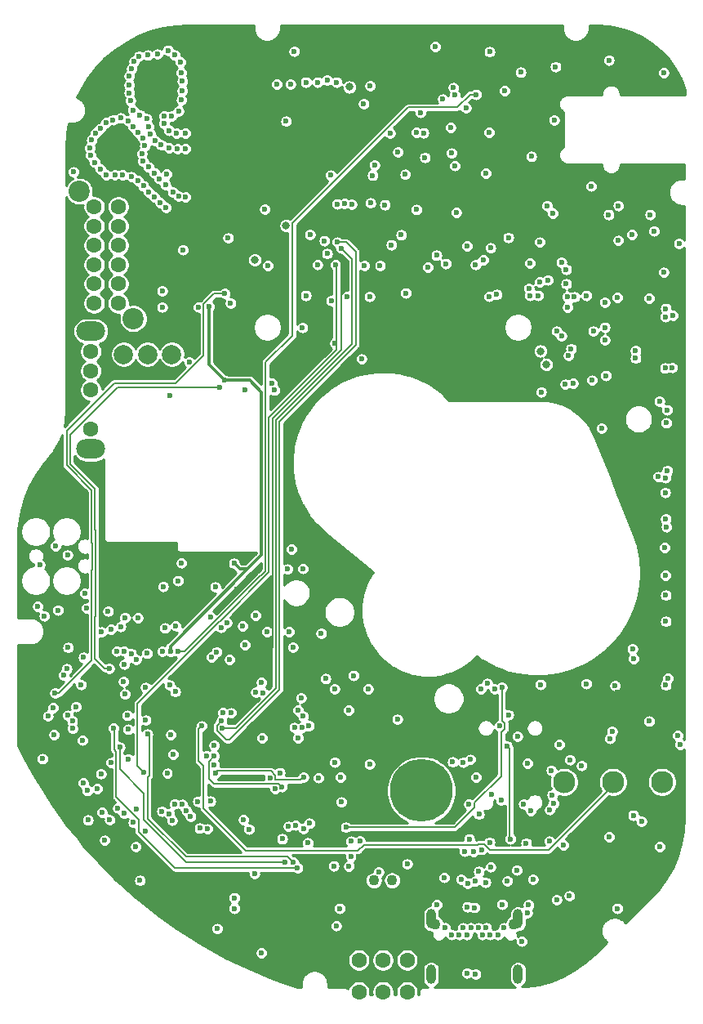
<source format=gbr>
G04 #@! TF.GenerationSoftware,KiCad,Pcbnew,5.1.6+dfsg1-1~bpo10+1*
G04 #@! TF.CreationDate,2021-06-28T17:41:37-04:00*
G04 #@! TF.ProjectId,RUSP_Mainboard,52555350-5f4d-4616-996e-626f6172642e,rev?*
G04 #@! TF.SameCoordinates,Original*
G04 #@! TF.FileFunction,Copper,L5,Inr*
G04 #@! TF.FilePolarity,Positive*
%FSLAX46Y46*%
G04 Gerber Fmt 4.6, Leading zero omitted, Abs format (unit mm)*
G04 Created by KiCad (PCBNEW 5.1.6+dfsg1-1~bpo10+1) date 2021-06-28 17:41:37*
%MOMM*%
%LPD*%
G01*
G04 APERTURE LIST*
G04 #@! TA.AperFunction,ViaPad*
%ADD10C,6.500000*%
G04 #@! TD*
G04 #@! TA.AperFunction,ViaPad*
%ADD11C,1.100000*%
G04 #@! TD*
G04 #@! TA.AperFunction,ViaPad*
%ADD12O,1.000000X2.000000*%
G04 #@! TD*
G04 #@! TA.AperFunction,ViaPad*
%ADD13C,0.600000*%
G04 #@! TD*
G04 #@! TA.AperFunction,ViaPad*
%ADD14C,2.300000*%
G04 #@! TD*
G04 #@! TA.AperFunction,ViaPad*
%ADD15O,3.000000X2.000000*%
G04 #@! TD*
G04 #@! TA.AperFunction,ViaPad*
%ADD16C,1.600000*%
G04 #@! TD*
G04 #@! TA.AperFunction,ViaPad*
%ADD17C,2.200000*%
G04 #@! TD*
G04 #@! TA.AperFunction,ViaPad*
%ADD18C,2.000000*%
G04 #@! TD*
G04 #@! TA.AperFunction,ViaPad*
%ADD19C,0.800000*%
G04 #@! TD*
G04 #@! TA.AperFunction,Conductor*
%ADD20C,0.200000*%
G04 #@! TD*
G04 #@! TA.AperFunction,Conductor*
%ADD21C,0.350000*%
G04 #@! TD*
G04 #@! TA.AperFunction,Conductor*
%ADD22C,0.254000*%
G04 #@! TD*
G04 APERTURE END LIST*
D10*
X154000000Y-134000000D03*
D11*
X149050000Y-143300000D03*
X150950000Y-143300000D03*
D12*
X155000000Y-153025000D03*
X164000000Y-153025000D03*
D11*
X155450000Y-147825000D03*
D12*
X155000000Y-147275000D03*
D11*
X163550000Y-147825000D03*
D12*
X164000000Y-147275000D03*
D13*
X161900000Y-148925000D03*
X161100000Y-148925000D03*
X160300000Y-148925000D03*
X157100000Y-148925000D03*
X157900000Y-148925000D03*
X158700000Y-148925000D03*
X162550000Y-148225000D03*
X160700000Y-148225000D03*
X159900000Y-148225000D03*
X156450000Y-148225000D03*
X158300000Y-148225000D03*
X159100000Y-148225000D03*
D14*
X168770000Y-133100000D03*
X173850000Y-133100000D03*
X178930000Y-133100000D03*
D15*
X119700000Y-86400000D03*
X119700000Y-98600000D03*
D16*
X119700000Y-88500000D03*
X119700000Y-90500000D03*
X119700000Y-92500000D03*
X119700000Y-96500000D03*
X120050000Y-73500000D03*
X120050000Y-75500000D03*
X120050000Y-77500000D03*
X120050000Y-79500000D03*
X120050000Y-81500000D03*
X120050000Y-83500000D03*
X122550000Y-73500000D03*
X122550000Y-75500000D03*
X122550000Y-77500000D03*
X122550000Y-79500000D03*
X122550000Y-81500000D03*
X122550000Y-83500000D03*
D17*
X118500000Y-71900000D03*
X124100000Y-85100000D03*
D16*
X147500000Y-151550000D03*
X147500000Y-154850000D03*
X150000000Y-151550000D03*
X150000000Y-154850000D03*
X152500000Y-151550000D03*
X152500000Y-154850000D03*
D18*
X128100000Y-88800000D03*
X123100000Y-88800000D03*
X125600000Y-88800000D03*
D13*
X116300000Y-115300000D03*
X114700000Y-130700000D03*
X150731792Y-65881792D03*
X173438916Y-138800015D03*
X145600000Y-132600000D03*
X179395151Y-106666759D03*
X179997593Y-90164786D03*
X166250000Y-81300000D03*
X167100000Y-81100000D03*
X165123506Y-81960379D03*
X167900000Y-59000000D03*
X145150000Y-147999998D03*
X127200000Y-112850000D03*
X117275000Y-109600000D03*
X157449937Y-69258906D03*
X127574936Y-70119523D03*
X180688918Y-77331086D03*
X179449990Y-94550000D03*
X180560011Y-128302177D03*
X179550597Y-122351083D03*
X174068735Y-123134135D03*
X146935121Y-122071222D03*
X166250000Y-77170000D03*
X119100000Y-113570000D03*
X127109733Y-119570701D03*
X144970985Y-123449979D03*
X146450000Y-125650000D03*
X148600010Y-131265808D03*
X137949968Y-117549990D03*
X161001039Y-65812546D03*
X157000000Y-65300000D03*
X166350000Y-123000000D03*
X135700000Y-118900000D03*
X137399998Y-122799998D03*
X140654449Y-119149977D03*
X136800000Y-115850000D03*
X159051931Y-130763909D03*
X159950000Y-136450000D03*
X158902521Y-135416328D03*
X155600000Y-145800000D03*
X164400000Y-149603737D03*
X160800000Y-122900000D03*
X146700000Y-139250000D03*
D19*
X166957122Y-89842878D03*
D13*
X179491562Y-100827209D03*
X162897865Y-143357657D03*
X171683509Y-91478098D03*
X173000000Y-87311079D03*
X173000004Y-86000000D03*
X173099979Y-90999998D03*
X129900000Y-89600000D03*
X119249990Y-115100000D03*
X138289571Y-132711738D03*
X124800000Y-143300000D03*
X158100000Y-143199996D03*
X132600000Y-112900010D03*
X140510036Y-109000000D03*
X118950010Y-120200000D03*
X120813916Y-117563916D03*
X121500000Y-115400000D03*
X129100000Y-110400000D03*
X134200000Y-83500000D03*
X180056788Y-84780504D03*
X168000000Y-145300000D03*
X169328814Y-144905570D03*
X171100006Y-82700000D03*
X128000000Y-128200000D03*
X118830745Y-128774990D03*
X121799990Y-131099988D03*
X130052297Y-136656350D03*
X125400000Y-126700000D03*
X118700000Y-123020000D03*
X127663893Y-132203743D03*
X127100000Y-83900000D03*
X127700003Y-57299997D03*
X139299590Y-132143940D03*
X159485576Y-146111532D03*
X119400000Y-137050000D03*
X134600000Y-145099979D03*
X137400000Y-150800000D03*
X131786084Y-137963916D03*
X132800000Y-148300000D03*
X114400000Y-110600000D03*
X114200000Y-114899996D03*
X119350010Y-134000000D03*
X158946668Y-139000000D03*
X163200000Y-138999998D03*
X162835228Y-129362576D03*
X124400044Y-135900000D03*
X116050000Y-108650000D03*
X114883338Y-115897623D03*
X162321155Y-123293956D03*
X146150012Y-137799979D03*
X125373636Y-138178960D03*
X158324867Y-131049990D03*
X163007305Y-126140001D03*
X144900000Y-141800000D03*
X118900000Y-133200000D03*
X131700000Y-130393180D03*
X141700000Y-111000000D03*
X115249990Y-126276416D03*
X159600000Y-153000000D03*
X130993328Y-137897923D03*
X134600000Y-146200000D03*
X158700000Y-152900000D03*
X135538257Y-137008728D03*
X132100000Y-135100016D03*
X140100000Y-111050000D03*
X115800000Y-125400000D03*
X115900000Y-128200000D03*
D19*
X171200000Y-58400000D03*
X152600000Y-57000000D03*
X137600000Y-60500000D03*
X135400000Y-60499992D03*
D13*
X115754055Y-109644213D03*
X165450000Y-78050000D03*
X159100000Y-83950000D03*
X136500000Y-57220000D03*
X172968724Y-123240770D03*
X174331713Y-123836531D03*
X174242188Y-120979959D03*
X143471711Y-76262717D03*
X145827215Y-78964952D03*
X119000000Y-116120000D03*
X127187773Y-116049977D03*
X144917713Y-118850011D03*
X134187376Y-122513332D03*
X140400000Y-120600000D03*
X134800000Y-113169998D03*
X133400000Y-144650072D03*
X138489944Y-143300042D03*
X158299990Y-132900000D03*
X161394987Y-129501112D03*
X137400000Y-132600000D03*
X131700000Y-145300000D03*
X142000000Y-152000000D03*
X138400000Y-150100000D03*
X126000000Y-110800000D03*
X114349990Y-119921900D03*
X118599750Y-130375018D03*
X126396929Y-136447687D03*
X128421074Y-132203369D03*
X147449941Y-140810473D03*
X141488916Y-130811084D03*
X169246875Y-88924999D03*
X172999998Y-83400000D03*
X168500000Y-86900000D03*
X168000000Y-86400000D03*
X160200001Y-140099999D03*
X164953238Y-146660513D03*
X166400000Y-92700000D03*
X143300000Y-132675000D03*
X164850012Y-139430015D03*
X159650000Y-132600000D03*
X168293989Y-129208897D03*
X165100000Y-145825000D03*
X142191738Y-139403485D03*
X128238916Y-130238916D03*
X129613549Y-136048059D03*
X123500021Y-126211084D03*
X174300000Y-146200000D03*
X132753679Y-119625022D03*
X127973868Y-119600476D03*
X135450021Y-116950010D03*
X133600000Y-91500000D03*
X131958051Y-83841949D03*
X130858040Y-83900000D03*
X134550000Y-110450000D03*
X120849484Y-136253375D03*
X133950000Y-76750000D03*
D19*
X139950000Y-75450000D03*
D13*
X152300000Y-70150000D03*
X157600000Y-74100000D03*
X139950000Y-64650000D03*
X158725000Y-77575000D03*
X150870000Y-77450002D03*
X125600000Y-57800000D03*
X138050000Y-79600000D03*
X153900000Y-63749990D03*
X162625000Y-61475000D03*
X161150000Y-77775000D03*
X171600000Y-71375000D03*
X153475000Y-73800000D03*
X164275000Y-59575000D03*
X173425000Y-58325000D03*
X155425000Y-56924990D03*
X142425000Y-76375000D03*
X160400000Y-79000000D03*
X145029215Y-87673184D03*
X129500000Y-65900000D03*
X128600000Y-65900000D03*
X127800000Y-65600000D03*
X127300000Y-64900000D03*
X127300000Y-64100000D03*
X125500000Y-64400000D03*
X125700000Y-65200000D03*
X125900000Y-66000000D03*
X126349997Y-66649997D03*
X127000000Y-67100002D03*
X128700000Y-67500000D03*
X129500000Y-67500000D03*
X127800000Y-67400000D03*
X129500000Y-72500000D03*
X128800000Y-72400000D03*
X128200000Y-72000000D03*
X127450000Y-71249994D03*
X125100000Y-68800000D03*
X125000000Y-68000000D03*
X125300000Y-67200000D03*
X125100000Y-66400000D03*
X124600000Y-65800000D03*
X124100000Y-65200000D03*
X120700000Y-65400000D03*
X120200000Y-65900000D03*
X122200000Y-70200000D03*
X123000000Y-70200000D03*
X126300000Y-72500000D03*
X126900000Y-73100000D03*
X127499998Y-73600000D03*
X128100000Y-64100000D03*
X128800000Y-63600000D03*
X129100000Y-62450000D03*
X129200000Y-61500000D03*
X129200000Y-60500000D03*
X129000000Y-58500000D03*
X128400000Y-57800000D03*
X124714000Y-57900000D03*
X124206000Y-58420000D03*
X123952000Y-59182000D03*
X123700000Y-59944000D03*
X123700000Y-60900000D03*
X123700000Y-61700000D03*
X123800000Y-62500000D03*
X124100000Y-63500000D03*
X124800000Y-64000000D03*
X137750000Y-73750000D03*
X168500000Y-79254099D03*
X151890000Y-76430000D03*
X148930000Y-70250000D03*
X177700000Y-74320000D03*
X145074990Y-79529721D03*
X127100000Y-82220000D03*
X143923280Y-77025228D03*
X144200000Y-78370000D03*
X150200000Y-73300000D03*
X145688023Y-135179084D03*
D19*
X166319244Y-88453338D03*
D13*
X140400000Y-60800000D03*
X129251950Y-77968051D03*
X122800000Y-64300000D03*
X122000000Y-64500000D03*
X121300002Y-64799998D03*
X123899996Y-70399996D03*
X124599998Y-70800000D03*
X125150000Y-71350000D03*
X125699998Y-72000000D03*
X121300000Y-70200002D03*
X120700004Y-69600000D03*
X119700000Y-68200002D03*
X120100000Y-68900000D03*
X119600000Y-67400004D03*
X119800000Y-66600000D03*
X126800003Y-70600003D03*
X126300000Y-70000000D03*
X125700000Y-69399994D03*
X123600000Y-64600000D03*
X126600000Y-57700000D03*
X125200000Y-132099981D03*
X129092582Y-59600011D03*
X155543243Y-78543235D03*
X154638155Y-79771718D03*
X151550000Y-67850002D03*
X165250000Y-79350000D03*
X149543576Y-142430283D03*
X161224675Y-134423621D03*
X123877013Y-119787962D03*
X158740008Y-146030006D03*
X140936084Y-137586084D03*
X158770461Y-143603692D03*
X134100000Y-120399990D03*
X163934989Y-128375512D03*
X141143288Y-142007337D03*
X122050000Y-127525735D03*
X125571866Y-128149698D03*
X140679183Y-141418164D03*
X154350014Y-68400000D03*
X165385037Y-68299991D03*
X169849989Y-82852675D03*
X169100688Y-82820021D03*
X169150000Y-83927664D03*
X169507145Y-88215897D03*
X166077834Y-82699999D03*
X165250000Y-82699998D03*
X171800000Y-86400000D03*
X138800000Y-133800004D03*
X124402185Y-120399259D03*
X117900000Y-69900000D03*
X144566942Y-70236942D03*
X140195904Y-137707130D03*
X161046724Y-139354887D03*
X117349990Y-119170000D03*
X161569672Y-123467491D03*
X133799098Y-116620061D03*
X132203679Y-120155524D03*
X171080000Y-122920000D03*
X160150000Y-123450000D03*
X153451904Y-65796565D03*
X154200000Y-65850000D03*
X163000000Y-76700000D03*
X117812337Y-127553385D03*
X169001256Y-81497498D03*
X117781055Y-126804026D03*
X179301090Y-111691092D03*
X123574951Y-127652784D03*
X179199988Y-108826944D03*
X133400000Y-125900000D03*
X128500000Y-116920000D03*
X179100000Y-80299998D03*
X178100000Y-76020000D03*
X175998684Y-120352609D03*
X141500000Y-124400000D03*
X180824990Y-129220000D03*
X127079014Y-136135793D03*
X176800000Y-137170000D03*
X127835462Y-136383426D03*
X179329977Y-123067912D03*
X128123779Y-137075807D03*
X177600000Y-126800000D03*
X128399883Y-135372708D03*
X179329998Y-116470000D03*
X129191963Y-135427750D03*
X122800000Y-117000000D03*
X179329988Y-113753318D03*
X127399989Y-117149997D03*
X179329988Y-84050605D03*
X121789337Y-117295735D03*
X177600000Y-83000000D03*
X179250032Y-90225372D03*
X136829304Y-123806564D03*
X137580420Y-123900011D03*
X179300000Y-84900008D03*
X179376670Y-95900412D03*
X141725373Y-126292010D03*
X178661080Y-93658913D03*
X141180882Y-125665699D03*
X179299704Y-101601448D03*
X141604106Y-127466337D03*
X142332028Y-127285651D03*
X178542537Y-101469749D03*
X179329978Y-105850000D03*
X134249988Y-125938009D03*
X179260872Y-103112230D03*
X140812269Y-127465731D03*
X141750000Y-137950000D03*
X147600000Y-139200000D03*
X124579833Y-116097751D03*
X123185280Y-120899979D03*
X168700000Y-139625000D03*
X123161110Y-136361101D03*
X159650000Y-61875000D03*
X128722168Y-119550000D03*
X136670261Y-142600021D03*
X122500000Y-135800000D03*
X120350000Y-133800000D03*
X158474850Y-140272913D03*
X121144129Y-139147697D03*
X120750000Y-132249990D03*
X132150010Y-116045018D03*
X131188916Y-127288916D03*
X141206962Y-128549990D03*
X141650031Y-86021094D03*
X145671082Y-77803210D03*
X133353093Y-127513078D03*
X145269115Y-77170012D03*
X133268806Y-126767817D03*
X144050000Y-122400000D03*
X162100000Y-127300000D03*
X133202825Y-117075007D03*
X140250000Y-117549990D03*
X125537120Y-119778161D03*
X124374996Y-139792808D03*
X122378760Y-119550012D03*
X146456562Y-141821271D03*
X135700000Y-92500000D03*
X116870570Y-122056301D03*
X127900000Y-93100000D03*
X117199979Y-121382500D03*
X159600000Y-79500004D03*
X149700000Y-79600000D03*
X148700000Y-73120000D03*
X148600000Y-82800000D03*
X146750000Y-73270000D03*
X148075010Y-79600000D03*
X146008719Y-73155957D03*
X146250010Y-82800000D03*
X145250000Y-73220000D03*
X144626416Y-83226416D03*
X143200000Y-79500004D03*
X142000000Y-82700000D03*
X158600000Y-63250004D03*
D19*
X146500000Y-61100000D03*
D13*
X157449998Y-61950000D03*
X156200000Y-62350000D03*
X148000000Y-62850000D03*
X157300236Y-61165093D03*
X128750000Y-112250000D03*
X162241094Y-135008906D03*
X169400000Y-130800000D03*
X167250000Y-139250000D03*
X173530780Y-128597383D03*
X165343287Y-136097509D03*
X173748741Y-127879741D03*
X145500000Y-146200000D03*
X162367607Y-145774988D03*
X163875000Y-142225000D03*
X156350000Y-143000000D03*
X152500000Y-141600000D03*
X165550010Y-143199988D03*
X175950000Y-136550000D03*
X139521157Y-133593962D03*
X132500000Y-130400000D03*
X145000000Y-131049999D03*
X132480179Y-131300000D03*
X159400000Y-140300000D03*
X167287422Y-135976336D03*
X159575000Y-143375000D03*
X167700000Y-135350000D03*
X159941967Y-142381293D03*
X160625000Y-143500000D03*
X167458820Y-131900000D03*
X167563909Y-134436091D03*
X161150000Y-141900000D03*
X167750000Y-64520000D03*
X179100000Y-59620000D03*
X161050000Y-57450000D03*
X148675000Y-60975000D03*
X172660378Y-96450343D03*
X118165723Y-125300012D03*
X156500000Y-79400000D03*
X138737348Y-92511469D03*
X152366854Y-82445018D03*
X138500010Y-91800000D03*
X175863055Y-119313055D03*
X147776949Y-89276949D03*
X168900000Y-91900000D03*
X169700000Y-91800000D03*
X157224855Y-131032963D03*
X165002967Y-131177378D03*
X143599070Y-117700928D03*
X141750010Y-132600000D03*
X132600000Y-132200000D03*
X174300000Y-82900000D03*
X169000004Y-80000000D03*
X117328439Y-126205982D03*
X137450000Y-128549990D03*
X133600000Y-82500000D03*
X116000000Y-123900000D03*
X167000000Y-73400000D03*
X142000000Y-60600000D03*
X167600000Y-74200000D03*
X139000000Y-60800000D03*
X174400000Y-73400000D03*
X144200000Y-60400000D03*
X173400000Y-74320002D03*
X143200000Y-60600000D03*
X175800000Y-76400000D03*
X145200000Y-60600000D03*
X174400000Y-77000000D03*
X140800000Y-57400000D03*
D19*
X136700000Y-79000000D03*
D13*
X149125000Y-69175000D03*
X157100000Y-67950000D03*
X160650051Y-70028957D03*
X170600000Y-131400000D03*
X130800000Y-135120002D03*
X164600000Y-135376453D03*
X161800000Y-82600000D03*
X176200000Y-88400000D03*
X161000000Y-82800000D03*
X176200000Y-89200004D03*
X133100000Y-92200000D03*
X121600000Y-121349980D03*
X136100000Y-138000000D03*
X148450012Y-123449979D03*
X127871923Y-123071923D03*
X123100000Y-122700000D03*
X151484093Y-126615907D03*
X128449990Y-123749990D03*
X125388916Y-123311084D03*
X178700000Y-139800000D03*
X121665582Y-137029113D03*
X123252708Y-124004726D03*
X139545020Y-138995626D03*
X123596978Y-130719316D03*
X142362029Y-137384207D03*
X124107859Y-137298260D03*
X139800000Y-141400000D03*
X122700000Y-129500000D03*
X123159144Y-119547461D03*
X146700008Y-140800000D03*
X132500000Y-129299989D03*
X123250000Y-116070000D03*
D20*
X163152248Y-138747752D02*
X163150000Y-138750000D01*
X163152248Y-136002248D02*
X163152248Y-138747752D01*
X163152248Y-136002248D02*
X163152248Y-136897752D01*
X163152248Y-138747752D02*
X163152248Y-139102248D01*
X163152248Y-139102248D02*
X163250000Y-139200000D01*
X163152248Y-136002248D02*
X163152248Y-129679596D01*
X163152248Y-129679596D02*
X162835228Y-129362576D01*
X162321155Y-123293956D02*
X162321155Y-126726673D01*
X162321155Y-126726673D02*
X162650001Y-127055519D01*
X162264001Y-127989990D02*
X162264001Y-132500001D01*
X159500002Y-135264000D02*
X159500002Y-135764001D01*
X162264001Y-132500001D02*
X159500002Y-135264000D01*
X157464024Y-137799979D02*
X146150012Y-137799979D01*
X162650001Y-127055519D02*
X162650001Y-127603990D01*
X159500002Y-135764001D02*
X157464024Y-137799979D01*
X162650001Y-127603990D02*
X162264001Y-127989990D01*
X143167724Y-120600000D02*
X140400000Y-120600000D01*
X144917713Y-118850011D02*
X143167724Y-120600000D01*
X145668316Y-88343075D02*
X138549968Y-95461423D01*
X145668316Y-79123851D02*
X145668316Y-88343075D01*
X145827215Y-78964952D02*
X145668316Y-79123851D01*
X138549968Y-95461423D02*
X138549968Y-119150032D01*
X126396929Y-131303071D02*
X126396929Y-136447687D01*
X138549968Y-119150032D02*
X126396929Y-131303071D01*
D21*
X137400010Y-92700010D02*
X136200000Y-91500000D01*
X136200000Y-91500000D02*
X133600000Y-91500000D01*
X137400010Y-109602568D02*
X137400010Y-92700010D01*
X127973868Y-119600476D02*
X127973868Y-119028710D01*
X133600000Y-91500000D02*
X131958051Y-89858051D01*
X131958051Y-89858051D02*
X131958051Y-83841949D01*
X135151289Y-111051289D02*
X134550000Y-110450000D01*
X135951289Y-111051289D02*
X135151289Y-111051289D01*
X135951289Y-111051289D02*
X137400010Y-109602568D01*
X127973868Y-119028710D02*
X135951289Y-111051289D01*
D20*
X133037952Y-116454012D02*
X124540022Y-124951942D01*
X133107733Y-116454012D02*
X133037952Y-116454012D01*
X145176417Y-79631148D02*
X145176417Y-88339984D01*
X124540022Y-131440003D02*
X125200000Y-132099981D01*
X145176417Y-88339984D02*
X138175030Y-95341371D01*
X145074990Y-79529721D02*
X145176417Y-79631148D01*
X138175030Y-95341371D02*
X138175030Y-111386715D01*
X138175030Y-111386715D02*
X133107733Y-116454012D01*
X124540022Y-124951942D02*
X124540022Y-131440003D01*
X128388011Y-142007337D02*
X124657860Y-138277186D01*
X122149999Y-129764001D02*
X122149999Y-128350001D01*
X124657860Y-138277186D02*
X124657860Y-136971818D01*
X122349991Y-129963993D02*
X122149999Y-129764001D01*
X141143288Y-142007337D02*
X128388011Y-142007337D01*
X124657860Y-136971818D02*
X122349991Y-134663949D01*
X122349991Y-134663949D02*
X122349991Y-129963993D01*
X122149999Y-128350001D02*
X122149999Y-127625734D01*
X122149999Y-127625734D02*
X122050000Y-127525735D01*
X140111018Y-140849999D02*
X129549999Y-140849999D01*
X140679183Y-141418164D02*
X140111018Y-140849999D01*
X129549999Y-140849999D02*
X125600000Y-136900000D01*
X125750001Y-132449999D02*
X125750001Y-128327833D01*
X125750001Y-128327833D02*
X125571866Y-128149698D01*
X125600000Y-132600000D02*
X125750001Y-132449999D01*
X125600000Y-136900000D02*
X125600000Y-132600000D01*
X129446974Y-119550000D02*
X128722168Y-119550000D01*
X137271953Y-111725021D02*
X129446974Y-119550000D01*
X137341734Y-111725021D02*
X137271953Y-111725021D01*
X137825020Y-89624980D02*
X137825020Y-111241735D01*
X159024988Y-61875000D02*
X157699999Y-63199989D01*
X157699999Y-63199989D02*
X152599593Y-63199989D01*
X137825020Y-111241735D02*
X137341734Y-111725021D01*
X152599593Y-63199989D02*
X140600001Y-75199581D01*
X159650000Y-61875000D02*
X159024988Y-61875000D01*
X140600001Y-75199581D02*
X140600001Y-86849999D01*
X140600001Y-86849999D02*
X137825020Y-89624980D01*
X173900000Y-133414002D02*
X167164001Y-140150001D01*
X159785927Y-139600071D02*
X148013931Y-139600071D01*
X160464002Y-139549998D02*
X159836000Y-139549998D01*
X131386011Y-131450001D02*
X130888917Y-130952907D01*
X130888917Y-130952907D02*
X130888917Y-127588915D01*
X131386011Y-135836011D02*
X131386011Y-131450001D01*
X135750000Y-140200000D02*
X131386011Y-135836011D01*
X159836000Y-139549998D02*
X159785927Y-139600071D01*
X148013931Y-139600071D02*
X147414002Y-140200000D01*
X130888917Y-127588915D02*
X131188916Y-127288916D01*
X173900000Y-133100000D02*
X173900000Y-133414002D01*
X167164001Y-140150001D02*
X161064005Y-140150001D01*
X161064005Y-140150001D02*
X160464002Y-139549998D01*
X147414002Y-140200000D02*
X135750000Y-140200000D01*
X138899978Y-95606403D02*
X138899978Y-123394455D01*
X145671082Y-77803210D02*
X146800011Y-78932139D01*
X146800011Y-87706370D02*
X138899978Y-95606403D01*
X134781355Y-127513078D02*
X133353093Y-127513078D01*
X138899978Y-123394455D02*
X134781355Y-127513078D01*
X146800011Y-78932139D02*
X146800011Y-87706370D01*
X132799434Y-127752731D02*
X132799434Y-127237189D01*
X147175000Y-87826371D02*
X139249989Y-95751382D01*
X133764949Y-128718246D02*
X132799434Y-127752731D01*
X134071177Y-128718246D02*
X133764949Y-128718246D01*
X132799434Y-127237189D02*
X133268806Y-126767817D01*
X147175000Y-78139385D02*
X147175000Y-87826371D01*
X145269115Y-77170012D02*
X146205627Y-77170012D01*
X139249989Y-123539434D02*
X134071177Y-128718246D01*
X139249989Y-95751382D02*
X139249989Y-123539434D01*
X146205627Y-77170012D02*
X147175000Y-78139385D01*
X139521157Y-133593962D02*
X139177193Y-133249998D01*
X139177193Y-133249998D02*
X138535999Y-133249998D01*
X132486008Y-133300010D02*
X131930173Y-132744175D01*
X138485987Y-133300010D02*
X132486008Y-133300010D01*
X131930173Y-132744175D02*
X131930173Y-130969827D01*
X131930173Y-130969827D02*
X132500000Y-130400000D01*
X138535999Y-133249998D02*
X138485987Y-133300010D01*
X141750010Y-132600000D02*
X141450023Y-132899987D01*
X138839572Y-132447737D02*
X138355208Y-131963373D01*
X138839572Y-132899987D02*
X138839572Y-132447737D01*
X141450023Y-132899987D02*
X138839572Y-132899987D01*
X132836627Y-131963373D02*
X132600000Y-132200000D01*
X138355208Y-131963373D02*
X132836627Y-131963373D01*
X117200000Y-96700000D02*
X117200000Y-100300000D01*
X119800000Y-102900000D02*
X119800000Y-108300658D01*
X116424264Y-123900000D02*
X116000000Y-123900000D01*
X119825501Y-108326159D02*
X119825501Y-111073841D01*
X119800000Y-120524264D02*
X116424264Y-123900000D01*
X128514002Y-91800000D02*
X122100000Y-91800000D01*
X131408050Y-83577948D02*
X131408050Y-88905952D01*
X132485998Y-82500000D02*
X131408050Y-83577948D01*
X131408050Y-88905952D02*
X128514002Y-91800000D01*
X122100000Y-91800000D02*
X117200000Y-96700000D01*
X117200000Y-100300000D02*
X119800000Y-102900000D01*
X119800000Y-108300658D02*
X119825501Y-108326159D01*
X119825501Y-111073841D02*
X119800000Y-111099342D01*
X119800000Y-111099342D02*
X119800000Y-120524264D01*
X133600000Y-82500000D02*
X132485998Y-82500000D01*
X120150010Y-120350010D02*
X121149980Y-121349980D01*
X120150010Y-115949990D02*
X120150010Y-120350010D01*
X120175511Y-115924489D02*
X120150010Y-115949990D01*
X120175511Y-107010144D02*
X120175511Y-115924489D01*
X122445998Y-92200000D02*
X117550010Y-97095988D01*
X133100000Y-92200000D02*
X122445998Y-92200000D01*
X121149980Y-121349980D02*
X121600000Y-121349980D01*
X120150010Y-102755022D02*
X120150010Y-106984643D01*
X120150010Y-106984643D02*
X120175511Y-107010144D01*
X117550010Y-100155022D02*
X120150010Y-102755022D01*
X117550010Y-97095988D02*
X117550010Y-100155022D01*
X125200000Y-134300000D02*
X122700000Y-131800000D01*
X139800000Y-141400000D02*
X129600000Y-141400000D01*
X122700000Y-131800000D02*
X122700000Y-129500000D01*
X125200000Y-137000000D02*
X125200000Y-134300000D01*
X129600000Y-141400000D02*
X125200000Y-137000000D01*
D22*
G36*
X136598001Y-55022205D02*
G01*
X136600250Y-55045040D01*
X136600250Y-55057371D01*
X136600910Y-55063648D01*
X136621577Y-55247899D01*
X136630094Y-55287969D01*
X136638051Y-55328157D01*
X136639917Y-55334186D01*
X136695978Y-55510915D01*
X136712129Y-55548600D01*
X136727729Y-55586446D01*
X136730723Y-55591984D01*
X136730729Y-55591997D01*
X136730736Y-55592008D01*
X136820052Y-55754472D01*
X136843192Y-55788267D01*
X136865868Y-55822397D01*
X136869885Y-55827253D01*
X136869890Y-55827260D01*
X136869896Y-55827265D01*
X136989068Y-55969290D01*
X137018340Y-55997954D01*
X137047204Y-56027021D01*
X137052095Y-56031010D01*
X137196590Y-56147186D01*
X137230836Y-56169596D01*
X137264832Y-56192527D01*
X137270405Y-56195490D01*
X137434714Y-56281389D01*
X137472682Y-56296729D01*
X137510464Y-56312611D01*
X137516502Y-56314434D01*
X137516508Y-56314436D01*
X137694370Y-56366783D01*
X137734610Y-56374459D01*
X137774741Y-56382697D01*
X137781022Y-56383313D01*
X137965666Y-56400117D01*
X138006633Y-56399831D01*
X138047599Y-56400117D01*
X138053880Y-56399501D01*
X138238273Y-56380120D01*
X138278444Y-56371874D01*
X138318641Y-56364206D01*
X138324677Y-56362384D01*
X138324686Y-56362382D01*
X138324694Y-56362378D01*
X138501799Y-56307556D01*
X138539579Y-56291675D01*
X138577550Y-56276334D01*
X138583113Y-56273376D01*
X138583122Y-56273372D01*
X138583129Y-56273367D01*
X138746215Y-56185187D01*
X138780161Y-56162290D01*
X138814459Y-56139846D01*
X138819350Y-56135857D01*
X138962209Y-56017673D01*
X138991056Y-55988623D01*
X139020344Y-55959943D01*
X139024366Y-55955080D01*
X139141549Y-55811400D01*
X139164203Y-55777303D01*
X139187365Y-55743476D01*
X139190367Y-55737924D01*
X139277411Y-55574219D01*
X139293021Y-55536346D01*
X139309162Y-55498687D01*
X139311026Y-55492666D01*
X139311028Y-55492660D01*
X139311029Y-55492654D01*
X139364616Y-55315164D01*
X139372574Y-55274974D01*
X139381090Y-55234908D01*
X139381750Y-55228631D01*
X139399843Y-55044108D01*
X139399843Y-55044105D01*
X139402000Y-55022205D01*
X139402000Y-54752000D01*
X168598001Y-54752000D01*
X168598001Y-55022205D01*
X168600250Y-55045040D01*
X168600250Y-55057371D01*
X168600910Y-55063648D01*
X168621577Y-55247899D01*
X168630094Y-55287969D01*
X168638051Y-55328157D01*
X168639917Y-55334186D01*
X168695978Y-55510915D01*
X168712129Y-55548600D01*
X168727729Y-55586446D01*
X168730723Y-55591984D01*
X168730729Y-55591997D01*
X168730736Y-55592008D01*
X168820052Y-55754472D01*
X168843192Y-55788267D01*
X168865868Y-55822397D01*
X168869885Y-55827253D01*
X168869890Y-55827260D01*
X168869896Y-55827265D01*
X168989068Y-55969290D01*
X169018340Y-55997954D01*
X169047204Y-56027021D01*
X169052095Y-56031010D01*
X169196590Y-56147186D01*
X169230836Y-56169596D01*
X169264832Y-56192527D01*
X169270405Y-56195490D01*
X169434714Y-56281389D01*
X169472682Y-56296729D01*
X169510464Y-56312611D01*
X169516502Y-56314434D01*
X169516508Y-56314436D01*
X169694370Y-56366783D01*
X169734610Y-56374459D01*
X169774741Y-56382697D01*
X169781022Y-56383313D01*
X169965666Y-56400117D01*
X170006633Y-56399831D01*
X170047599Y-56400117D01*
X170053880Y-56399501D01*
X170238273Y-56380120D01*
X170278444Y-56371874D01*
X170318641Y-56364206D01*
X170324677Y-56362384D01*
X170324686Y-56362382D01*
X170324694Y-56362378D01*
X170501799Y-56307556D01*
X170539579Y-56291675D01*
X170577550Y-56276334D01*
X170583113Y-56273376D01*
X170583122Y-56273372D01*
X170583129Y-56273367D01*
X170746215Y-56185187D01*
X170780161Y-56162290D01*
X170814459Y-56139846D01*
X170819350Y-56135857D01*
X170962209Y-56017673D01*
X170991056Y-55988623D01*
X171020344Y-55959943D01*
X171024366Y-55955080D01*
X171141549Y-55811400D01*
X171164203Y-55777303D01*
X171187365Y-55743476D01*
X171190367Y-55737924D01*
X171277411Y-55574219D01*
X171293021Y-55536346D01*
X171309162Y-55498687D01*
X171311026Y-55492666D01*
X171311028Y-55492660D01*
X171311029Y-55492654D01*
X171364616Y-55315164D01*
X171372574Y-55274974D01*
X171381090Y-55234908D01*
X171381750Y-55228631D01*
X171399843Y-55044108D01*
X171399843Y-55044105D01*
X171402000Y-55022205D01*
X171402000Y-54752000D01*
X172245797Y-54752000D01*
X173456568Y-54828175D01*
X174634266Y-55052833D01*
X175774528Y-55423327D01*
X176859354Y-55933807D01*
X177871644Y-56576225D01*
X178795446Y-57340461D01*
X179616170Y-58214443D01*
X180320884Y-59184398D01*
X180898480Y-60235038D01*
X181344511Y-61361586D01*
X181359596Y-61409109D01*
X181358770Y-61893295D01*
X174602000Y-61897705D01*
X174602000Y-61777795D01*
X174599794Y-61755397D01*
X174599794Y-61748914D01*
X174599134Y-61742637D01*
X174588257Y-61645662D01*
X174579746Y-61605619D01*
X174571783Y-61565402D01*
X174569916Y-61559373D01*
X174540410Y-61466358D01*
X174524288Y-61428742D01*
X174508661Y-61390828D01*
X174505659Y-61385277D01*
X174458648Y-61299764D01*
X174435486Y-61265936D01*
X174412830Y-61231837D01*
X174408808Y-61226974D01*
X174346083Y-61152222D01*
X174316809Y-61123556D01*
X174287948Y-61094493D01*
X174283058Y-61090504D01*
X174207008Y-61029358D01*
X174172710Y-61006914D01*
X174138764Y-60984017D01*
X174133197Y-60981057D01*
X174133193Y-60981054D01*
X174133189Y-60981052D01*
X174046712Y-60935844D01*
X174008760Y-60920510D01*
X173970965Y-60904623D01*
X173964923Y-60902799D01*
X173964921Y-60902798D01*
X173964917Y-60902797D01*
X173871311Y-60875247D01*
X173831066Y-60867569D01*
X173790937Y-60859332D01*
X173784662Y-60858717D01*
X173784659Y-60858716D01*
X173784656Y-60858716D01*
X173687474Y-60849872D01*
X173646509Y-60850158D01*
X173605544Y-60849872D01*
X173599263Y-60850488D01*
X173599259Y-60850488D01*
X173502215Y-60860688D01*
X173462097Y-60868923D01*
X173421843Y-60876602D01*
X173415801Y-60878426D01*
X173322582Y-60907282D01*
X173284789Y-60923169D01*
X173246830Y-60938505D01*
X173241264Y-60941464D01*
X173241260Y-60941466D01*
X173241257Y-60941468D01*
X173155420Y-60987881D01*
X173121458Y-61010788D01*
X173087178Y-61033221D01*
X173082298Y-61037202D01*
X173082286Y-61037210D01*
X173082277Y-61037219D01*
X173007099Y-61099412D01*
X172978238Y-61128474D01*
X172948965Y-61157140D01*
X172944942Y-61162003D01*
X172944939Y-61162006D01*
X172944937Y-61162009D01*
X172883266Y-61237624D01*
X172860586Y-61271760D01*
X172837447Y-61305554D01*
X172834445Y-61311105D01*
X172788634Y-61397266D01*
X172773038Y-61435104D01*
X172756885Y-61472792D01*
X172755019Y-61478821D01*
X172726814Y-61572239D01*
X172718855Y-61612434D01*
X172710339Y-61652500D01*
X172709679Y-61658777D01*
X172700157Y-61755894D01*
X172700157Y-61755905D01*
X172698001Y-61777795D01*
X172698001Y-61898000D01*
X169127795Y-61898000D01*
X169105397Y-61900206D01*
X169098914Y-61900206D01*
X169092637Y-61900866D01*
X168995662Y-61911743D01*
X168955619Y-61920254D01*
X168915402Y-61928217D01*
X168909379Y-61930082D01*
X168909375Y-61930083D01*
X168909372Y-61930084D01*
X168909373Y-61930084D01*
X168816358Y-61959590D01*
X168778742Y-61975712D01*
X168740828Y-61991339D01*
X168735277Y-61994341D01*
X168649764Y-62041352D01*
X168615936Y-62064514D01*
X168581837Y-62087170D01*
X168576974Y-62091192D01*
X168502222Y-62153917D01*
X168473556Y-62183191D01*
X168444493Y-62212052D01*
X168440504Y-62216942D01*
X168379358Y-62292992D01*
X168356914Y-62327290D01*
X168334017Y-62361236D01*
X168331057Y-62366803D01*
X168331054Y-62366807D01*
X168331054Y-62366808D01*
X168285844Y-62453288D01*
X168270510Y-62491240D01*
X168254623Y-62529035D01*
X168252799Y-62535077D01*
X168225247Y-62628689D01*
X168217569Y-62668934D01*
X168209332Y-62709063D01*
X168208716Y-62715344D01*
X168199872Y-62812526D01*
X168200158Y-62853491D01*
X168199872Y-62894456D01*
X168200488Y-62900737D01*
X168210688Y-62997786D01*
X168218926Y-63037917D01*
X168226602Y-63078157D01*
X168228426Y-63084199D01*
X168257282Y-63177418D01*
X168273169Y-63215211D01*
X168288505Y-63253170D01*
X168291462Y-63258732D01*
X168291466Y-63258740D01*
X168291471Y-63258747D01*
X168337881Y-63344580D01*
X168360778Y-63378526D01*
X168383221Y-63412822D01*
X168387206Y-63417707D01*
X168387210Y-63417713D01*
X168387215Y-63417718D01*
X168449411Y-63492901D01*
X168478493Y-63521781D01*
X168507140Y-63551035D01*
X168512003Y-63555058D01*
X168512006Y-63555061D01*
X168512010Y-63555063D01*
X168587624Y-63616734D01*
X168621757Y-63639412D01*
X168655553Y-63662553D01*
X168661089Y-63665545D01*
X168661099Y-63665552D01*
X168661109Y-63665556D01*
X168698001Y-63685172D01*
X168698000Y-67314834D01*
X168649764Y-67341352D01*
X168615936Y-67364514D01*
X168581837Y-67387170D01*
X168576974Y-67391192D01*
X168502222Y-67453917D01*
X168473556Y-67483191D01*
X168444493Y-67512052D01*
X168440504Y-67516942D01*
X168379358Y-67592992D01*
X168356914Y-67627290D01*
X168334017Y-67661236D01*
X168331057Y-67666803D01*
X168331054Y-67666807D01*
X168331054Y-67666808D01*
X168285844Y-67753288D01*
X168270510Y-67791240D01*
X168254623Y-67829035D01*
X168252799Y-67835077D01*
X168225247Y-67928689D01*
X168217569Y-67968934D01*
X168209332Y-68009063D01*
X168208716Y-68015344D01*
X168199872Y-68112526D01*
X168200158Y-68153491D01*
X168199872Y-68194456D01*
X168200488Y-68200737D01*
X168210688Y-68297786D01*
X168218926Y-68337917D01*
X168226602Y-68378157D01*
X168228426Y-68384199D01*
X168257282Y-68477418D01*
X168273169Y-68515211D01*
X168288505Y-68553170D01*
X168291462Y-68558732D01*
X168291466Y-68558740D01*
X168291471Y-68558747D01*
X168337881Y-68644580D01*
X168360778Y-68678526D01*
X168383221Y-68712822D01*
X168387206Y-68717707D01*
X168387210Y-68717713D01*
X168387215Y-68717718D01*
X168449411Y-68792901D01*
X168478493Y-68821781D01*
X168507140Y-68851035D01*
X168512003Y-68855058D01*
X168512006Y-68855061D01*
X168512010Y-68855063D01*
X168587624Y-68916734D01*
X168621757Y-68939412D01*
X168655553Y-68962553D01*
X168661089Y-68965545D01*
X168661099Y-68965552D01*
X168661109Y-68965556D01*
X168747266Y-69011366D01*
X168785104Y-69026962D01*
X168822792Y-69043115D01*
X168828821Y-69044981D01*
X168922239Y-69073186D01*
X168962448Y-69081148D01*
X169002501Y-69089661D01*
X169008771Y-69090320D01*
X169008774Y-69090321D01*
X169008777Y-69090321D01*
X169105895Y-69099843D01*
X169127795Y-69102000D01*
X172698000Y-69102000D01*
X172698000Y-69222204D01*
X172700206Y-69244602D01*
X172700206Y-69251086D01*
X172700866Y-69257363D01*
X172711743Y-69354338D01*
X172720254Y-69394381D01*
X172728217Y-69434598D01*
X172730084Y-69440627D01*
X172759590Y-69533642D01*
X172775723Y-69571283D01*
X172791339Y-69609171D01*
X172794339Y-69614719D01*
X172794341Y-69614724D01*
X172794344Y-69614728D01*
X172841352Y-69700236D01*
X172864496Y-69734037D01*
X172887169Y-69768163D01*
X172891192Y-69773026D01*
X172953917Y-69847778D01*
X172983191Y-69876444D01*
X173012052Y-69905507D01*
X173016942Y-69909496D01*
X173092992Y-69970642D01*
X173127282Y-69993081D01*
X173161236Y-70015983D01*
X173166798Y-70018940D01*
X173166807Y-70018946D01*
X173166816Y-70018950D01*
X173253288Y-70064156D01*
X173291297Y-70079513D01*
X173329035Y-70095377D01*
X173335065Y-70097197D01*
X173335079Y-70097203D01*
X173335093Y-70097206D01*
X173428688Y-70124753D01*
X173468941Y-70132432D01*
X173509063Y-70140668D01*
X173515338Y-70141283D01*
X173515341Y-70141284D01*
X173515344Y-70141284D01*
X173612527Y-70150128D01*
X173653492Y-70149842D01*
X173694456Y-70150128D01*
X173700737Y-70149512D01*
X173700741Y-70149512D01*
X173797786Y-70139312D01*
X173837917Y-70131074D01*
X173878157Y-70123398D01*
X173884199Y-70121574D01*
X173977418Y-70092718D01*
X174015211Y-70076831D01*
X174053170Y-70061495D01*
X174058732Y-70058538D01*
X174058740Y-70058534D01*
X174058747Y-70058529D01*
X174144580Y-70012119D01*
X174178526Y-69989222D01*
X174212822Y-69966779D01*
X174217707Y-69962794D01*
X174217713Y-69962790D01*
X174217718Y-69962785D01*
X174292901Y-69900589D01*
X174321781Y-69871507D01*
X174351035Y-69842860D01*
X174355058Y-69837997D01*
X174355061Y-69837994D01*
X174355063Y-69837990D01*
X174416734Y-69762376D01*
X174439412Y-69728243D01*
X174462553Y-69694447D01*
X174465545Y-69688911D01*
X174465552Y-69688901D01*
X174465556Y-69688891D01*
X174511366Y-69602734D01*
X174526962Y-69564896D01*
X174543115Y-69527208D01*
X174544981Y-69521179D01*
X174573186Y-69427761D01*
X174581148Y-69387552D01*
X174589661Y-69347499D01*
X174590321Y-69341223D01*
X174599843Y-69244105D01*
X174602000Y-69222205D01*
X174602000Y-69102000D01*
X181248001Y-69102000D01*
X181248000Y-70598000D01*
X180977795Y-70598000D01*
X180954950Y-70600250D01*
X180942629Y-70600250D01*
X180936352Y-70600910D01*
X180752100Y-70621577D01*
X180712009Y-70630098D01*
X180671844Y-70638051D01*
X180665819Y-70639916D01*
X180665813Y-70639917D01*
X180665807Y-70639919D01*
X180489085Y-70695978D01*
X180451412Y-70712124D01*
X180413554Y-70727729D01*
X180408002Y-70730730D01*
X180245528Y-70820052D01*
X180211766Y-70843169D01*
X180177602Y-70865868D01*
X180172740Y-70869891D01*
X180030710Y-70989069D01*
X180002065Y-71018321D01*
X179972979Y-71047204D01*
X179968990Y-71052095D01*
X179852813Y-71196590D01*
X179830386Y-71230863D01*
X179807473Y-71264832D01*
X179804510Y-71270404D01*
X179718611Y-71434714D01*
X179703260Y-71472708D01*
X179687389Y-71510465D01*
X179685567Y-71516499D01*
X179685565Y-71516505D01*
X179685565Y-71516507D01*
X179633217Y-71694370D01*
X179625542Y-71734604D01*
X179617303Y-71774741D01*
X179616687Y-71781022D01*
X179599883Y-71965666D01*
X179600169Y-72006633D01*
X179599883Y-72047599D01*
X179600499Y-72053880D01*
X179619880Y-72238273D01*
X179628126Y-72278444D01*
X179635794Y-72318641D01*
X179637616Y-72324677D01*
X179637618Y-72324686D01*
X179637622Y-72324694D01*
X179692444Y-72501799D01*
X179708325Y-72539579D01*
X179723666Y-72577550D01*
X179726624Y-72583113D01*
X179726628Y-72583122D01*
X179726633Y-72583129D01*
X179814813Y-72746215D01*
X179837710Y-72780161D01*
X179860154Y-72814459D01*
X179864143Y-72819350D01*
X179982327Y-72962209D01*
X180011377Y-72991056D01*
X180040057Y-73020344D01*
X180044920Y-73024366D01*
X180188600Y-73141549D01*
X180222697Y-73164203D01*
X180256524Y-73187365D01*
X180262076Y-73190367D01*
X180425781Y-73277411D01*
X180463654Y-73293021D01*
X180501313Y-73309162D01*
X180507334Y-73311026D01*
X180507340Y-73311028D01*
X180507346Y-73311029D01*
X180684836Y-73364616D01*
X180725026Y-73372574D01*
X180765092Y-73381090D01*
X180771369Y-73381750D01*
X180955892Y-73399843D01*
X180955895Y-73399843D01*
X180977795Y-73402000D01*
X181248000Y-73402000D01*
X181248000Y-76949243D01*
X181214778Y-76899523D01*
X181120481Y-76805226D01*
X181009598Y-76731136D01*
X180886392Y-76680102D01*
X180755597Y-76654086D01*
X180622239Y-76654086D01*
X180491444Y-76680102D01*
X180368238Y-76731136D01*
X180257355Y-76805226D01*
X180163058Y-76899523D01*
X180088968Y-77010406D01*
X180037934Y-77133612D01*
X180011918Y-77264407D01*
X180011918Y-77397765D01*
X180037934Y-77528560D01*
X180088968Y-77651766D01*
X180163058Y-77762649D01*
X180257355Y-77856946D01*
X180368238Y-77931036D01*
X180491444Y-77982070D01*
X180622239Y-78008086D01*
X180755597Y-78008086D01*
X180886392Y-77982070D01*
X181009598Y-77931036D01*
X181120481Y-77856946D01*
X181214778Y-77762649D01*
X181248000Y-77712929D01*
X181248001Y-128688426D01*
X181156847Y-128627518D01*
X181159961Y-128622857D01*
X181210995Y-128499651D01*
X181237011Y-128368856D01*
X181237011Y-128235498D01*
X181210995Y-128104703D01*
X181159961Y-127981497D01*
X181085871Y-127870614D01*
X180991574Y-127776317D01*
X180880691Y-127702227D01*
X180757485Y-127651193D01*
X180626690Y-127625177D01*
X180493332Y-127625177D01*
X180362537Y-127651193D01*
X180239331Y-127702227D01*
X180128448Y-127776317D01*
X180034151Y-127870614D01*
X179960061Y-127981497D01*
X179909027Y-128104703D01*
X179883011Y-128235498D01*
X179883011Y-128368856D01*
X179909027Y-128499651D01*
X179960061Y-128622857D01*
X180034151Y-128733740D01*
X180128448Y-128828037D01*
X180228154Y-128894659D01*
X180225040Y-128899320D01*
X180174006Y-129022526D01*
X180147990Y-129153321D01*
X180147990Y-129286679D01*
X180174006Y-129417474D01*
X180225040Y-129540680D01*
X180299130Y-129651563D01*
X180393427Y-129745860D01*
X180504310Y-129819950D01*
X180627516Y-129870984D01*
X180758311Y-129897000D01*
X180891669Y-129897000D01*
X181022464Y-129870984D01*
X181145670Y-129819950D01*
X181248001Y-129751574D01*
X181248001Y-136815971D01*
X181170723Y-138156207D01*
X180942160Y-139465817D01*
X180564586Y-140740488D01*
X180043010Y-141963307D01*
X179384343Y-143118076D01*
X178595906Y-144191403D01*
X177853216Y-145007559D01*
X175172000Y-147688777D01*
X174975910Y-147492687D01*
X174958175Y-147478132D01*
X174949451Y-147469408D01*
X174944546Y-147465436D01*
X174799593Y-147349721D01*
X174765257Y-147327423D01*
X174731191Y-147304618D01*
X174725608Y-147301675D01*
X174560940Y-147216319D01*
X174522929Y-147201116D01*
X174485082Y-147185362D01*
X174479034Y-147183559D01*
X174300921Y-147131813D01*
X174260656Y-147124278D01*
X174220495Y-147116180D01*
X174214212Y-147115586D01*
X174029442Y-147099421D01*
X173988483Y-147099850D01*
X173947512Y-147099707D01*
X173941233Y-147100345D01*
X173941231Y-147100345D01*
X173756842Y-147120376D01*
X173716752Y-147128751D01*
X173676526Y-147136570D01*
X173670490Y-147138415D01*
X173493502Y-147193880D01*
X173455794Y-147209886D01*
X173417861Y-147225366D01*
X173412308Y-147228344D01*
X173412299Y-147228348D01*
X173412292Y-147228353D01*
X173249454Y-147317135D01*
X173215588Y-147340150D01*
X173181370Y-147362713D01*
X173176493Y-147366719D01*
X173033995Y-147485444D01*
X173005230Y-147514613D01*
X172976061Y-147543378D01*
X172972055Y-147548255D01*
X172855331Y-147692397D01*
X172832758Y-147726631D01*
X172809754Y-147760480D01*
X172806771Y-147766042D01*
X172720267Y-147930110D01*
X172704787Y-147968042D01*
X172688780Y-148005752D01*
X172686939Y-148011776D01*
X172686935Y-148011785D01*
X172686933Y-148011794D01*
X172633947Y-148189534D01*
X172626134Y-148229731D01*
X172617753Y-148269848D01*
X172617115Y-148276127D01*
X172599660Y-148460780D01*
X172599803Y-148501719D01*
X172599374Y-148542712D01*
X172599968Y-148548995D01*
X172618712Y-148733523D01*
X172626813Y-148773703D01*
X172634345Y-148813948D01*
X172636147Y-148819992D01*
X172636148Y-148819998D01*
X172636150Y-148820004D01*
X172690376Y-148997367D01*
X172706123Y-149035198D01*
X172721334Y-149073227D01*
X172724277Y-149078810D01*
X172811925Y-149242270D01*
X172834715Y-149276314D01*
X172857025Y-149310669D01*
X172860991Y-149315566D01*
X172860998Y-149315576D01*
X172861006Y-149315584D01*
X172978724Y-149458897D01*
X172978727Y-149458900D01*
X172992687Y-149475910D01*
X173188776Y-149671999D01*
X171904592Y-150956185D01*
X170902270Y-151849327D01*
X169814629Y-152613827D01*
X168646324Y-153248255D01*
X167412850Y-153744193D01*
X166130536Y-154095076D01*
X164814055Y-154296605D01*
X164378368Y-154317177D01*
X164489592Y-154257727D01*
X164623133Y-154148133D01*
X164732727Y-154014592D01*
X164814162Y-153862237D01*
X164864310Y-153696922D01*
X164877000Y-153568079D01*
X164877000Y-152481921D01*
X164864310Y-152353078D01*
X164814162Y-152187763D01*
X164732727Y-152035408D01*
X164623133Y-151901867D01*
X164489591Y-151792273D01*
X164337236Y-151710838D01*
X164171921Y-151660690D01*
X164000000Y-151643757D01*
X163828078Y-151660690D01*
X163662763Y-151710838D01*
X163510408Y-151792273D01*
X163376867Y-151901867D01*
X163267273Y-152035409D01*
X163185838Y-152187764D01*
X163135690Y-152353079D01*
X163123000Y-152481922D01*
X163123001Y-153568079D01*
X163135691Y-153696922D01*
X163185839Y-153862237D01*
X163267274Y-154014592D01*
X163376868Y-154148133D01*
X163510409Y-154257727D01*
X163662764Y-154339162D01*
X163692914Y-154348308D01*
X155307982Y-154348037D01*
X155337237Y-154339162D01*
X155489592Y-154257727D01*
X155623133Y-154148133D01*
X155732727Y-154014592D01*
X155814162Y-153862237D01*
X155864310Y-153696922D01*
X155877000Y-153568079D01*
X155877000Y-152833321D01*
X158023000Y-152833321D01*
X158023000Y-152966679D01*
X158049016Y-153097474D01*
X158100050Y-153220680D01*
X158174140Y-153331563D01*
X158268437Y-153425860D01*
X158379320Y-153499950D01*
X158502526Y-153550984D01*
X158633321Y-153577000D01*
X158766679Y-153577000D01*
X158897474Y-153550984D01*
X159020680Y-153499950D01*
X159093722Y-153451145D01*
X159168437Y-153525860D01*
X159279320Y-153599950D01*
X159402526Y-153650984D01*
X159533321Y-153677000D01*
X159666679Y-153677000D01*
X159797474Y-153650984D01*
X159920680Y-153599950D01*
X160031563Y-153525860D01*
X160125860Y-153431563D01*
X160199950Y-153320680D01*
X160250984Y-153197474D01*
X160277000Y-153066679D01*
X160277000Y-152933321D01*
X160250984Y-152802526D01*
X160199950Y-152679320D01*
X160125860Y-152568437D01*
X160031563Y-152474140D01*
X159920680Y-152400050D01*
X159797474Y-152349016D01*
X159666679Y-152323000D01*
X159533321Y-152323000D01*
X159402526Y-152349016D01*
X159279320Y-152400050D01*
X159206278Y-152448855D01*
X159131563Y-152374140D01*
X159020680Y-152300050D01*
X158897474Y-152249016D01*
X158766679Y-152223000D01*
X158633321Y-152223000D01*
X158502526Y-152249016D01*
X158379320Y-152300050D01*
X158268437Y-152374140D01*
X158174140Y-152468437D01*
X158100050Y-152579320D01*
X158049016Y-152702526D01*
X158023000Y-152833321D01*
X155877000Y-152833321D01*
X155877000Y-152481921D01*
X155864310Y-152353078D01*
X155814162Y-152187763D01*
X155732727Y-152035408D01*
X155623133Y-151901867D01*
X155489591Y-151792273D01*
X155337236Y-151710838D01*
X155171921Y-151660690D01*
X155000000Y-151643757D01*
X154828078Y-151660690D01*
X154662763Y-151710838D01*
X154510408Y-151792273D01*
X154376867Y-151901867D01*
X154267273Y-152035409D01*
X154185838Y-152187764D01*
X154135690Y-152353079D01*
X154123000Y-152481922D01*
X154123001Y-153568079D01*
X154135691Y-153696922D01*
X154185839Y-153862237D01*
X154267274Y-154014592D01*
X154376868Y-154148133D01*
X154510409Y-154257727D01*
X154662764Y-154339162D01*
X154691954Y-154348017D01*
X154222220Y-154348001D01*
X154200000Y-154345813D01*
X154132086Y-154352502D01*
X154111408Y-154354538D01*
X154111405Y-154354539D01*
X154111394Y-154354540D01*
X154053793Y-154372013D01*
X154026204Y-154380381D01*
X154026199Y-154380383D01*
X154026191Y-154380386D01*
X153982914Y-154403518D01*
X153947680Y-154422349D01*
X153947674Y-154422354D01*
X153947668Y-154422357D01*
X153914565Y-154449524D01*
X153878852Y-154478831D01*
X153878842Y-154478841D01*
X153852654Y-154510751D01*
X153822366Y-154547655D01*
X153822363Y-154547661D01*
X153822358Y-154547667D01*
X153808594Y-154573418D01*
X153780392Y-154626177D01*
X153780389Y-154626185D01*
X153780387Y-154626190D01*
X153772952Y-154650699D01*
X153754543Y-154711379D01*
X153754542Y-154711390D01*
X153754541Y-154711393D01*
X153752664Y-154730449D01*
X153745814Y-154799986D01*
X153748001Y-154822198D01*
X153748001Y-155148000D01*
X153640783Y-155148000D01*
X153677000Y-154965924D01*
X153677000Y-154734076D01*
X153631769Y-154506682D01*
X153543044Y-154292481D01*
X153414236Y-154099706D01*
X153250294Y-153935764D01*
X153057519Y-153806956D01*
X152843318Y-153718231D01*
X152615924Y-153673000D01*
X152384076Y-153673000D01*
X152156682Y-153718231D01*
X151942481Y-153806956D01*
X151749706Y-153935764D01*
X151585764Y-154099706D01*
X151456956Y-154292481D01*
X151368231Y-154506682D01*
X151323000Y-154734076D01*
X151323000Y-154965924D01*
X151359217Y-155148000D01*
X151140783Y-155148000D01*
X151177000Y-154965924D01*
X151177000Y-154734076D01*
X151131769Y-154506682D01*
X151043044Y-154292481D01*
X150914236Y-154099706D01*
X150750294Y-153935764D01*
X150557519Y-153806956D01*
X150343318Y-153718231D01*
X150115924Y-153673000D01*
X149884076Y-153673000D01*
X149656682Y-153718231D01*
X149442481Y-153806956D01*
X149249706Y-153935764D01*
X149085764Y-154099706D01*
X148956956Y-154292481D01*
X148868231Y-154506682D01*
X148823000Y-154734076D01*
X148823000Y-154965924D01*
X148859217Y-155148000D01*
X148640783Y-155148000D01*
X148677000Y-154965924D01*
X148677000Y-154734076D01*
X148631769Y-154506682D01*
X148543044Y-154292481D01*
X148414236Y-154099706D01*
X148250294Y-153935764D01*
X148057519Y-153806956D01*
X147843318Y-153718231D01*
X147615924Y-153673000D01*
X147384076Y-153673000D01*
X147156682Y-153718231D01*
X146942481Y-153806956D01*
X146749706Y-153935764D01*
X146585764Y-154099706D01*
X146456956Y-154292481D01*
X146368231Y-154506682D01*
X146363505Y-154530440D01*
X146321159Y-154478841D01*
X146252333Y-154422357D01*
X146173810Y-154380386D01*
X146088607Y-154354540D01*
X146030449Y-154348812D01*
X146000000Y-154345813D01*
X145977795Y-154348000D01*
X144302000Y-154348000D01*
X144302000Y-153977795D01*
X144299750Y-153954950D01*
X144299750Y-153942629D01*
X144299090Y-153936352D01*
X144278423Y-153752100D01*
X144269902Y-153712009D01*
X144261949Y-153671844D01*
X144260083Y-153665815D01*
X144260083Y-153665813D01*
X144260081Y-153665807D01*
X144204022Y-153489085D01*
X144187876Y-153451412D01*
X144172271Y-153413554D01*
X144169270Y-153408002D01*
X144079948Y-153245528D01*
X144056831Y-153211766D01*
X144034132Y-153177602D01*
X144030109Y-153172740D01*
X143910931Y-153030710D01*
X143881679Y-153002065D01*
X143852796Y-152972979D01*
X143847905Y-152968990D01*
X143703410Y-152852813D01*
X143669137Y-152830386D01*
X143635168Y-152807473D01*
X143629596Y-152804510D01*
X143465286Y-152718611D01*
X143427292Y-152703260D01*
X143389535Y-152687389D01*
X143383501Y-152685567D01*
X143383495Y-152685565D01*
X143383489Y-152685564D01*
X143205630Y-152633217D01*
X143165396Y-152625542D01*
X143125259Y-152617303D01*
X143118978Y-152616687D01*
X142934334Y-152599883D01*
X142893368Y-152600169D01*
X142852401Y-152599883D01*
X142846120Y-152600499D01*
X142661728Y-152619880D01*
X142621558Y-152628126D01*
X142581359Y-152635794D01*
X142575326Y-152637615D01*
X142575314Y-152637618D01*
X142575303Y-152637623D01*
X142398201Y-152692444D01*
X142360433Y-152708320D01*
X142322450Y-152723666D01*
X142316883Y-152726626D01*
X142316879Y-152726628D01*
X142316878Y-152726629D01*
X142153785Y-152814813D01*
X142119816Y-152837725D01*
X142085541Y-152860154D01*
X142080650Y-152864143D01*
X141937791Y-152982327D01*
X141908944Y-153011377D01*
X141879656Y-153040057D01*
X141875634Y-153044920D01*
X141758451Y-153188600D01*
X141735782Y-153222719D01*
X141712635Y-153256524D01*
X141709633Y-153262076D01*
X141622589Y-153425781D01*
X141606991Y-153463626D01*
X141590838Y-153501313D01*
X141588972Y-153507342D01*
X141535384Y-153684836D01*
X141527426Y-153725026D01*
X141518910Y-153765092D01*
X141518250Y-153771369D01*
X141500157Y-153955892D01*
X141498000Y-153977796D01*
X141498000Y-154346483D01*
X141123873Y-154345230D01*
X138622720Y-153478237D01*
X136115858Y-152449167D01*
X133670321Y-151281750D01*
X132669350Y-150733321D01*
X136723000Y-150733321D01*
X136723000Y-150866679D01*
X136749016Y-150997474D01*
X136800050Y-151120680D01*
X136874140Y-151231563D01*
X136968437Y-151325860D01*
X137079320Y-151399950D01*
X137202526Y-151450984D01*
X137333321Y-151477000D01*
X137466679Y-151477000D01*
X137597474Y-151450984D01*
X137638293Y-151434076D01*
X146323000Y-151434076D01*
X146323000Y-151665924D01*
X146368231Y-151893318D01*
X146456956Y-152107519D01*
X146585764Y-152300294D01*
X146749706Y-152464236D01*
X146942481Y-152593044D01*
X147156682Y-152681769D01*
X147384076Y-152727000D01*
X147615924Y-152727000D01*
X147843318Y-152681769D01*
X148057519Y-152593044D01*
X148250294Y-152464236D01*
X148414236Y-152300294D01*
X148543044Y-152107519D01*
X148631769Y-151893318D01*
X148677000Y-151665924D01*
X148677000Y-151434076D01*
X148823000Y-151434076D01*
X148823000Y-151665924D01*
X148868231Y-151893318D01*
X148956956Y-152107519D01*
X149085764Y-152300294D01*
X149249706Y-152464236D01*
X149442481Y-152593044D01*
X149656682Y-152681769D01*
X149884076Y-152727000D01*
X150115924Y-152727000D01*
X150343318Y-152681769D01*
X150557519Y-152593044D01*
X150750294Y-152464236D01*
X150914236Y-152300294D01*
X151043044Y-152107519D01*
X151131769Y-151893318D01*
X151177000Y-151665924D01*
X151177000Y-151434076D01*
X151323000Y-151434076D01*
X151323000Y-151665924D01*
X151368231Y-151893318D01*
X151456956Y-152107519D01*
X151585764Y-152300294D01*
X151749706Y-152464236D01*
X151942481Y-152593044D01*
X152156682Y-152681769D01*
X152384076Y-152727000D01*
X152615924Y-152727000D01*
X152843318Y-152681769D01*
X153057519Y-152593044D01*
X153250294Y-152464236D01*
X153414236Y-152300294D01*
X153543044Y-152107519D01*
X153631769Y-151893318D01*
X153677000Y-151665924D01*
X153677000Y-151434076D01*
X153631769Y-151206682D01*
X153543044Y-150992481D01*
X153414236Y-150799706D01*
X153250294Y-150635764D01*
X153057519Y-150506956D01*
X152843318Y-150418231D01*
X152615924Y-150373000D01*
X152384076Y-150373000D01*
X152156682Y-150418231D01*
X151942481Y-150506956D01*
X151749706Y-150635764D01*
X151585764Y-150799706D01*
X151456956Y-150992481D01*
X151368231Y-151206682D01*
X151323000Y-151434076D01*
X151177000Y-151434076D01*
X151131769Y-151206682D01*
X151043044Y-150992481D01*
X150914236Y-150799706D01*
X150750294Y-150635764D01*
X150557519Y-150506956D01*
X150343318Y-150418231D01*
X150115924Y-150373000D01*
X149884076Y-150373000D01*
X149656682Y-150418231D01*
X149442481Y-150506956D01*
X149249706Y-150635764D01*
X149085764Y-150799706D01*
X148956956Y-150992481D01*
X148868231Y-151206682D01*
X148823000Y-151434076D01*
X148677000Y-151434076D01*
X148631769Y-151206682D01*
X148543044Y-150992481D01*
X148414236Y-150799706D01*
X148250294Y-150635764D01*
X148057519Y-150506956D01*
X147843318Y-150418231D01*
X147615924Y-150373000D01*
X147384076Y-150373000D01*
X147156682Y-150418231D01*
X146942481Y-150506956D01*
X146749706Y-150635764D01*
X146585764Y-150799706D01*
X146456956Y-150992481D01*
X146368231Y-151206682D01*
X146323000Y-151434076D01*
X137638293Y-151434076D01*
X137720680Y-151399950D01*
X137831563Y-151325860D01*
X137925860Y-151231563D01*
X137999950Y-151120680D01*
X138050984Y-150997474D01*
X138077000Y-150866679D01*
X138077000Y-150733321D01*
X138050984Y-150602526D01*
X137999950Y-150479320D01*
X137925860Y-150368437D01*
X137831563Y-150274140D01*
X137720680Y-150200050D01*
X137597474Y-150149016D01*
X137466679Y-150123000D01*
X137333321Y-150123000D01*
X137202526Y-150149016D01*
X137079320Y-150200050D01*
X136968437Y-150274140D01*
X136874140Y-150368437D01*
X136800050Y-150479320D01*
X136749016Y-150602526D01*
X136723000Y-150733321D01*
X132669350Y-150733321D01*
X131293786Y-149979654D01*
X128993645Y-148546927D01*
X128547731Y-148233321D01*
X132123000Y-148233321D01*
X132123000Y-148366679D01*
X132149016Y-148497474D01*
X132200050Y-148620680D01*
X132274140Y-148731563D01*
X132368437Y-148825860D01*
X132479320Y-148899950D01*
X132602526Y-148950984D01*
X132733321Y-148977000D01*
X132866679Y-148977000D01*
X132997474Y-148950984D01*
X133120680Y-148899950D01*
X133231563Y-148825860D01*
X133325860Y-148731563D01*
X133399950Y-148620680D01*
X133450984Y-148497474D01*
X133477000Y-148366679D01*
X133477000Y-148233321D01*
X133450984Y-148102526D01*
X133399950Y-147979320D01*
X133369213Y-147933319D01*
X144473000Y-147933319D01*
X144473000Y-148066677D01*
X144499016Y-148197472D01*
X144550050Y-148320678D01*
X144624140Y-148431561D01*
X144718437Y-148525858D01*
X144829320Y-148599948D01*
X144952526Y-148650982D01*
X145083321Y-148676998D01*
X145216679Y-148676998D01*
X145347474Y-148650982D01*
X145470680Y-148599948D01*
X145581563Y-148525858D01*
X145675860Y-148431561D01*
X145749950Y-148320678D01*
X145800984Y-148197472D01*
X145827000Y-148066677D01*
X145827000Y-147933319D01*
X145800984Y-147802524D01*
X145749950Y-147679318D01*
X145675860Y-147568435D01*
X145581563Y-147474138D01*
X145470680Y-147400048D01*
X145347474Y-147349014D01*
X145216679Y-147322998D01*
X145083321Y-147322998D01*
X144952526Y-147349014D01*
X144829320Y-147400048D01*
X144718437Y-147474138D01*
X144624140Y-147568435D01*
X144550050Y-147679318D01*
X144499016Y-147802524D01*
X144473000Y-147933319D01*
X133369213Y-147933319D01*
X133325860Y-147868437D01*
X133231563Y-147774140D01*
X133120680Y-147700050D01*
X132997474Y-147649016D01*
X132866679Y-147623000D01*
X132733321Y-147623000D01*
X132602526Y-147649016D01*
X132479320Y-147700050D01*
X132368437Y-147774140D01*
X132274140Y-147868437D01*
X132200050Y-147979320D01*
X132149016Y-148102526D01*
X132123000Y-148233321D01*
X128547731Y-148233321D01*
X126777059Y-146988031D01*
X124650949Y-145307832D01*
X124340846Y-145033300D01*
X133923000Y-145033300D01*
X133923000Y-145166658D01*
X133949016Y-145297453D01*
X134000050Y-145420659D01*
X134074140Y-145531542D01*
X134168437Y-145625839D01*
X134204581Y-145649990D01*
X134168437Y-145674140D01*
X134074140Y-145768437D01*
X134000050Y-145879320D01*
X133949016Y-146002526D01*
X133923000Y-146133321D01*
X133923000Y-146266679D01*
X133949016Y-146397474D01*
X134000050Y-146520680D01*
X134074140Y-146631563D01*
X134168437Y-146725860D01*
X134279320Y-146799950D01*
X134402526Y-146850984D01*
X134533321Y-146877000D01*
X134666679Y-146877000D01*
X134797474Y-146850984D01*
X134920680Y-146799950D01*
X135031563Y-146725860D01*
X135125860Y-146631563D01*
X135199950Y-146520680D01*
X135250984Y-146397474D01*
X135277000Y-146266679D01*
X135277000Y-146133321D01*
X144823000Y-146133321D01*
X144823000Y-146266679D01*
X144849016Y-146397474D01*
X144900050Y-146520680D01*
X144974140Y-146631563D01*
X145068437Y-146725860D01*
X145179320Y-146799950D01*
X145302526Y-146850984D01*
X145433321Y-146877000D01*
X145566679Y-146877000D01*
X145697474Y-146850984D01*
X145820680Y-146799950D01*
X145922490Y-146731922D01*
X154123000Y-146731922D01*
X154123001Y-147818079D01*
X154135691Y-147946922D01*
X154185839Y-148112237D01*
X154267274Y-148264592D01*
X154376868Y-148398133D01*
X154510409Y-148507727D01*
X154662764Y-148589162D01*
X154828079Y-148639310D01*
X155000000Y-148656243D01*
X155027818Y-148653503D01*
X155089906Y-148679221D01*
X155075938Y-148712942D01*
X155048000Y-148853397D01*
X155048000Y-148996603D01*
X155075938Y-149137058D01*
X155130741Y-149269364D01*
X155210302Y-149388436D01*
X155311564Y-149489698D01*
X155430636Y-149569259D01*
X155562942Y-149624062D01*
X155703397Y-149652000D01*
X155846603Y-149652000D01*
X155987058Y-149624062D01*
X156119364Y-149569259D01*
X156238436Y-149489698D01*
X156339698Y-149388436D01*
X156419259Y-149269364D01*
X156464560Y-149159999D01*
X156500050Y-149245680D01*
X156574140Y-149356563D01*
X156668437Y-149450860D01*
X156779320Y-149524950D01*
X156902526Y-149575984D01*
X157033321Y-149602000D01*
X157166679Y-149602000D01*
X157297474Y-149575984D01*
X157420680Y-149524950D01*
X157500000Y-149471950D01*
X157579320Y-149524950D01*
X157702526Y-149575984D01*
X157833321Y-149602000D01*
X157966679Y-149602000D01*
X158097474Y-149575984D01*
X158220680Y-149524950D01*
X158300000Y-149471950D01*
X158379320Y-149524950D01*
X158502526Y-149575984D01*
X158633321Y-149602000D01*
X158766679Y-149602000D01*
X158897474Y-149575984D01*
X159020680Y-149524950D01*
X159131563Y-149450860D01*
X159225860Y-149356563D01*
X159299950Y-149245680D01*
X159350984Y-149122474D01*
X159377000Y-148991679D01*
X159377000Y-148858321D01*
X159374192Y-148844206D01*
X159420680Y-148824950D01*
X159500000Y-148771950D01*
X159579320Y-148824950D01*
X159625808Y-148844206D01*
X159623000Y-148858321D01*
X159623000Y-148991679D01*
X159649016Y-149122474D01*
X159700050Y-149245680D01*
X159774140Y-149356563D01*
X159868437Y-149450860D01*
X159979320Y-149524950D01*
X160102526Y-149575984D01*
X160233321Y-149602000D01*
X160366679Y-149602000D01*
X160497474Y-149575984D01*
X160620680Y-149524950D01*
X160700000Y-149471950D01*
X160779320Y-149524950D01*
X160902526Y-149575984D01*
X161033321Y-149602000D01*
X161166679Y-149602000D01*
X161297474Y-149575984D01*
X161420680Y-149524950D01*
X161500000Y-149471950D01*
X161579320Y-149524950D01*
X161702526Y-149575984D01*
X161833321Y-149602000D01*
X161966679Y-149602000D01*
X162097474Y-149575984D01*
X162220680Y-149524950D01*
X162331563Y-149450860D01*
X162425860Y-149356563D01*
X162499950Y-149245680D01*
X162535440Y-149159999D01*
X162580741Y-149269364D01*
X162660302Y-149388436D01*
X162761564Y-149489698D01*
X162880636Y-149569259D01*
X163012942Y-149624062D01*
X163153397Y-149652000D01*
X163296603Y-149652000D01*
X163437058Y-149624062D01*
X163569364Y-149569259D01*
X163688436Y-149489698D01*
X163743341Y-149434793D01*
X163723000Y-149537058D01*
X163723000Y-149670416D01*
X163749016Y-149801211D01*
X163800050Y-149924417D01*
X163874140Y-150035300D01*
X163968437Y-150129597D01*
X164079320Y-150203687D01*
X164202526Y-150254721D01*
X164333321Y-150280737D01*
X164466679Y-150280737D01*
X164597474Y-150254721D01*
X164720680Y-150203687D01*
X164831563Y-150129597D01*
X164925860Y-150035300D01*
X164999950Y-149924417D01*
X165050984Y-149801211D01*
X165077000Y-149670416D01*
X165077000Y-149537058D01*
X165050984Y-149406263D01*
X164999950Y-149283057D01*
X164925860Y-149172174D01*
X164831563Y-149077877D01*
X164720680Y-149003787D01*
X164597474Y-148952753D01*
X164466679Y-148926737D01*
X164333321Y-148926737D01*
X164202526Y-148952753D01*
X164079320Y-149003787D01*
X163968437Y-149077877D01*
X163927738Y-149118576D01*
X163952000Y-148996603D01*
X163952000Y-148853397D01*
X163924062Y-148712942D01*
X163910094Y-148679221D01*
X163972182Y-148653503D01*
X164000000Y-148656243D01*
X164171922Y-148639310D01*
X164337237Y-148589162D01*
X164489592Y-148507727D01*
X164623133Y-148398133D01*
X164732727Y-148264592D01*
X164814162Y-148112237D01*
X164864310Y-147946922D01*
X164877000Y-147818079D01*
X164877000Y-147335612D01*
X164886559Y-147337513D01*
X165019917Y-147337513D01*
X165150712Y-147311497D01*
X165273918Y-147260463D01*
X165384801Y-147186373D01*
X165479098Y-147092076D01*
X165553188Y-146981193D01*
X165604222Y-146857987D01*
X165630238Y-146727192D01*
X165630238Y-146593834D01*
X165604222Y-146463039D01*
X165553188Y-146339833D01*
X165548943Y-146333480D01*
X165625860Y-146256563D01*
X165699950Y-146145680D01*
X165705069Y-146133321D01*
X173623000Y-146133321D01*
X173623000Y-146266679D01*
X173649016Y-146397474D01*
X173700050Y-146520680D01*
X173774140Y-146631563D01*
X173868437Y-146725860D01*
X173979320Y-146799950D01*
X174102526Y-146850984D01*
X174233321Y-146877000D01*
X174366679Y-146877000D01*
X174497474Y-146850984D01*
X174620680Y-146799950D01*
X174731563Y-146725860D01*
X174825860Y-146631563D01*
X174899950Y-146520680D01*
X174950984Y-146397474D01*
X174977000Y-146266679D01*
X174977000Y-146133321D01*
X174950984Y-146002526D01*
X174899950Y-145879320D01*
X174825860Y-145768437D01*
X174731563Y-145674140D01*
X174620680Y-145600050D01*
X174497474Y-145549016D01*
X174366679Y-145523000D01*
X174233321Y-145523000D01*
X174102526Y-145549016D01*
X173979320Y-145600050D01*
X173868437Y-145674140D01*
X173774140Y-145768437D01*
X173700050Y-145879320D01*
X173649016Y-146002526D01*
X173623000Y-146133321D01*
X165705069Y-146133321D01*
X165750984Y-146022474D01*
X165777000Y-145891679D01*
X165777000Y-145758321D01*
X165750984Y-145627526D01*
X165699950Y-145504320D01*
X165625860Y-145393437D01*
X165531563Y-145299140D01*
X165433059Y-145233321D01*
X167323000Y-145233321D01*
X167323000Y-145366679D01*
X167349016Y-145497474D01*
X167400050Y-145620680D01*
X167474140Y-145731563D01*
X167568437Y-145825860D01*
X167679320Y-145899950D01*
X167802526Y-145950984D01*
X167933321Y-145977000D01*
X168066679Y-145977000D01*
X168197474Y-145950984D01*
X168320680Y-145899950D01*
X168431563Y-145825860D01*
X168525860Y-145731563D01*
X168599950Y-145620680D01*
X168650984Y-145497474D01*
X168677000Y-145366679D01*
X168677000Y-145233321D01*
X168650984Y-145102526D01*
X168599950Y-144979320D01*
X168525860Y-144868437D01*
X168496314Y-144838891D01*
X168651814Y-144838891D01*
X168651814Y-144972249D01*
X168677830Y-145103044D01*
X168728864Y-145226250D01*
X168802954Y-145337133D01*
X168897251Y-145431430D01*
X169008134Y-145505520D01*
X169131340Y-145556554D01*
X169262135Y-145582570D01*
X169395493Y-145582570D01*
X169526288Y-145556554D01*
X169649494Y-145505520D01*
X169760377Y-145431430D01*
X169854674Y-145337133D01*
X169928764Y-145226250D01*
X169979798Y-145103044D01*
X170005814Y-144972249D01*
X170005814Y-144838891D01*
X169979798Y-144708096D01*
X169928764Y-144584890D01*
X169854674Y-144474007D01*
X169760377Y-144379710D01*
X169649494Y-144305620D01*
X169526288Y-144254586D01*
X169395493Y-144228570D01*
X169262135Y-144228570D01*
X169131340Y-144254586D01*
X169008134Y-144305620D01*
X168897251Y-144379710D01*
X168802954Y-144474007D01*
X168728864Y-144584890D01*
X168677830Y-144708096D01*
X168651814Y-144838891D01*
X168496314Y-144838891D01*
X168431563Y-144774140D01*
X168320680Y-144700050D01*
X168197474Y-144649016D01*
X168066679Y-144623000D01*
X167933321Y-144623000D01*
X167802526Y-144649016D01*
X167679320Y-144700050D01*
X167568437Y-144774140D01*
X167474140Y-144868437D01*
X167400050Y-144979320D01*
X167349016Y-145102526D01*
X167323000Y-145233321D01*
X165433059Y-145233321D01*
X165420680Y-145225050D01*
X165297474Y-145174016D01*
X165166679Y-145148000D01*
X165033321Y-145148000D01*
X164902526Y-145174016D01*
X164779320Y-145225050D01*
X164668437Y-145299140D01*
X164574140Y-145393437D01*
X164500050Y-145504320D01*
X164449016Y-145627526D01*
X164423000Y-145758321D01*
X164423000Y-145891679D01*
X164448596Y-146020361D01*
X164337236Y-145960838D01*
X164171921Y-145910690D01*
X164000000Y-145893757D01*
X163828078Y-145910690D01*
X163662763Y-145960838D01*
X163510408Y-146042273D01*
X163376867Y-146151867D01*
X163267273Y-146285409D01*
X163185838Y-146437764D01*
X163135690Y-146603079D01*
X163123000Y-146731922D01*
X163123000Y-146998492D01*
X163110901Y-147003504D01*
X162959072Y-147104952D01*
X162829952Y-147234072D01*
X162728504Y-147385901D01*
X162658624Y-147554604D01*
X162658291Y-147556277D01*
X162616679Y-147548000D01*
X162483321Y-147548000D01*
X162352526Y-147574016D01*
X162229320Y-147625050D01*
X162118437Y-147699140D01*
X162024140Y-147793437D01*
X161950050Y-147904320D01*
X161899016Y-148027526D01*
X161873000Y-148158321D01*
X161873000Y-148248000D01*
X161833321Y-148248000D01*
X161702526Y-148274016D01*
X161579320Y-148325050D01*
X161500000Y-148378050D01*
X161420680Y-148325050D01*
X161374192Y-148305794D01*
X161377000Y-148291679D01*
X161377000Y-148158321D01*
X161350984Y-148027526D01*
X161299950Y-147904320D01*
X161225860Y-147793437D01*
X161131563Y-147699140D01*
X161020680Y-147625050D01*
X160897474Y-147574016D01*
X160766679Y-147548000D01*
X160633321Y-147548000D01*
X160502526Y-147574016D01*
X160379320Y-147625050D01*
X160300000Y-147678050D01*
X160220680Y-147625050D01*
X160097474Y-147574016D01*
X159966679Y-147548000D01*
X159833321Y-147548000D01*
X159702526Y-147574016D01*
X159579320Y-147625050D01*
X159500000Y-147678050D01*
X159420680Y-147625050D01*
X159297474Y-147574016D01*
X159166679Y-147548000D01*
X159033321Y-147548000D01*
X158902526Y-147574016D01*
X158779320Y-147625050D01*
X158700000Y-147678050D01*
X158620680Y-147625050D01*
X158497474Y-147574016D01*
X158366679Y-147548000D01*
X158233321Y-147548000D01*
X158102526Y-147574016D01*
X157979320Y-147625050D01*
X157868437Y-147699140D01*
X157774140Y-147793437D01*
X157700050Y-147904320D01*
X157649016Y-148027526D01*
X157623000Y-148158321D01*
X157623000Y-148291679D01*
X157625808Y-148305794D01*
X157579320Y-148325050D01*
X157500000Y-148378050D01*
X157420680Y-148325050D01*
X157297474Y-148274016D01*
X157166679Y-148248000D01*
X157127000Y-148248000D01*
X157127000Y-148158321D01*
X157100984Y-148027526D01*
X157049950Y-147904320D01*
X156975860Y-147793437D01*
X156881563Y-147699140D01*
X156770680Y-147625050D01*
X156647474Y-147574016D01*
X156516679Y-147548000D01*
X156383321Y-147548000D01*
X156341709Y-147556277D01*
X156341376Y-147554604D01*
X156271496Y-147385901D01*
X156170048Y-147234072D01*
X156040928Y-147104952D01*
X155889099Y-147003504D01*
X155877000Y-146998492D01*
X155877000Y-146731921D01*
X155864310Y-146603078D01*
X155815862Y-146443367D01*
X155920680Y-146399950D01*
X156031563Y-146325860D01*
X156125860Y-146231563D01*
X156199950Y-146120680D01*
X156250984Y-145997474D01*
X156257776Y-145963327D01*
X158063008Y-145963327D01*
X158063008Y-146096685D01*
X158089024Y-146227480D01*
X158140058Y-146350686D01*
X158214148Y-146461569D01*
X158308445Y-146555866D01*
X158419328Y-146629956D01*
X158542534Y-146680990D01*
X158673329Y-146707006D01*
X158806687Y-146707006D01*
X158937482Y-146680990D01*
X159050710Y-146634089D01*
X159054013Y-146637392D01*
X159164896Y-146711482D01*
X159288102Y-146762516D01*
X159418897Y-146788532D01*
X159552255Y-146788532D01*
X159683050Y-146762516D01*
X159806256Y-146711482D01*
X159917139Y-146637392D01*
X160011436Y-146543095D01*
X160085526Y-146432212D01*
X160136560Y-146309006D01*
X160162576Y-146178211D01*
X160162576Y-146044853D01*
X160136560Y-145914058D01*
X160085526Y-145790852D01*
X160030373Y-145708309D01*
X161690607Y-145708309D01*
X161690607Y-145841667D01*
X161716623Y-145972462D01*
X161767657Y-146095668D01*
X161841747Y-146206551D01*
X161936044Y-146300848D01*
X162046927Y-146374938D01*
X162170133Y-146425972D01*
X162300928Y-146451988D01*
X162434286Y-146451988D01*
X162565081Y-146425972D01*
X162688287Y-146374938D01*
X162799170Y-146300848D01*
X162893467Y-146206551D01*
X162967557Y-146095668D01*
X163018591Y-145972462D01*
X163044607Y-145841667D01*
X163044607Y-145708309D01*
X163018591Y-145577514D01*
X162967557Y-145454308D01*
X162893467Y-145343425D01*
X162799170Y-145249128D01*
X162688287Y-145175038D01*
X162565081Y-145124004D01*
X162434286Y-145097988D01*
X162300928Y-145097988D01*
X162170133Y-145124004D01*
X162046927Y-145175038D01*
X161936044Y-145249128D01*
X161841747Y-145343425D01*
X161767657Y-145454308D01*
X161716623Y-145577514D01*
X161690607Y-145708309D01*
X160030373Y-145708309D01*
X160011436Y-145679969D01*
X159917139Y-145585672D01*
X159806256Y-145511582D01*
X159683050Y-145460548D01*
X159552255Y-145434532D01*
X159418897Y-145434532D01*
X159288102Y-145460548D01*
X159174874Y-145507449D01*
X159171571Y-145504146D01*
X159060688Y-145430056D01*
X158937482Y-145379022D01*
X158806687Y-145353006D01*
X158673329Y-145353006D01*
X158542534Y-145379022D01*
X158419328Y-145430056D01*
X158308445Y-145504146D01*
X158214148Y-145598443D01*
X158140058Y-145709326D01*
X158089024Y-145832532D01*
X158063008Y-145963327D01*
X156257776Y-145963327D01*
X156277000Y-145866679D01*
X156277000Y-145733321D01*
X156250984Y-145602526D01*
X156199950Y-145479320D01*
X156125860Y-145368437D01*
X156031563Y-145274140D01*
X155920680Y-145200050D01*
X155797474Y-145149016D01*
X155666679Y-145123000D01*
X155533321Y-145123000D01*
X155402526Y-145149016D01*
X155279320Y-145200050D01*
X155168437Y-145274140D01*
X155074140Y-145368437D01*
X155000050Y-145479320D01*
X154949016Y-145602526D01*
X154923000Y-145733321D01*
X154923000Y-145866679D01*
X154929762Y-145900675D01*
X154828078Y-145910690D01*
X154662763Y-145960838D01*
X154510408Y-146042273D01*
X154376867Y-146151867D01*
X154267273Y-146285409D01*
X154185838Y-146437764D01*
X154135690Y-146603079D01*
X154123000Y-146731922D01*
X145922490Y-146731922D01*
X145931563Y-146725860D01*
X146025860Y-146631563D01*
X146099950Y-146520680D01*
X146150984Y-146397474D01*
X146177000Y-146266679D01*
X146177000Y-146133321D01*
X146150984Y-146002526D01*
X146099950Y-145879320D01*
X146025860Y-145768437D01*
X145931563Y-145674140D01*
X145820680Y-145600050D01*
X145697474Y-145549016D01*
X145566679Y-145523000D01*
X145433321Y-145523000D01*
X145302526Y-145549016D01*
X145179320Y-145600050D01*
X145068437Y-145674140D01*
X144974140Y-145768437D01*
X144900050Y-145879320D01*
X144849016Y-146002526D01*
X144823000Y-146133321D01*
X135277000Y-146133321D01*
X135250984Y-146002526D01*
X135199950Y-145879320D01*
X135125860Y-145768437D01*
X135031563Y-145674140D01*
X134995419Y-145649990D01*
X135031563Y-145625839D01*
X135125860Y-145531542D01*
X135199950Y-145420659D01*
X135250984Y-145297453D01*
X135277000Y-145166658D01*
X135277000Y-145033300D01*
X135250984Y-144902505D01*
X135199950Y-144779299D01*
X135125860Y-144668416D01*
X135031563Y-144574119D01*
X134920680Y-144500029D01*
X134797474Y-144448995D01*
X134666679Y-144422979D01*
X134533321Y-144422979D01*
X134402526Y-144448995D01*
X134279320Y-144500029D01*
X134168437Y-144574119D01*
X134074140Y-144668416D01*
X134000050Y-144779299D01*
X133949016Y-144902505D01*
X133923000Y-145033300D01*
X124340846Y-145033300D01*
X122621945Y-143511570D01*
X122340946Y-143233321D01*
X124123000Y-143233321D01*
X124123000Y-143366679D01*
X124149016Y-143497474D01*
X124200050Y-143620680D01*
X124274140Y-143731563D01*
X124368437Y-143825860D01*
X124479320Y-143899950D01*
X124602526Y-143950984D01*
X124733321Y-143977000D01*
X124866679Y-143977000D01*
X124997474Y-143950984D01*
X125120680Y-143899950D01*
X125231563Y-143825860D01*
X125325860Y-143731563D01*
X125399950Y-143620680D01*
X125450984Y-143497474D01*
X125477000Y-143366679D01*
X125477000Y-143233321D01*
X125450984Y-143102526D01*
X125399950Y-142979320D01*
X125325860Y-142868437D01*
X125231563Y-142774140D01*
X125120680Y-142700050D01*
X124997474Y-142649016D01*
X124866679Y-142623000D01*
X124733321Y-142623000D01*
X124602526Y-142649016D01*
X124479320Y-142700050D01*
X124368437Y-142774140D01*
X124274140Y-142868437D01*
X124200050Y-142979320D01*
X124149016Y-143102526D01*
X124123000Y-143233321D01*
X122340946Y-143233321D01*
X120696379Y-141604852D01*
X118880255Y-139593623D01*
X118466904Y-139081018D01*
X120467129Y-139081018D01*
X120467129Y-139214376D01*
X120493145Y-139345171D01*
X120544179Y-139468377D01*
X120618269Y-139579260D01*
X120712566Y-139673557D01*
X120823449Y-139747647D01*
X120946655Y-139798681D01*
X121077450Y-139824697D01*
X121210808Y-139824697D01*
X121341603Y-139798681D01*
X121464809Y-139747647D01*
X121497012Y-139726129D01*
X123697996Y-139726129D01*
X123697996Y-139859487D01*
X123724012Y-139990282D01*
X123775046Y-140113488D01*
X123849136Y-140224371D01*
X123943433Y-140318668D01*
X124054316Y-140392758D01*
X124177522Y-140443792D01*
X124308317Y-140469808D01*
X124441675Y-140469808D01*
X124572470Y-140443792D01*
X124695676Y-140392758D01*
X124806559Y-140318668D01*
X124900856Y-140224371D01*
X124974946Y-140113488D01*
X125025980Y-139990282D01*
X125051996Y-139859487D01*
X125051996Y-139726129D01*
X125025980Y-139595334D01*
X124974946Y-139472128D01*
X124900856Y-139361245D01*
X124806559Y-139266948D01*
X124695676Y-139192858D01*
X124572470Y-139141824D01*
X124441675Y-139115808D01*
X124308317Y-139115808D01*
X124177522Y-139141824D01*
X124054316Y-139192858D01*
X123943433Y-139266948D01*
X123849136Y-139361245D01*
X123775046Y-139472128D01*
X123724012Y-139595334D01*
X123697996Y-139726129D01*
X121497012Y-139726129D01*
X121575692Y-139673557D01*
X121669989Y-139579260D01*
X121744079Y-139468377D01*
X121795113Y-139345171D01*
X121821129Y-139214376D01*
X121821129Y-139081018D01*
X121795113Y-138950223D01*
X121744079Y-138827017D01*
X121669989Y-138716134D01*
X121575692Y-138621837D01*
X121464809Y-138547747D01*
X121341603Y-138496713D01*
X121210808Y-138470697D01*
X121077450Y-138470697D01*
X120946655Y-138496713D01*
X120823449Y-138547747D01*
X120712566Y-138621837D01*
X120618269Y-138716134D01*
X120544179Y-138827017D01*
X120493145Y-138950223D01*
X120467129Y-139081018D01*
X118466904Y-139081018D01*
X117179227Y-137484146D01*
X116819590Y-136983321D01*
X118723000Y-136983321D01*
X118723000Y-137116679D01*
X118749016Y-137247474D01*
X118800050Y-137370680D01*
X118874140Y-137481563D01*
X118968437Y-137575860D01*
X119079320Y-137649950D01*
X119202526Y-137700984D01*
X119333321Y-137727000D01*
X119466679Y-137727000D01*
X119597474Y-137700984D01*
X119720680Y-137649950D01*
X119831563Y-137575860D01*
X119925860Y-137481563D01*
X119999950Y-137370680D01*
X120050984Y-137247474D01*
X120077000Y-137116679D01*
X120077000Y-136983321D01*
X120050984Y-136852526D01*
X119999950Y-136729320D01*
X119925860Y-136618437D01*
X119831563Y-136524140D01*
X119720680Y-136450050D01*
X119597474Y-136399016D01*
X119466679Y-136373000D01*
X119333321Y-136373000D01*
X119202526Y-136399016D01*
X119079320Y-136450050D01*
X118968437Y-136524140D01*
X118874140Y-136618437D01*
X118800050Y-136729320D01*
X118749016Y-136852526D01*
X118723000Y-136983321D01*
X116819590Y-136983321D01*
X116247541Y-136186696D01*
X120172484Y-136186696D01*
X120172484Y-136320054D01*
X120198500Y-136450849D01*
X120249534Y-136574055D01*
X120323624Y-136684938D01*
X120417921Y-136779235D01*
X120528804Y-136853325D01*
X120652010Y-136904359D01*
X120782805Y-136930375D01*
X120916163Y-136930375D01*
X120998205Y-136914056D01*
X120988582Y-136962434D01*
X120988582Y-137095792D01*
X121014598Y-137226587D01*
X121065632Y-137349793D01*
X121139722Y-137460676D01*
X121234019Y-137554973D01*
X121344902Y-137629063D01*
X121468108Y-137680097D01*
X121598903Y-137706113D01*
X121732261Y-137706113D01*
X121863056Y-137680097D01*
X121986262Y-137629063D01*
X122097145Y-137554973D01*
X122191442Y-137460676D01*
X122265532Y-137349793D01*
X122316566Y-137226587D01*
X122342582Y-137095792D01*
X122342582Y-136962434D01*
X122316566Y-136831639D01*
X122265532Y-136708433D01*
X122191442Y-136597550D01*
X122097145Y-136503253D01*
X121986262Y-136429163D01*
X121863056Y-136378129D01*
X121732261Y-136352113D01*
X121598903Y-136352113D01*
X121516861Y-136368432D01*
X121526484Y-136320054D01*
X121526484Y-136186696D01*
X121500468Y-136055901D01*
X121449434Y-135932695D01*
X121375344Y-135821812D01*
X121281047Y-135727515D01*
X121170164Y-135653425D01*
X121046958Y-135602391D01*
X120916163Y-135576375D01*
X120782805Y-135576375D01*
X120652010Y-135602391D01*
X120528804Y-135653425D01*
X120417921Y-135727515D01*
X120323624Y-135821812D01*
X120249534Y-135932695D01*
X120198500Y-136055901D01*
X120172484Y-136186696D01*
X116247541Y-136186696D01*
X115598591Y-135282981D01*
X114230068Y-133133321D01*
X118223000Y-133133321D01*
X118223000Y-133266679D01*
X118249016Y-133397474D01*
X118300050Y-133520680D01*
X118374140Y-133631563D01*
X118468437Y-133725860D01*
X118579320Y-133799950D01*
X118690387Y-133845956D01*
X118673010Y-133933321D01*
X118673010Y-134066679D01*
X118699026Y-134197474D01*
X118750060Y-134320680D01*
X118824150Y-134431563D01*
X118918447Y-134525860D01*
X119029330Y-134599950D01*
X119152536Y-134650984D01*
X119283331Y-134677000D01*
X119416689Y-134677000D01*
X119547484Y-134650984D01*
X119670690Y-134599950D01*
X119781573Y-134525860D01*
X119875870Y-134431563D01*
X119937837Y-134338823D01*
X120029320Y-134399950D01*
X120152526Y-134450984D01*
X120283321Y-134477000D01*
X120416679Y-134477000D01*
X120547474Y-134450984D01*
X120670680Y-134399950D01*
X120781563Y-134325860D01*
X120875860Y-134231563D01*
X120949950Y-134120680D01*
X121000984Y-133997474D01*
X121027000Y-133866679D01*
X121027000Y-133733321D01*
X121000984Y-133602526D01*
X120949950Y-133479320D01*
X120875860Y-133368437D01*
X120781563Y-133274140D01*
X120670680Y-133200050D01*
X120547474Y-133149016D01*
X120416679Y-133123000D01*
X120283321Y-133123000D01*
X120152526Y-133149016D01*
X120029320Y-133200050D01*
X119918437Y-133274140D01*
X119824140Y-133368437D01*
X119762173Y-133461177D01*
X119670690Y-133400050D01*
X119559623Y-133354044D01*
X119577000Y-133266679D01*
X119577000Y-133133321D01*
X119550984Y-133002526D01*
X119499950Y-132879320D01*
X119425860Y-132768437D01*
X119331563Y-132674140D01*
X119220680Y-132600050D01*
X119097474Y-132549016D01*
X118966679Y-132523000D01*
X118833321Y-132523000D01*
X118702526Y-132549016D01*
X118579320Y-132600050D01*
X118468437Y-132674140D01*
X118374140Y-132768437D01*
X118300050Y-132879320D01*
X118249016Y-133002526D01*
X118223000Y-133133321D01*
X114230068Y-133133321D01*
X114143314Y-132997050D01*
X113687006Y-132183311D01*
X120073000Y-132183311D01*
X120073000Y-132316669D01*
X120099016Y-132447464D01*
X120150050Y-132570670D01*
X120224140Y-132681553D01*
X120318437Y-132775850D01*
X120429320Y-132849940D01*
X120552526Y-132900974D01*
X120683321Y-132926990D01*
X120816679Y-132926990D01*
X120947474Y-132900974D01*
X121070680Y-132849940D01*
X121181563Y-132775850D01*
X121275860Y-132681553D01*
X121349950Y-132570670D01*
X121400984Y-132447464D01*
X121427000Y-132316669D01*
X121427000Y-132183311D01*
X121400984Y-132052516D01*
X121349950Y-131929310D01*
X121275860Y-131818427D01*
X121181563Y-131724130D01*
X121070680Y-131650040D01*
X120947474Y-131599006D01*
X120816679Y-131572990D01*
X120683321Y-131572990D01*
X120552526Y-131599006D01*
X120429320Y-131650040D01*
X120318437Y-131724130D01*
X120224140Y-131818427D01*
X120150050Y-131929310D01*
X120099016Y-132052516D01*
X120073000Y-132183311D01*
X113687006Y-132183311D01*
X112817840Y-130633321D01*
X114023000Y-130633321D01*
X114023000Y-130766679D01*
X114049016Y-130897474D01*
X114100050Y-131020680D01*
X114174140Y-131131563D01*
X114268437Y-131225860D01*
X114379320Y-131299950D01*
X114502526Y-131350984D01*
X114633321Y-131377000D01*
X114766679Y-131377000D01*
X114897474Y-131350984D01*
X115020680Y-131299950D01*
X115131563Y-131225860D01*
X115225860Y-131131563D01*
X115299950Y-131020680D01*
X115350984Y-130897474D01*
X115377000Y-130766679D01*
X115377000Y-130633321D01*
X115350984Y-130502526D01*
X115299950Y-130379320D01*
X115225860Y-130268437D01*
X115131563Y-130174140D01*
X115020680Y-130100050D01*
X114897474Y-130049016D01*
X114766679Y-130023000D01*
X114633321Y-130023000D01*
X114502526Y-130049016D01*
X114379320Y-130100050D01*
X114268437Y-130174140D01*
X114174140Y-130268437D01*
X114100050Y-130379320D01*
X114049016Y-130502526D01*
X114023000Y-130633321D01*
X112817840Y-130633321D01*
X112816608Y-130631124D01*
X112152000Y-129312529D01*
X112152000Y-128133321D01*
X115223000Y-128133321D01*
X115223000Y-128266679D01*
X115249016Y-128397474D01*
X115300050Y-128520680D01*
X115374140Y-128631563D01*
X115468437Y-128725860D01*
X115579320Y-128799950D01*
X115702526Y-128850984D01*
X115833321Y-128877000D01*
X115966679Y-128877000D01*
X116097474Y-128850984D01*
X116220680Y-128799950D01*
X116331563Y-128725860D01*
X116349112Y-128708311D01*
X118153745Y-128708311D01*
X118153745Y-128841669D01*
X118179761Y-128972464D01*
X118230795Y-129095670D01*
X118304885Y-129206553D01*
X118399182Y-129300850D01*
X118510065Y-129374940D01*
X118633271Y-129425974D01*
X118764066Y-129451990D01*
X118897424Y-129451990D01*
X119028219Y-129425974D01*
X119151425Y-129374940D01*
X119262308Y-129300850D01*
X119356605Y-129206553D01*
X119430695Y-129095670D01*
X119481729Y-128972464D01*
X119507745Y-128841669D01*
X119507745Y-128708311D01*
X119481729Y-128577516D01*
X119430695Y-128454310D01*
X119356605Y-128343427D01*
X119262308Y-128249130D01*
X119151425Y-128175040D01*
X119028219Y-128124006D01*
X118897424Y-128097990D01*
X118764066Y-128097990D01*
X118633271Y-128124006D01*
X118510065Y-128175040D01*
X118399182Y-128249130D01*
X118304885Y-128343427D01*
X118230795Y-128454310D01*
X118179761Y-128577516D01*
X118153745Y-128708311D01*
X116349112Y-128708311D01*
X116425860Y-128631563D01*
X116499950Y-128520680D01*
X116550984Y-128397474D01*
X116577000Y-128266679D01*
X116577000Y-128133321D01*
X116550984Y-128002526D01*
X116499950Y-127879320D01*
X116425860Y-127768437D01*
X116331563Y-127674140D01*
X116220680Y-127600050D01*
X116097474Y-127549016D01*
X115966679Y-127523000D01*
X115833321Y-127523000D01*
X115702526Y-127549016D01*
X115579320Y-127600050D01*
X115468437Y-127674140D01*
X115374140Y-127768437D01*
X115300050Y-127879320D01*
X115249016Y-128002526D01*
X115223000Y-128133321D01*
X112152000Y-128133321D01*
X112152000Y-126209737D01*
X114572990Y-126209737D01*
X114572990Y-126343095D01*
X114599006Y-126473890D01*
X114650040Y-126597096D01*
X114724130Y-126707979D01*
X114818427Y-126802276D01*
X114929310Y-126876366D01*
X115052516Y-126927400D01*
X115183311Y-126953416D01*
X115316669Y-126953416D01*
X115447464Y-126927400D01*
X115570670Y-126876366D01*
X115681553Y-126802276D01*
X115775850Y-126707979D01*
X115849940Y-126597096D01*
X115900974Y-126473890D01*
X115926990Y-126343095D01*
X115926990Y-126209737D01*
X115912981Y-126139303D01*
X116651439Y-126139303D01*
X116651439Y-126272661D01*
X116677455Y-126403456D01*
X116728489Y-126526662D01*
X116802579Y-126637545D01*
X116896876Y-126731842D01*
X117007759Y-126805932D01*
X117104055Y-126845819D01*
X117104055Y-126870705D01*
X117130071Y-127001500D01*
X117181105Y-127124706D01*
X117232827Y-127202114D01*
X117212387Y-127232705D01*
X117161353Y-127355911D01*
X117135337Y-127486706D01*
X117135337Y-127620064D01*
X117161353Y-127750859D01*
X117212387Y-127874065D01*
X117286477Y-127984948D01*
X117380774Y-128079245D01*
X117491657Y-128153335D01*
X117614863Y-128204369D01*
X117745658Y-128230385D01*
X117879016Y-128230385D01*
X118009811Y-128204369D01*
X118133017Y-128153335D01*
X118243900Y-128079245D01*
X118338197Y-127984948D01*
X118412287Y-127874065D01*
X118463321Y-127750859D01*
X118489337Y-127620064D01*
X118489337Y-127486706D01*
X118463321Y-127355911D01*
X118412287Y-127232705D01*
X118360565Y-127155297D01*
X118381005Y-127124706D01*
X118432039Y-127001500D01*
X118458055Y-126870705D01*
X118458055Y-126737347D01*
X118432039Y-126606552D01*
X118381005Y-126483346D01*
X118306915Y-126372463D01*
X118212618Y-126278166D01*
X118101735Y-126204076D01*
X118005439Y-126164189D01*
X118005439Y-126139303D01*
X117979423Y-126008508D01*
X117952981Y-125944672D01*
X117968249Y-125950996D01*
X118099044Y-125977012D01*
X118232402Y-125977012D01*
X118363197Y-125950996D01*
X118486403Y-125899962D01*
X118597286Y-125825872D01*
X118691583Y-125731575D01*
X118765673Y-125620692D01*
X118816707Y-125497486D01*
X118842723Y-125366691D01*
X118842723Y-125233333D01*
X118816707Y-125102538D01*
X118765673Y-124979332D01*
X118691583Y-124868449D01*
X118597286Y-124774152D01*
X118486403Y-124700062D01*
X118363197Y-124649028D01*
X118232402Y-124623012D01*
X118099044Y-124623012D01*
X117968249Y-124649028D01*
X117845043Y-124700062D01*
X117734160Y-124774152D01*
X117639863Y-124868449D01*
X117565773Y-124979332D01*
X117514739Y-125102538D01*
X117488723Y-125233333D01*
X117488723Y-125366691D01*
X117514739Y-125497486D01*
X117541181Y-125561322D01*
X117525913Y-125554998D01*
X117395118Y-125528982D01*
X117261760Y-125528982D01*
X117130965Y-125554998D01*
X117007759Y-125606032D01*
X116896876Y-125680122D01*
X116802579Y-125774419D01*
X116728489Y-125885302D01*
X116677455Y-126008508D01*
X116651439Y-126139303D01*
X115912981Y-126139303D01*
X115900974Y-126078942D01*
X115897620Y-126070846D01*
X115997474Y-126050984D01*
X116120680Y-125999950D01*
X116231563Y-125925860D01*
X116325860Y-125831563D01*
X116399950Y-125720680D01*
X116450984Y-125597474D01*
X116477000Y-125466679D01*
X116477000Y-125333321D01*
X116450984Y-125202526D01*
X116399950Y-125079320D01*
X116325860Y-124968437D01*
X116231563Y-124874140D01*
X116120680Y-124800050D01*
X115997474Y-124749016D01*
X115866679Y-124723000D01*
X115733321Y-124723000D01*
X115602526Y-124749016D01*
X115479320Y-124800050D01*
X115368437Y-124874140D01*
X115274140Y-124968437D01*
X115200050Y-125079320D01*
X115149016Y-125202526D01*
X115123000Y-125333321D01*
X115123000Y-125466679D01*
X115149016Y-125597474D01*
X115152370Y-125605570D01*
X115052516Y-125625432D01*
X114929310Y-125676466D01*
X114818427Y-125750556D01*
X114724130Y-125844853D01*
X114650040Y-125955736D01*
X114599006Y-126078942D01*
X114572990Y-126209737D01*
X112152000Y-126209737D01*
X112152000Y-119103321D01*
X116672990Y-119103321D01*
X116672990Y-119236679D01*
X116699006Y-119367474D01*
X116750040Y-119490680D01*
X116824130Y-119601563D01*
X116918427Y-119695860D01*
X117029310Y-119769950D01*
X117152516Y-119820984D01*
X117283311Y-119847000D01*
X117416669Y-119847000D01*
X117547464Y-119820984D01*
X117670670Y-119769950D01*
X117781553Y-119695860D01*
X117875850Y-119601563D01*
X117949940Y-119490680D01*
X118000974Y-119367474D01*
X118026990Y-119236679D01*
X118026990Y-119103321D01*
X118000974Y-118972526D01*
X117949940Y-118849320D01*
X117875850Y-118738437D01*
X117781553Y-118644140D01*
X117670670Y-118570050D01*
X117547464Y-118519016D01*
X117416669Y-118493000D01*
X117283311Y-118493000D01*
X117152516Y-118519016D01*
X117029310Y-118570050D01*
X116918427Y-118644140D01*
X116824130Y-118738437D01*
X116750040Y-118849320D01*
X116699006Y-118972526D01*
X116672990Y-119103321D01*
X112152000Y-119103321D01*
X112152000Y-118902000D01*
X113522205Y-118902000D01*
X113545050Y-118899750D01*
X113557371Y-118899750D01*
X113563648Y-118899090D01*
X113747899Y-118878423D01*
X113787969Y-118869906D01*
X113828157Y-118861949D01*
X113834186Y-118860083D01*
X114010915Y-118804022D01*
X114048600Y-118787871D01*
X114086446Y-118772271D01*
X114091984Y-118769277D01*
X114091997Y-118769271D01*
X114092008Y-118769264D01*
X114254472Y-118679948D01*
X114288267Y-118656808D01*
X114322397Y-118634132D01*
X114327253Y-118630115D01*
X114327260Y-118630110D01*
X114327265Y-118630104D01*
X114469290Y-118510932D01*
X114497954Y-118481660D01*
X114527021Y-118452796D01*
X114531010Y-118447905D01*
X114647186Y-118303410D01*
X114669596Y-118269164D01*
X114692527Y-118235168D01*
X114695490Y-118229595D01*
X114781389Y-118065286D01*
X114796729Y-118027318D01*
X114812611Y-117989536D01*
X114814435Y-117983494D01*
X114866783Y-117805630D01*
X114874459Y-117765390D01*
X114882697Y-117725259D01*
X114883313Y-117718978D01*
X114900117Y-117534334D01*
X114899831Y-117493367D01*
X114900117Y-117452401D01*
X114899501Y-117446120D01*
X114880120Y-117261728D01*
X114871874Y-117221558D01*
X114864206Y-117181359D01*
X114862385Y-117175326D01*
X114862382Y-117175314D01*
X114862377Y-117175303D01*
X114807556Y-116998201D01*
X114791680Y-116960433D01*
X114776334Y-116922450D01*
X114773371Y-116916878D01*
X114685187Y-116753785D01*
X114662275Y-116719816D01*
X114639846Y-116685541D01*
X114635857Y-116680650D01*
X114517673Y-116537791D01*
X114488623Y-116508944D01*
X114459943Y-116479656D01*
X114455080Y-116475634D01*
X114311400Y-116358451D01*
X114277281Y-116335782D01*
X114243476Y-116312635D01*
X114237924Y-116309633D01*
X114074219Y-116222589D01*
X114036374Y-116206991D01*
X113998687Y-116190838D01*
X113992658Y-116188972D01*
X113815164Y-116135384D01*
X113774974Y-116127426D01*
X113734908Y-116118910D01*
X113728631Y-116118250D01*
X113544108Y-116100157D01*
X113544105Y-116100157D01*
X113522205Y-116098000D01*
X112152000Y-116098000D01*
X112152000Y-114833317D01*
X113523000Y-114833317D01*
X113523000Y-114966675D01*
X113549016Y-115097470D01*
X113600050Y-115220676D01*
X113674140Y-115331559D01*
X113768437Y-115425856D01*
X113879320Y-115499946D01*
X114002526Y-115550980D01*
X114133321Y-115576996D01*
X114266679Y-115576996D01*
X114285908Y-115573171D01*
X114283388Y-115576943D01*
X114232354Y-115700149D01*
X114206338Y-115830944D01*
X114206338Y-115964302D01*
X114232354Y-116095097D01*
X114283388Y-116218303D01*
X114357478Y-116329186D01*
X114451775Y-116423483D01*
X114562658Y-116497573D01*
X114685864Y-116548607D01*
X114816659Y-116574623D01*
X114950017Y-116574623D01*
X115080812Y-116548607D01*
X115204018Y-116497573D01*
X115314901Y-116423483D01*
X115409198Y-116329186D01*
X115483288Y-116218303D01*
X115534322Y-116095097D01*
X115560338Y-115964302D01*
X115560338Y-115830944D01*
X115534322Y-115700149D01*
X115483288Y-115576943D01*
X115409198Y-115466060D01*
X115314901Y-115371763D01*
X115204018Y-115297673D01*
X115080812Y-115246639D01*
X115013856Y-115233321D01*
X115623000Y-115233321D01*
X115623000Y-115366679D01*
X115649016Y-115497474D01*
X115700050Y-115620680D01*
X115774140Y-115731563D01*
X115868437Y-115825860D01*
X115979320Y-115899950D01*
X116102526Y-115950984D01*
X116233321Y-115977000D01*
X116366679Y-115977000D01*
X116497474Y-115950984D01*
X116620680Y-115899950D01*
X116731563Y-115825860D01*
X116825860Y-115731563D01*
X116899950Y-115620680D01*
X116950984Y-115497474D01*
X116977000Y-115366679D01*
X116977000Y-115233321D01*
X116950984Y-115102526D01*
X116899950Y-114979320D01*
X116825860Y-114868437D01*
X116731563Y-114774140D01*
X116620680Y-114700050D01*
X116497474Y-114649016D01*
X116366679Y-114623000D01*
X116233321Y-114623000D01*
X116102526Y-114649016D01*
X115979320Y-114700050D01*
X115868437Y-114774140D01*
X115774140Y-114868437D01*
X115700050Y-114979320D01*
X115649016Y-115102526D01*
X115623000Y-115233321D01*
X115013856Y-115233321D01*
X114950017Y-115220623D01*
X114816659Y-115220623D01*
X114797430Y-115224448D01*
X114799950Y-115220676D01*
X114850984Y-115097470D01*
X114877000Y-114966675D01*
X114877000Y-114833317D01*
X114850984Y-114702522D01*
X114799950Y-114579316D01*
X114725860Y-114468433D01*
X114631563Y-114374136D01*
X114520680Y-114300046D01*
X114397474Y-114249012D01*
X114266679Y-114222996D01*
X114133321Y-114222996D01*
X114002526Y-114249012D01*
X113879320Y-114300046D01*
X113768437Y-114374136D01*
X113674140Y-114468433D01*
X113600050Y-114579316D01*
X113549016Y-114702522D01*
X113523000Y-114833317D01*
X112152000Y-114833317D01*
X112152000Y-112085910D01*
X112435500Y-112085910D01*
X112435500Y-112394090D01*
X112495623Y-112696348D01*
X112613558Y-112981069D01*
X112784773Y-113237311D01*
X113002689Y-113455227D01*
X113258931Y-113626442D01*
X113543652Y-113744377D01*
X113845910Y-113804500D01*
X114154090Y-113804500D01*
X114456348Y-113744377D01*
X114741069Y-113626442D01*
X114997311Y-113455227D01*
X115215227Y-113237311D01*
X115386442Y-112981069D01*
X115504377Y-112696348D01*
X115564500Y-112394090D01*
X115564500Y-112085910D01*
X115504377Y-111783652D01*
X115386442Y-111498931D01*
X115215227Y-111242689D01*
X114997311Y-111024773D01*
X114951051Y-110993863D01*
X114999950Y-110920680D01*
X115050984Y-110797474D01*
X115077000Y-110666679D01*
X115077000Y-110533321D01*
X115050984Y-110402526D01*
X114999950Y-110279320D01*
X114925860Y-110168437D01*
X114831563Y-110074140D01*
X114798551Y-110052082D01*
X114838971Y-109954499D01*
X114872500Y-109785934D01*
X114872500Y-109614066D01*
X114856440Y-109533321D01*
X116598000Y-109533321D01*
X116598000Y-109666679D01*
X116624016Y-109797474D01*
X116675050Y-109920680D01*
X116749140Y-110031563D01*
X116843437Y-110125860D01*
X116954320Y-110199950D01*
X117077526Y-110250984D01*
X117208321Y-110277000D01*
X117341679Y-110277000D01*
X117472474Y-110250984D01*
X117595680Y-110199950D01*
X117706563Y-110125860D01*
X117800860Y-110031563D01*
X117874950Y-109920680D01*
X117925984Y-109797474D01*
X117952000Y-109666679D01*
X117952000Y-109533321D01*
X117925984Y-109402526D01*
X117874950Y-109279320D01*
X117800860Y-109168437D01*
X117706563Y-109074140D01*
X117595680Y-109000050D01*
X117472474Y-108949016D01*
X117341679Y-108923000D01*
X117208321Y-108923000D01*
X117077526Y-108949016D01*
X116954320Y-109000050D01*
X116843437Y-109074140D01*
X116749140Y-109168437D01*
X116675050Y-109279320D01*
X116624016Y-109402526D01*
X116598000Y-109533321D01*
X114856440Y-109533321D01*
X114838971Y-109445501D01*
X114773200Y-109286716D01*
X114677715Y-109143813D01*
X114556187Y-109022285D01*
X114413284Y-108926800D01*
X114254499Y-108861029D01*
X114085934Y-108827500D01*
X113914066Y-108827500D01*
X113745501Y-108861029D01*
X113586716Y-108926800D01*
X113443813Y-109022285D01*
X113322285Y-109143813D01*
X113226800Y-109286716D01*
X113161029Y-109445501D01*
X113127500Y-109614066D01*
X113127500Y-109785934D01*
X113161029Y-109954499D01*
X113226800Y-110113284D01*
X113322285Y-110256187D01*
X113443813Y-110377715D01*
X113586716Y-110473200D01*
X113723674Y-110529930D01*
X113723000Y-110533321D01*
X113723000Y-110666679D01*
X113729366Y-110698682D01*
X113543652Y-110735623D01*
X113258931Y-110853558D01*
X113002689Y-111024773D01*
X112784773Y-111242689D01*
X112613558Y-111498931D01*
X112495623Y-111783652D01*
X112435500Y-112085910D01*
X112152000Y-112085910D01*
X112152000Y-107700621D01*
X112190840Y-107005910D01*
X112435500Y-107005910D01*
X112435500Y-107314090D01*
X112495623Y-107616348D01*
X112613558Y-107901069D01*
X112784773Y-108157311D01*
X113002689Y-108375227D01*
X113258931Y-108546442D01*
X113543652Y-108664377D01*
X113845910Y-108724500D01*
X114154090Y-108724500D01*
X114456348Y-108664377D01*
X114741069Y-108546442D01*
X114997311Y-108375227D01*
X115215227Y-108157311D01*
X115386442Y-107901069D01*
X115504377Y-107616348D01*
X115564500Y-107314090D01*
X115564500Y-107005910D01*
X115504377Y-106703652D01*
X115386442Y-106418931D01*
X115215227Y-106162689D01*
X114997311Y-105944773D01*
X114741069Y-105773558D01*
X114456348Y-105655623D01*
X114154090Y-105595500D01*
X113845910Y-105595500D01*
X113543652Y-105655623D01*
X113258931Y-105773558D01*
X113002689Y-105944773D01*
X112784773Y-106162689D01*
X112613558Y-106418931D01*
X112495623Y-106703652D01*
X112435500Y-107005910D01*
X112190840Y-107005910D01*
X112227785Y-106345100D01*
X112452089Y-105018939D01*
X112822818Y-103726051D01*
X113335357Y-102482538D01*
X113983321Y-101303898D01*
X114762127Y-100199872D01*
X115206668Y-99671194D01*
X115212383Y-99665189D01*
X115450055Y-99360492D01*
X115451547Y-99358134D01*
X115866701Y-98812177D01*
X115869493Y-98807861D01*
X115872825Y-98803932D01*
X115898556Y-98764230D01*
X116417121Y-97864164D01*
X116421728Y-97854547D01*
X116427315Y-97845465D01*
X116446745Y-97802327D01*
X116723000Y-97091864D01*
X116723001Y-100276575D01*
X116720694Y-100300000D01*
X116729903Y-100393507D01*
X116757178Y-100483422D01*
X116769529Y-100506529D01*
X116801472Y-100566289D01*
X116861080Y-100638921D01*
X116879271Y-100653850D01*
X119323000Y-103097580D01*
X119323001Y-107842742D01*
X119165934Y-107811500D01*
X118994066Y-107811500D01*
X118825501Y-107845029D01*
X118666716Y-107910800D01*
X118523813Y-108006285D01*
X118425345Y-108104753D01*
X118561442Y-107901069D01*
X118679377Y-107616348D01*
X118739500Y-107314090D01*
X118739500Y-107005910D01*
X118679377Y-106703652D01*
X118561442Y-106418931D01*
X118390227Y-106162689D01*
X118172311Y-105944773D01*
X117916069Y-105773558D01*
X117631348Y-105655623D01*
X117329090Y-105595500D01*
X117020910Y-105595500D01*
X116718652Y-105655623D01*
X116433931Y-105773558D01*
X116177689Y-105944773D01*
X115959773Y-106162689D01*
X115788558Y-106418931D01*
X115670623Y-106703652D01*
X115610500Y-107005910D01*
X115610500Y-107314090D01*
X115670623Y-107616348D01*
X115788558Y-107901069D01*
X115853831Y-107998757D01*
X115852526Y-107999016D01*
X115729320Y-108050050D01*
X115618437Y-108124140D01*
X115524140Y-108218437D01*
X115450050Y-108329320D01*
X115399016Y-108452526D01*
X115373000Y-108583321D01*
X115373000Y-108716679D01*
X115399016Y-108847474D01*
X115450050Y-108970680D01*
X115524140Y-109081563D01*
X115618437Y-109175860D01*
X115729320Y-109249950D01*
X115852526Y-109300984D01*
X115983321Y-109327000D01*
X116116679Y-109327000D01*
X116247474Y-109300984D01*
X116370680Y-109249950D01*
X116481563Y-109175860D01*
X116575860Y-109081563D01*
X116649950Y-108970680D01*
X116700984Y-108847474D01*
X116727000Y-108716679D01*
X116727000Y-108666038D01*
X117020910Y-108724500D01*
X117329090Y-108724500D01*
X117631348Y-108664377D01*
X117916069Y-108546442D01*
X118172311Y-108375227D01*
X118367166Y-108180372D01*
X118306800Y-108270716D01*
X118241029Y-108429501D01*
X118207500Y-108598066D01*
X118207500Y-108769934D01*
X118241029Y-108938499D01*
X118306800Y-109097284D01*
X118402285Y-109240187D01*
X118523813Y-109361715D01*
X118666716Y-109457200D01*
X118825501Y-109522971D01*
X118994066Y-109556500D01*
X119165934Y-109556500D01*
X119334499Y-109522971D01*
X119348501Y-109517171D01*
X119348502Y-109882829D01*
X119334499Y-109877029D01*
X119165934Y-109843500D01*
X118994066Y-109843500D01*
X118825501Y-109877029D01*
X118666716Y-109942800D01*
X118523813Y-110038285D01*
X118402285Y-110159813D01*
X118306800Y-110302716D01*
X118241029Y-110461501D01*
X118207500Y-110630066D01*
X118207500Y-110801934D01*
X118241029Y-110970499D01*
X118306800Y-111129284D01*
X118367166Y-111219628D01*
X118172311Y-111024773D01*
X117916069Y-110853558D01*
X117631348Y-110735623D01*
X117329090Y-110675500D01*
X117020910Y-110675500D01*
X116718652Y-110735623D01*
X116433931Y-110853558D01*
X116177689Y-111024773D01*
X115959773Y-111242689D01*
X115788558Y-111498931D01*
X115670623Y-111783652D01*
X115610500Y-112085910D01*
X115610500Y-112394090D01*
X115670623Y-112696348D01*
X115788558Y-112981069D01*
X115959773Y-113237311D01*
X116177689Y-113455227D01*
X116433931Y-113626442D01*
X116718652Y-113744377D01*
X117020910Y-113804500D01*
X117329090Y-113804500D01*
X117631348Y-113744377D01*
X117916069Y-113626442D01*
X118172311Y-113455227D01*
X118390227Y-113237311D01*
X118561442Y-112981069D01*
X118679377Y-112696348D01*
X118739500Y-112394090D01*
X118739500Y-112085910D01*
X118679377Y-111783652D01*
X118561442Y-111498931D01*
X118425345Y-111295247D01*
X118523813Y-111393715D01*
X118666716Y-111489200D01*
X118825501Y-111554971D01*
X118994066Y-111588500D01*
X119165934Y-111588500D01*
X119323000Y-111557258D01*
X119323000Y-112929589D01*
X119297474Y-112919016D01*
X119166679Y-112893000D01*
X119033321Y-112893000D01*
X118902526Y-112919016D01*
X118779320Y-112970050D01*
X118668437Y-113044140D01*
X118574140Y-113138437D01*
X118500050Y-113249320D01*
X118449016Y-113372526D01*
X118423000Y-113503321D01*
X118423000Y-113636679D01*
X118449016Y-113767474D01*
X118500050Y-113890680D01*
X118574140Y-114001563D01*
X118668437Y-114095860D01*
X118779320Y-114169950D01*
X118902526Y-114220984D01*
X119033321Y-114247000D01*
X119166679Y-114247000D01*
X119297474Y-114220984D01*
X119323000Y-114210411D01*
X119323000Y-114424259D01*
X119316669Y-114423000D01*
X119183311Y-114423000D01*
X119052516Y-114449016D01*
X118929310Y-114500050D01*
X118818427Y-114574140D01*
X118724130Y-114668437D01*
X118650040Y-114779320D01*
X118599006Y-114902526D01*
X118572990Y-115033321D01*
X118572990Y-115166679D01*
X118599006Y-115297474D01*
X118650040Y-115420680D01*
X118724130Y-115531563D01*
X118818427Y-115625860D01*
X118929310Y-115699950D01*
X119052516Y-115750984D01*
X119183311Y-115777000D01*
X119316669Y-115777000D01*
X119323000Y-115775741D01*
X119323001Y-119635003D01*
X119270690Y-119600050D01*
X119147484Y-119549016D01*
X119016689Y-119523000D01*
X118883331Y-119523000D01*
X118752536Y-119549016D01*
X118629330Y-119600050D01*
X118518447Y-119674140D01*
X118424150Y-119768437D01*
X118350060Y-119879320D01*
X118299026Y-120002526D01*
X118273010Y-120133321D01*
X118273010Y-120266679D01*
X118299026Y-120397474D01*
X118350060Y-120520680D01*
X118424150Y-120631563D01*
X118518447Y-120725860D01*
X118629330Y-120799950D01*
X118752536Y-120850984D01*
X118791041Y-120858643D01*
X117547570Y-122102115D01*
X117547570Y-121989622D01*
X117543154Y-121967419D01*
X117631542Y-121908360D01*
X117725839Y-121814063D01*
X117799929Y-121703180D01*
X117850963Y-121579974D01*
X117876979Y-121449179D01*
X117876979Y-121315821D01*
X117850963Y-121185026D01*
X117799929Y-121061820D01*
X117725839Y-120950937D01*
X117631542Y-120856640D01*
X117520659Y-120782550D01*
X117397453Y-120731516D01*
X117266658Y-120705500D01*
X117133300Y-120705500D01*
X117002505Y-120731516D01*
X116879299Y-120782550D01*
X116768416Y-120856640D01*
X116674119Y-120950937D01*
X116600029Y-121061820D01*
X116548995Y-121185026D01*
X116522979Y-121315821D01*
X116522979Y-121449179D01*
X116527395Y-121471382D01*
X116439007Y-121530441D01*
X116344710Y-121624738D01*
X116270620Y-121735621D01*
X116219586Y-121858827D01*
X116193570Y-121989622D01*
X116193570Y-122122980D01*
X116219586Y-122253775D01*
X116270620Y-122376981D01*
X116344710Y-122487864D01*
X116439007Y-122582161D01*
X116549890Y-122656251D01*
X116673096Y-122707285D01*
X116803891Y-122733301D01*
X116916384Y-122733301D01*
X116338037Y-123311648D01*
X116320680Y-123300050D01*
X116197474Y-123249016D01*
X116066679Y-123223000D01*
X115933321Y-123223000D01*
X115802526Y-123249016D01*
X115679320Y-123300050D01*
X115568437Y-123374140D01*
X115474140Y-123468437D01*
X115400050Y-123579320D01*
X115349016Y-123702526D01*
X115323000Y-123833321D01*
X115323000Y-123966679D01*
X115349016Y-124097474D01*
X115400050Y-124220680D01*
X115474140Y-124331563D01*
X115568437Y-124425860D01*
X115679320Y-124499950D01*
X115802526Y-124550984D01*
X115933321Y-124577000D01*
X116066679Y-124577000D01*
X116197474Y-124550984D01*
X116320680Y-124499950D01*
X116431563Y-124425860D01*
X116484000Y-124373423D01*
X116517772Y-124370097D01*
X116607687Y-124342822D01*
X116690553Y-124298529D01*
X116763185Y-124238921D01*
X116778119Y-124220724D01*
X118023000Y-122975843D01*
X118023000Y-123086679D01*
X118049016Y-123217474D01*
X118100050Y-123340680D01*
X118174140Y-123451563D01*
X118268437Y-123545860D01*
X118379320Y-123619950D01*
X118502526Y-123670984D01*
X118633321Y-123697000D01*
X118766679Y-123697000D01*
X118897474Y-123670984D01*
X119020680Y-123619950D01*
X119131563Y-123545860D01*
X119225860Y-123451563D01*
X119299950Y-123340680D01*
X119350984Y-123217474D01*
X119377000Y-123086679D01*
X119377000Y-122953321D01*
X119350984Y-122822526D01*
X119299950Y-122699320D01*
X119255851Y-122633321D01*
X122423000Y-122633321D01*
X122423000Y-122766679D01*
X122449016Y-122897474D01*
X122500050Y-123020680D01*
X122574140Y-123131563D01*
X122668437Y-123225860D01*
X122779320Y-123299950D01*
X122902526Y-123350984D01*
X123010191Y-123372399D01*
X122932028Y-123404776D01*
X122821145Y-123478866D01*
X122726848Y-123573163D01*
X122652758Y-123684046D01*
X122601724Y-123807252D01*
X122575708Y-123938047D01*
X122575708Y-124071405D01*
X122601724Y-124202200D01*
X122652758Y-124325406D01*
X122726848Y-124436289D01*
X122821145Y-124530586D01*
X122932028Y-124604676D01*
X123055234Y-124655710D01*
X123186029Y-124681726D01*
X123319387Y-124681726D01*
X123450182Y-124655710D01*
X123573388Y-124604676D01*
X123684271Y-124530586D01*
X123778568Y-124436289D01*
X123852658Y-124325406D01*
X123903692Y-124202200D01*
X123929708Y-124071405D01*
X123929708Y-123938047D01*
X123903692Y-123807252D01*
X123852658Y-123684046D01*
X123778568Y-123573163D01*
X123684271Y-123478866D01*
X123573388Y-123404776D01*
X123450182Y-123353742D01*
X123342517Y-123332327D01*
X123420680Y-123299950D01*
X123531563Y-123225860D01*
X123625860Y-123131563D01*
X123699950Y-123020680D01*
X123750984Y-122897474D01*
X123777000Y-122766679D01*
X123777000Y-122633321D01*
X123750984Y-122502526D01*
X123699950Y-122379320D01*
X123625860Y-122268437D01*
X123531563Y-122174140D01*
X123420680Y-122100050D01*
X123297474Y-122049016D01*
X123166679Y-122023000D01*
X123033321Y-122023000D01*
X122902526Y-122049016D01*
X122779320Y-122100050D01*
X122668437Y-122174140D01*
X122574140Y-122268437D01*
X122500050Y-122379320D01*
X122449016Y-122502526D01*
X122423000Y-122633321D01*
X119255851Y-122633321D01*
X119225860Y-122588437D01*
X119131563Y-122494140D01*
X119020680Y-122420050D01*
X118897474Y-122369016D01*
X118766679Y-122343000D01*
X118655844Y-122343000D01*
X120062132Y-120936712D01*
X120796129Y-121670709D01*
X120811059Y-121688901D01*
X120829250Y-121703830D01*
X120829252Y-121703832D01*
X120840493Y-121713057D01*
X120883691Y-121748509D01*
X120966557Y-121792802D01*
X121056472Y-121820077D01*
X121118814Y-121826217D01*
X121168437Y-121875840D01*
X121279320Y-121949930D01*
X121402526Y-122000964D01*
X121533321Y-122026980D01*
X121666679Y-122026980D01*
X121797474Y-122000964D01*
X121920680Y-121949930D01*
X122031563Y-121875840D01*
X122125860Y-121781543D01*
X122199950Y-121670660D01*
X122250984Y-121547454D01*
X122277000Y-121416659D01*
X122277000Y-121283301D01*
X122250984Y-121152506D01*
X122199950Y-121029300D01*
X122125860Y-120918417D01*
X122031563Y-120824120D01*
X121920680Y-120750030D01*
X121797474Y-120698996D01*
X121666679Y-120672980D01*
X121533321Y-120672980D01*
X121402526Y-120698996D01*
X121279320Y-120750030D01*
X121246524Y-120771944D01*
X120627010Y-120152431D01*
X120627010Y-119483333D01*
X121701760Y-119483333D01*
X121701760Y-119616691D01*
X121727776Y-119747486D01*
X121778810Y-119870692D01*
X121852900Y-119981575D01*
X121947197Y-120075872D01*
X122058080Y-120149962D01*
X122181286Y-120200996D01*
X122312081Y-120227012D01*
X122445439Y-120227012D01*
X122576234Y-120200996D01*
X122699440Y-120149962D01*
X122770861Y-120102240D01*
X122838464Y-120147411D01*
X122961670Y-120198445D01*
X123092465Y-120224461D01*
X123111150Y-120224461D01*
X122987806Y-120248995D01*
X122864600Y-120300029D01*
X122753717Y-120374119D01*
X122659420Y-120468416D01*
X122585330Y-120579299D01*
X122534296Y-120702505D01*
X122508280Y-120833300D01*
X122508280Y-120966658D01*
X122534296Y-121097453D01*
X122585330Y-121220659D01*
X122659420Y-121331542D01*
X122753717Y-121425839D01*
X122864600Y-121499929D01*
X122987806Y-121550963D01*
X123118601Y-121576979D01*
X123251959Y-121576979D01*
X123382754Y-121550963D01*
X123505960Y-121499929D01*
X123616843Y-121425839D01*
X123711140Y-121331542D01*
X123785230Y-121220659D01*
X123836264Y-121097453D01*
X123862280Y-120966658D01*
X123862280Y-120833300D01*
X123855625Y-120799843D01*
X123876325Y-120830822D01*
X123970622Y-120925119D01*
X124081505Y-120999209D01*
X124204711Y-121050243D01*
X124335506Y-121076259D01*
X124468864Y-121076259D01*
X124599659Y-121050243D01*
X124722865Y-120999209D01*
X124833748Y-120925119D01*
X124928045Y-120830822D01*
X125002135Y-120719939D01*
X125053169Y-120596733D01*
X125079185Y-120465938D01*
X125079185Y-120332580D01*
X125065546Y-120264010D01*
X125105557Y-120304021D01*
X125216440Y-120378111D01*
X125339646Y-120429145D01*
X125470441Y-120455161D01*
X125603799Y-120455161D01*
X125734594Y-120429145D01*
X125857800Y-120378111D01*
X125968683Y-120304021D01*
X126062980Y-120209724D01*
X126137070Y-120098841D01*
X126188104Y-119975635D01*
X126214120Y-119844840D01*
X126214120Y-119711482D01*
X126188104Y-119580687D01*
X126137070Y-119457481D01*
X126062980Y-119346598D01*
X125968683Y-119252301D01*
X125857800Y-119178211D01*
X125734594Y-119127177D01*
X125603799Y-119101161D01*
X125470441Y-119101161D01*
X125339646Y-119127177D01*
X125216440Y-119178211D01*
X125105557Y-119252301D01*
X125011260Y-119346598D01*
X124937170Y-119457481D01*
X124886136Y-119580687D01*
X124860120Y-119711482D01*
X124860120Y-119844840D01*
X124873759Y-119913410D01*
X124833748Y-119873399D01*
X124722865Y-119799309D01*
X124599659Y-119748275D01*
X124554013Y-119739196D01*
X124554013Y-119721283D01*
X124527997Y-119590488D01*
X124476963Y-119467282D01*
X124402873Y-119356399D01*
X124308576Y-119262102D01*
X124197693Y-119188012D01*
X124074487Y-119136978D01*
X123943692Y-119110962D01*
X123810334Y-119110962D01*
X123696796Y-119133546D01*
X123685004Y-119115898D01*
X123590707Y-119021601D01*
X123479824Y-118947511D01*
X123356618Y-118896477D01*
X123225823Y-118870461D01*
X123092465Y-118870461D01*
X122961670Y-118896477D01*
X122838464Y-118947511D01*
X122767043Y-118995233D01*
X122699440Y-118950062D01*
X122576234Y-118899028D01*
X122445439Y-118873012D01*
X122312081Y-118873012D01*
X122181286Y-118899028D01*
X122058080Y-118950062D01*
X121947197Y-119024152D01*
X121852900Y-119118449D01*
X121778810Y-119229332D01*
X121727776Y-119352538D01*
X121701760Y-119483333D01*
X120627010Y-119483333D01*
X120627010Y-118217002D01*
X120747237Y-118240916D01*
X120880595Y-118240916D01*
X121011390Y-118214900D01*
X121134596Y-118163866D01*
X121245479Y-118089776D01*
X121339776Y-117995479D01*
X121413866Y-117884596D01*
X121422146Y-117864607D01*
X121468657Y-117895685D01*
X121591863Y-117946719D01*
X121722658Y-117972735D01*
X121856016Y-117972735D01*
X121986811Y-117946719D01*
X122110017Y-117895685D01*
X122220900Y-117821595D01*
X122315197Y-117727298D01*
X122389287Y-117616415D01*
X122414146Y-117556402D01*
X122479320Y-117599950D01*
X122602526Y-117650984D01*
X122733321Y-117677000D01*
X122866679Y-117677000D01*
X122997474Y-117650984D01*
X123120680Y-117599950D01*
X123231563Y-117525860D01*
X123325860Y-117431563D01*
X123399950Y-117320680D01*
X123450984Y-117197474D01*
X123477000Y-117066679D01*
X123477000Y-116933321D01*
X123450984Y-116802526D01*
X123419512Y-116726546D01*
X123447474Y-116720984D01*
X123570680Y-116669950D01*
X123681563Y-116595860D01*
X123775860Y-116501563D01*
X123849950Y-116390680D01*
X123900984Y-116267474D01*
X123912157Y-116211304D01*
X123928849Y-116295225D01*
X123979883Y-116418431D01*
X124053973Y-116529314D01*
X124148270Y-116623611D01*
X124259153Y-116697701D01*
X124382359Y-116748735D01*
X124513154Y-116774751D01*
X124646512Y-116774751D01*
X124777307Y-116748735D01*
X124900513Y-116697701D01*
X125011396Y-116623611D01*
X125105693Y-116529314D01*
X125179783Y-116418431D01*
X125230817Y-116295225D01*
X125256833Y-116164430D01*
X125256833Y-116031072D01*
X125230817Y-115900277D01*
X125179783Y-115777071D01*
X125105693Y-115666188D01*
X125011396Y-115571891D01*
X124900513Y-115497801D01*
X124777307Y-115446767D01*
X124646512Y-115420751D01*
X124513154Y-115420751D01*
X124382359Y-115446767D01*
X124259153Y-115497801D01*
X124148270Y-115571891D01*
X124053973Y-115666188D01*
X123979883Y-115777071D01*
X123928849Y-115900277D01*
X123917676Y-115956447D01*
X123900984Y-115872526D01*
X123849950Y-115749320D01*
X123775860Y-115638437D01*
X123681563Y-115544140D01*
X123570680Y-115470050D01*
X123447474Y-115419016D01*
X123316679Y-115393000D01*
X123183321Y-115393000D01*
X123052526Y-115419016D01*
X122929320Y-115470050D01*
X122818437Y-115544140D01*
X122724140Y-115638437D01*
X122650050Y-115749320D01*
X122599016Y-115872526D01*
X122573000Y-116003321D01*
X122573000Y-116136679D01*
X122599016Y-116267474D01*
X122630488Y-116343454D01*
X122602526Y-116349016D01*
X122479320Y-116400050D01*
X122368437Y-116474140D01*
X122274140Y-116568437D01*
X122200050Y-116679320D01*
X122175191Y-116739333D01*
X122110017Y-116695785D01*
X121986811Y-116644751D01*
X121856016Y-116618735D01*
X121722658Y-116618735D01*
X121591863Y-116644751D01*
X121468657Y-116695785D01*
X121357774Y-116769875D01*
X121263477Y-116864172D01*
X121189387Y-116975055D01*
X121181107Y-116995044D01*
X121134596Y-116963966D01*
X121011390Y-116912932D01*
X120880595Y-116886916D01*
X120747237Y-116886916D01*
X120627010Y-116910830D01*
X120627010Y-116079307D01*
X120645608Y-116017997D01*
X120652511Y-115947912D01*
X120652511Y-115947904D01*
X120654817Y-115924489D01*
X120652511Y-115901074D01*
X120652511Y-115333321D01*
X120823000Y-115333321D01*
X120823000Y-115466679D01*
X120849016Y-115597474D01*
X120900050Y-115720680D01*
X120974140Y-115831563D01*
X121068437Y-115925860D01*
X121179320Y-115999950D01*
X121302526Y-116050984D01*
X121433321Y-116077000D01*
X121566679Y-116077000D01*
X121697474Y-116050984D01*
X121820680Y-115999950D01*
X121931563Y-115925860D01*
X122025860Y-115831563D01*
X122099950Y-115720680D01*
X122150984Y-115597474D01*
X122177000Y-115466679D01*
X122177000Y-115333321D01*
X122150984Y-115202526D01*
X122099950Y-115079320D01*
X122025860Y-114968437D01*
X121931563Y-114874140D01*
X121820680Y-114800050D01*
X121697474Y-114749016D01*
X121566679Y-114723000D01*
X121433321Y-114723000D01*
X121302526Y-114749016D01*
X121179320Y-114800050D01*
X121068437Y-114874140D01*
X120974140Y-114968437D01*
X120900050Y-115079320D01*
X120849016Y-115202526D01*
X120823000Y-115333321D01*
X120652511Y-115333321D01*
X120652511Y-112783321D01*
X126523000Y-112783321D01*
X126523000Y-112916679D01*
X126549016Y-113047474D01*
X126600050Y-113170680D01*
X126674140Y-113281563D01*
X126768437Y-113375860D01*
X126879320Y-113449950D01*
X127002526Y-113500984D01*
X127133321Y-113527000D01*
X127266679Y-113527000D01*
X127397474Y-113500984D01*
X127520680Y-113449950D01*
X127631563Y-113375860D01*
X127725860Y-113281563D01*
X127799950Y-113170680D01*
X127850984Y-113047474D01*
X127877000Y-112916679D01*
X127877000Y-112783321D01*
X127850984Y-112652526D01*
X127799950Y-112529320D01*
X127725860Y-112418437D01*
X127631563Y-112324140D01*
X127520680Y-112250050D01*
X127397474Y-112199016D01*
X127318568Y-112183321D01*
X128073000Y-112183321D01*
X128073000Y-112316679D01*
X128099016Y-112447474D01*
X128150050Y-112570680D01*
X128224140Y-112681563D01*
X128318437Y-112775860D01*
X128429320Y-112849950D01*
X128552526Y-112900984D01*
X128683321Y-112927000D01*
X128816679Y-112927000D01*
X128947474Y-112900984D01*
X129070680Y-112849950D01*
X129181563Y-112775860D01*
X129275860Y-112681563D01*
X129349950Y-112570680D01*
X129400984Y-112447474D01*
X129427000Y-112316679D01*
X129427000Y-112183321D01*
X129400984Y-112052526D01*
X129349950Y-111929320D01*
X129275860Y-111818437D01*
X129181563Y-111724140D01*
X129070680Y-111650050D01*
X128947474Y-111599016D01*
X128816679Y-111573000D01*
X128683321Y-111573000D01*
X128552526Y-111599016D01*
X128429320Y-111650050D01*
X128318437Y-111724140D01*
X128224140Y-111818437D01*
X128150050Y-111929320D01*
X128099016Y-112052526D01*
X128073000Y-112183321D01*
X127318568Y-112183321D01*
X127266679Y-112173000D01*
X127133321Y-112173000D01*
X127002526Y-112199016D01*
X126879320Y-112250050D01*
X126768437Y-112324140D01*
X126674140Y-112418437D01*
X126600050Y-112529320D01*
X126549016Y-112652526D01*
X126523000Y-112783321D01*
X120652511Y-112783321D01*
X120652511Y-110333321D01*
X128423000Y-110333321D01*
X128423000Y-110466679D01*
X128449016Y-110597474D01*
X128500050Y-110720680D01*
X128574140Y-110831563D01*
X128668437Y-110925860D01*
X128779320Y-110999950D01*
X128902526Y-111050984D01*
X129033321Y-111077000D01*
X129166679Y-111077000D01*
X129297474Y-111050984D01*
X129420680Y-110999950D01*
X129531563Y-110925860D01*
X129625860Y-110831563D01*
X129699950Y-110720680D01*
X129750984Y-110597474D01*
X129777000Y-110466679D01*
X129777000Y-110333321D01*
X129750984Y-110202526D01*
X129699950Y-110079320D01*
X129625860Y-109968437D01*
X129531563Y-109874140D01*
X129420680Y-109800050D01*
X129297474Y-109749016D01*
X129166679Y-109723000D01*
X129033321Y-109723000D01*
X128902526Y-109749016D01*
X128779320Y-109800050D01*
X128668437Y-109874140D01*
X128574140Y-109968437D01*
X128500050Y-110079320D01*
X128449016Y-110202526D01*
X128423000Y-110333321D01*
X120652511Y-110333321D01*
X120652511Y-107033559D01*
X120654817Y-107010144D01*
X120652511Y-106986729D01*
X120652511Y-106986721D01*
X120645608Y-106916636D01*
X120627010Y-106855326D01*
X120627010Y-102778436D01*
X120629316Y-102755021D01*
X120627010Y-102731606D01*
X120627010Y-102731599D01*
X120620107Y-102661514D01*
X120592832Y-102571599D01*
X120548539Y-102488733D01*
X120513526Y-102446070D01*
X120503862Y-102434294D01*
X120503860Y-102434292D01*
X120488931Y-102416101D01*
X120470739Y-102401171D01*
X118027010Y-99957443D01*
X118027010Y-99326595D01*
X118049527Y-99368721D01*
X118221603Y-99578397D01*
X118431279Y-99750473D01*
X118670495Y-99878337D01*
X118930061Y-99957075D01*
X119132360Y-99977000D01*
X120267640Y-99977000D01*
X120469939Y-99957075D01*
X120729505Y-99878337D01*
X120968721Y-99750473D01*
X121048001Y-99685410D01*
X121048000Y-107852795D01*
X121045813Y-107875000D01*
X121054540Y-107963607D01*
X121080386Y-108048810D01*
X121122357Y-108127333D01*
X121162264Y-108175960D01*
X121178841Y-108196159D01*
X121247667Y-108252643D01*
X121326190Y-108294614D01*
X121411393Y-108320460D01*
X121500000Y-108329187D01*
X121522205Y-108327000D01*
X128548001Y-108327000D01*
X128548000Y-108877795D01*
X128545813Y-108900000D01*
X128554540Y-108988607D01*
X128580386Y-109073810D01*
X128622357Y-109152333D01*
X128669977Y-109210358D01*
X128678841Y-109221159D01*
X128747667Y-109277643D01*
X128826190Y-109319614D01*
X128911393Y-109345460D01*
X129000000Y-109354187D01*
X129022205Y-109352000D01*
X136848010Y-109352000D01*
X136848010Y-109373923D01*
X135722645Y-110499289D01*
X135379934Y-110499289D01*
X135217822Y-110337177D01*
X135200984Y-110252526D01*
X135149950Y-110129320D01*
X135075860Y-110018437D01*
X134981563Y-109924140D01*
X134870680Y-109850050D01*
X134747474Y-109799016D01*
X134616679Y-109773000D01*
X134483321Y-109773000D01*
X134352526Y-109799016D01*
X134229320Y-109850050D01*
X134118437Y-109924140D01*
X134024140Y-110018437D01*
X133950050Y-110129320D01*
X133899016Y-110252526D01*
X133873000Y-110383321D01*
X133873000Y-110516679D01*
X133899016Y-110647474D01*
X133950050Y-110770680D01*
X134024140Y-110881563D01*
X134118437Y-110975860D01*
X134229320Y-111049950D01*
X134352526Y-111100984D01*
X134437177Y-111117822D01*
X134741797Y-111422443D01*
X134759078Y-111443500D01*
X134769709Y-111452224D01*
X133277000Y-112944933D01*
X133277000Y-112833331D01*
X133250984Y-112702536D01*
X133199950Y-112579330D01*
X133125860Y-112468447D01*
X133031563Y-112374150D01*
X132920680Y-112300060D01*
X132797474Y-112249026D01*
X132666679Y-112223010D01*
X132533321Y-112223010D01*
X132402526Y-112249026D01*
X132279320Y-112300060D01*
X132168437Y-112374150D01*
X132074140Y-112468447D01*
X132000050Y-112579330D01*
X131949016Y-112702536D01*
X131923000Y-112833331D01*
X131923000Y-112966689D01*
X131949016Y-113097484D01*
X132000050Y-113220690D01*
X132074140Y-113331573D01*
X132168437Y-113425870D01*
X132279320Y-113499960D01*
X132402526Y-113550994D01*
X132533321Y-113577010D01*
X132644923Y-113577010D01*
X129162536Y-117059398D01*
X129177000Y-116986679D01*
X129177000Y-116853321D01*
X129150984Y-116722526D01*
X129099950Y-116599320D01*
X129025860Y-116488437D01*
X128931563Y-116394140D01*
X128820680Y-116320050D01*
X128697474Y-116269016D01*
X128566679Y-116243000D01*
X128433321Y-116243000D01*
X128302526Y-116269016D01*
X128179320Y-116320050D01*
X128068437Y-116394140D01*
X127974140Y-116488437D01*
X127900050Y-116599320D01*
X127872719Y-116665304D01*
X127831552Y-116624137D01*
X127720669Y-116550047D01*
X127597463Y-116499013D01*
X127466668Y-116472997D01*
X127333310Y-116472997D01*
X127202515Y-116499013D01*
X127079309Y-116550047D01*
X126968426Y-116624137D01*
X126874129Y-116718434D01*
X126800039Y-116829317D01*
X126749005Y-116952523D01*
X126722989Y-117083318D01*
X126722989Y-117216676D01*
X126749005Y-117347471D01*
X126800039Y-117470677D01*
X126874129Y-117581560D01*
X126968426Y-117675857D01*
X127079309Y-117749947D01*
X127202515Y-117800981D01*
X127333310Y-117826997D01*
X127466668Y-117826997D01*
X127597463Y-117800981D01*
X127720669Y-117749947D01*
X127831552Y-117675857D01*
X127925849Y-117581560D01*
X127999939Y-117470677D01*
X128027270Y-117404693D01*
X128068437Y-117445860D01*
X128179320Y-117519950D01*
X128302526Y-117570984D01*
X128433321Y-117597000D01*
X128566679Y-117597000D01*
X128639398Y-117582536D01*
X127602720Y-118619214D01*
X127581658Y-118636499D01*
X127522928Y-118708062D01*
X127512677Y-118720553D01*
X127461420Y-118816448D01*
X127456302Y-118833321D01*
X127429856Y-118920499D01*
X127425308Y-118966679D01*
X127425123Y-118968560D01*
X127307207Y-118919717D01*
X127176412Y-118893701D01*
X127043054Y-118893701D01*
X126912259Y-118919717D01*
X126789053Y-118970751D01*
X126678170Y-119044841D01*
X126583873Y-119139138D01*
X126509783Y-119250021D01*
X126458749Y-119373227D01*
X126432733Y-119504022D01*
X126432733Y-119637380D01*
X126458749Y-119768175D01*
X126509783Y-119891381D01*
X126583873Y-120002264D01*
X126678170Y-120096561D01*
X126789053Y-120170651D01*
X126912259Y-120221685D01*
X127043054Y-120247701D01*
X127176412Y-120247701D01*
X127307207Y-120221685D01*
X127430413Y-120170651D01*
X127524052Y-120108083D01*
X127542305Y-120126336D01*
X127653188Y-120200426D01*
X127776394Y-120251460D01*
X127907189Y-120277476D01*
X128040547Y-120277476D01*
X128171342Y-120251460D01*
X128294548Y-120200426D01*
X128385789Y-120139460D01*
X128401488Y-120149950D01*
X128524694Y-120200984D01*
X128601186Y-120216199D01*
X125924024Y-122893361D01*
X125914776Y-122879521D01*
X125820479Y-122785224D01*
X125709596Y-122711134D01*
X125586390Y-122660100D01*
X125455595Y-122634084D01*
X125322237Y-122634084D01*
X125191442Y-122660100D01*
X125068236Y-122711134D01*
X124957353Y-122785224D01*
X124863056Y-122879521D01*
X124788966Y-122990404D01*
X124737932Y-123113610D01*
X124711916Y-123244405D01*
X124711916Y-123377763D01*
X124737932Y-123508558D01*
X124788966Y-123631764D01*
X124863056Y-123742647D01*
X124957353Y-123836944D01*
X124971193Y-123846192D01*
X124219298Y-124598087D01*
X124201101Y-124613021D01*
X124141493Y-124685653D01*
X124097200Y-124768520D01*
X124069925Y-124858435D01*
X124063022Y-124928520D01*
X124063022Y-124928527D01*
X124060716Y-124951942D01*
X124063022Y-124975357D01*
X124063022Y-125835106D01*
X124025881Y-125779521D01*
X123931584Y-125685224D01*
X123820701Y-125611134D01*
X123697495Y-125560100D01*
X123566700Y-125534084D01*
X123433342Y-125534084D01*
X123302547Y-125560100D01*
X123179341Y-125611134D01*
X123068458Y-125685224D01*
X122974161Y-125779521D01*
X122900071Y-125890404D01*
X122849037Y-126013610D01*
X122823021Y-126144405D01*
X122823021Y-126277763D01*
X122849037Y-126408558D01*
X122900071Y-126531764D01*
X122974161Y-126642647D01*
X123068458Y-126736944D01*
X123179341Y-126811034D01*
X123302547Y-126862068D01*
X123433342Y-126888084D01*
X123566700Y-126888084D01*
X123697495Y-126862068D01*
X123820701Y-126811034D01*
X123931584Y-126736944D01*
X124025881Y-126642647D01*
X124063022Y-126587061D01*
X124063022Y-127183432D01*
X124006514Y-127126924D01*
X123895631Y-127052834D01*
X123772425Y-127001800D01*
X123641630Y-126975784D01*
X123508272Y-126975784D01*
X123377477Y-127001800D01*
X123254271Y-127052834D01*
X123143388Y-127126924D01*
X123049091Y-127221221D01*
X122975001Y-127332104D01*
X122923967Y-127455310D01*
X122897951Y-127586105D01*
X122897951Y-127719463D01*
X122923967Y-127850258D01*
X122975001Y-127973464D01*
X123049091Y-128084347D01*
X123143388Y-128178644D01*
X123254271Y-128252734D01*
X123377477Y-128303768D01*
X123508272Y-128329784D01*
X123641630Y-128329784D01*
X123772425Y-128303768D01*
X123895631Y-128252734D01*
X124006514Y-128178644D01*
X124063022Y-128122136D01*
X124063023Y-130227938D01*
X124028541Y-130193456D01*
X123917658Y-130119366D01*
X123794452Y-130068332D01*
X123663657Y-130042316D01*
X123530299Y-130042316D01*
X123399504Y-130068332D01*
X123276298Y-130119366D01*
X123177000Y-130185715D01*
X123177000Y-129980423D01*
X123225860Y-129931563D01*
X123299950Y-129820680D01*
X123350984Y-129697474D01*
X123377000Y-129566679D01*
X123377000Y-129433321D01*
X123350984Y-129302526D01*
X123299950Y-129179320D01*
X123225860Y-129068437D01*
X123131563Y-128974140D01*
X123020680Y-128900050D01*
X122897474Y-128849016D01*
X122766679Y-128823000D01*
X122633321Y-128823000D01*
X122626999Y-128824257D01*
X122626999Y-127880763D01*
X122649950Y-127846415D01*
X122700984Y-127723209D01*
X122727000Y-127592414D01*
X122727000Y-127459056D01*
X122700984Y-127328261D01*
X122649950Y-127205055D01*
X122575860Y-127094172D01*
X122481563Y-126999875D01*
X122370680Y-126925785D01*
X122247474Y-126874751D01*
X122116679Y-126848735D01*
X121983321Y-126848735D01*
X121852526Y-126874751D01*
X121729320Y-126925785D01*
X121618437Y-126999875D01*
X121524140Y-127094172D01*
X121450050Y-127205055D01*
X121399016Y-127328261D01*
X121373000Y-127459056D01*
X121373000Y-127592414D01*
X121399016Y-127723209D01*
X121450050Y-127846415D01*
X121524140Y-127957298D01*
X121618437Y-128051595D01*
X121672999Y-128088053D01*
X121672999Y-128373423D01*
X121673000Y-128373433D01*
X121672999Y-129740586D01*
X121670693Y-129764001D01*
X121672999Y-129787416D01*
X121672999Y-129787423D01*
X121679902Y-129857508D01*
X121707177Y-129947423D01*
X121751470Y-130030290D01*
X121811078Y-130102922D01*
X121829275Y-130117856D01*
X121872992Y-130161573D01*
X121872992Y-130424246D01*
X121866669Y-130422988D01*
X121733311Y-130422988D01*
X121602516Y-130449004D01*
X121479310Y-130500038D01*
X121368427Y-130574128D01*
X121274130Y-130668425D01*
X121200040Y-130779308D01*
X121149006Y-130902514D01*
X121122990Y-131033309D01*
X121122990Y-131166667D01*
X121149006Y-131297462D01*
X121200040Y-131420668D01*
X121274130Y-131531551D01*
X121368427Y-131625848D01*
X121479310Y-131699938D01*
X121602516Y-131750972D01*
X121733311Y-131776988D01*
X121866669Y-131776988D01*
X121872992Y-131775730D01*
X121872991Y-134640534D01*
X121870685Y-134663949D01*
X121872991Y-134687364D01*
X121872991Y-134687371D01*
X121879894Y-134757456D01*
X121907169Y-134847371D01*
X121951462Y-134930238D01*
X122011070Y-135002870D01*
X122029267Y-135017804D01*
X122202084Y-135190621D01*
X122179320Y-135200050D01*
X122068437Y-135274140D01*
X121974140Y-135368437D01*
X121900050Y-135479320D01*
X121849016Y-135602526D01*
X121823000Y-135733321D01*
X121823000Y-135866679D01*
X121849016Y-135997474D01*
X121900050Y-136120680D01*
X121974140Y-136231563D01*
X122068437Y-136325860D01*
X122179320Y-136399950D01*
X122302526Y-136450984D01*
X122433321Y-136477000D01*
X122493900Y-136477000D01*
X122510126Y-136558575D01*
X122561160Y-136681781D01*
X122635250Y-136792664D01*
X122729547Y-136886961D01*
X122840430Y-136961051D01*
X122963636Y-137012085D01*
X123094431Y-137038101D01*
X123227789Y-137038101D01*
X123358584Y-137012085D01*
X123481790Y-136961051D01*
X123548928Y-136916190D01*
X123507909Y-136977580D01*
X123456875Y-137100786D01*
X123430859Y-137231581D01*
X123430859Y-137364939D01*
X123456875Y-137495734D01*
X123507909Y-137618940D01*
X123581999Y-137729823D01*
X123676296Y-137824120D01*
X123787179Y-137898210D01*
X123910385Y-137949244D01*
X124041180Y-137975260D01*
X124174538Y-137975260D01*
X124180860Y-137974002D01*
X124180860Y-138253771D01*
X124178554Y-138277186D01*
X124180860Y-138300601D01*
X124180860Y-138300608D01*
X124187763Y-138370693D01*
X124215038Y-138460608D01*
X124259331Y-138543475D01*
X124318939Y-138616107D01*
X124337136Y-138631041D01*
X128034160Y-142328066D01*
X128049090Y-142346258D01*
X128067281Y-142361187D01*
X128067283Y-142361189D01*
X128070226Y-142363604D01*
X128121722Y-142405866D01*
X128204588Y-142450159D01*
X128294503Y-142477434D01*
X128364588Y-142484337D01*
X128364595Y-142484337D01*
X128388010Y-142486643D01*
X128411425Y-142484337D01*
X136003008Y-142484337D01*
X135993261Y-142533342D01*
X135993261Y-142666700D01*
X136019277Y-142797495D01*
X136070311Y-142920701D01*
X136144401Y-143031584D01*
X136238698Y-143125881D01*
X136349581Y-143199971D01*
X136472787Y-143251005D01*
X136603582Y-143277021D01*
X136736940Y-143277021D01*
X136867735Y-143251005D01*
X136969869Y-143208699D01*
X148123000Y-143208699D01*
X148123000Y-143391301D01*
X148158624Y-143570396D01*
X148228504Y-143739099D01*
X148329952Y-143890928D01*
X148459072Y-144020048D01*
X148610901Y-144121496D01*
X148779604Y-144191376D01*
X148958699Y-144227000D01*
X149141301Y-144227000D01*
X149320396Y-144191376D01*
X149489099Y-144121496D01*
X149640928Y-144020048D01*
X149770048Y-143890928D01*
X149871496Y-143739099D01*
X149941376Y-143570396D01*
X149977000Y-143391301D01*
X149977000Y-143208699D01*
X150023000Y-143208699D01*
X150023000Y-143391301D01*
X150058624Y-143570396D01*
X150128504Y-143739099D01*
X150229952Y-143890928D01*
X150359072Y-144020048D01*
X150510901Y-144121496D01*
X150679604Y-144191376D01*
X150858699Y-144227000D01*
X151041301Y-144227000D01*
X151220396Y-144191376D01*
X151389099Y-144121496D01*
X151540928Y-144020048D01*
X151670048Y-143890928D01*
X151771496Y-143739099D01*
X151841376Y-143570396D01*
X151877000Y-143391301D01*
X151877000Y-143208699D01*
X151841376Y-143029604D01*
X151801494Y-142933321D01*
X155673000Y-142933321D01*
X155673000Y-143066679D01*
X155699016Y-143197474D01*
X155750050Y-143320680D01*
X155824140Y-143431563D01*
X155918437Y-143525860D01*
X156029320Y-143599950D01*
X156152526Y-143650984D01*
X156283321Y-143677000D01*
X156416679Y-143677000D01*
X156547474Y-143650984D01*
X156670680Y-143599950D01*
X156781563Y-143525860D01*
X156875860Y-143431563D01*
X156949950Y-143320680D01*
X157000984Y-143197474D01*
X157013745Y-143133317D01*
X157423000Y-143133317D01*
X157423000Y-143266675D01*
X157449016Y-143397470D01*
X157500050Y-143520676D01*
X157574140Y-143631559D01*
X157668437Y-143725856D01*
X157779320Y-143799946D01*
X157902526Y-143850980D01*
X158033321Y-143876996D01*
X158150887Y-143876996D01*
X158170511Y-143924372D01*
X158244601Y-144035255D01*
X158338898Y-144129552D01*
X158449781Y-144203642D01*
X158572987Y-144254676D01*
X158703782Y-144280692D01*
X158837140Y-144280692D01*
X158967935Y-144254676D01*
X159091141Y-144203642D01*
X159202024Y-144129552D01*
X159296321Y-144035255D01*
X159318776Y-144001649D01*
X159377526Y-144025984D01*
X159508321Y-144052000D01*
X159641679Y-144052000D01*
X159772474Y-144025984D01*
X159895680Y-143974950D01*
X160006563Y-143900860D01*
X160049761Y-143857662D01*
X160099140Y-143931563D01*
X160193437Y-144025860D01*
X160304320Y-144099950D01*
X160427526Y-144150984D01*
X160558321Y-144177000D01*
X160691679Y-144177000D01*
X160822474Y-144150984D01*
X160945680Y-144099950D01*
X161056563Y-144025860D01*
X161150860Y-143931563D01*
X161224950Y-143820680D01*
X161275984Y-143697474D01*
X161302000Y-143566679D01*
X161302000Y-143433321D01*
X161275984Y-143302526D01*
X161271201Y-143290978D01*
X162220865Y-143290978D01*
X162220865Y-143424336D01*
X162246881Y-143555131D01*
X162297915Y-143678337D01*
X162372005Y-143789220D01*
X162466302Y-143883517D01*
X162577185Y-143957607D01*
X162700391Y-144008641D01*
X162831186Y-144034657D01*
X162964544Y-144034657D01*
X163095339Y-144008641D01*
X163218545Y-143957607D01*
X163329428Y-143883517D01*
X163423725Y-143789220D01*
X163497815Y-143678337D01*
X163548849Y-143555131D01*
X163574865Y-143424336D01*
X163574865Y-143290978D01*
X163548849Y-143160183D01*
X163537718Y-143133309D01*
X164873010Y-143133309D01*
X164873010Y-143266667D01*
X164899026Y-143397462D01*
X164950060Y-143520668D01*
X165024150Y-143631551D01*
X165118447Y-143725848D01*
X165229330Y-143799938D01*
X165352536Y-143850972D01*
X165483331Y-143876988D01*
X165616689Y-143876988D01*
X165747484Y-143850972D01*
X165870690Y-143799938D01*
X165981573Y-143725848D01*
X166075870Y-143631551D01*
X166149960Y-143520668D01*
X166200994Y-143397462D01*
X166227010Y-143266667D01*
X166227010Y-143133309D01*
X166200994Y-143002514D01*
X166149960Y-142879308D01*
X166075870Y-142768425D01*
X165981573Y-142674128D01*
X165870690Y-142600038D01*
X165747484Y-142549004D01*
X165616689Y-142522988D01*
X165483331Y-142522988D01*
X165352536Y-142549004D01*
X165229330Y-142600038D01*
X165118447Y-142674128D01*
X165024150Y-142768425D01*
X164950060Y-142879308D01*
X164899026Y-143002514D01*
X164873010Y-143133309D01*
X163537718Y-143133309D01*
X163497815Y-143036977D01*
X163423725Y-142926094D01*
X163329428Y-142831797D01*
X163218545Y-142757707D01*
X163095339Y-142706673D01*
X162964544Y-142680657D01*
X162831186Y-142680657D01*
X162700391Y-142706673D01*
X162577185Y-142757707D01*
X162466302Y-142831797D01*
X162372005Y-142926094D01*
X162297915Y-143036977D01*
X162246881Y-143160183D01*
X162220865Y-143290978D01*
X161271201Y-143290978D01*
X161224950Y-143179320D01*
X161150860Y-143068437D01*
X161056563Y-142974140D01*
X160945680Y-142900050D01*
X160822474Y-142849016D01*
X160691679Y-142823000D01*
X160558321Y-142823000D01*
X160432695Y-142847988D01*
X160467827Y-142812856D01*
X160541917Y-142701973D01*
X160592951Y-142578767D01*
X160618967Y-142447972D01*
X160618967Y-142323821D01*
X160624140Y-142331563D01*
X160718437Y-142425860D01*
X160829320Y-142499950D01*
X160952526Y-142550984D01*
X161083321Y-142577000D01*
X161216679Y-142577000D01*
X161347474Y-142550984D01*
X161470680Y-142499950D01*
X161581563Y-142425860D01*
X161675860Y-142331563D01*
X161749950Y-142220680D01*
X161775780Y-142158321D01*
X163198000Y-142158321D01*
X163198000Y-142291679D01*
X163224016Y-142422474D01*
X163275050Y-142545680D01*
X163349140Y-142656563D01*
X163443437Y-142750860D01*
X163554320Y-142824950D01*
X163677526Y-142875984D01*
X163808321Y-142902000D01*
X163941679Y-142902000D01*
X164072474Y-142875984D01*
X164195680Y-142824950D01*
X164306563Y-142750860D01*
X164400860Y-142656563D01*
X164474950Y-142545680D01*
X164525984Y-142422474D01*
X164552000Y-142291679D01*
X164552000Y-142158321D01*
X164525984Y-142027526D01*
X164474950Y-141904320D01*
X164400860Y-141793437D01*
X164306563Y-141699140D01*
X164195680Y-141625050D01*
X164072474Y-141574016D01*
X163941679Y-141548000D01*
X163808321Y-141548000D01*
X163677526Y-141574016D01*
X163554320Y-141625050D01*
X163443437Y-141699140D01*
X163349140Y-141793437D01*
X163275050Y-141904320D01*
X163224016Y-142027526D01*
X163198000Y-142158321D01*
X161775780Y-142158321D01*
X161800984Y-142097474D01*
X161827000Y-141966679D01*
X161827000Y-141833321D01*
X161800984Y-141702526D01*
X161749950Y-141579320D01*
X161675860Y-141468437D01*
X161581563Y-141374140D01*
X161470680Y-141300050D01*
X161347474Y-141249016D01*
X161216679Y-141223000D01*
X161083321Y-141223000D01*
X160952526Y-141249016D01*
X160829320Y-141300050D01*
X160718437Y-141374140D01*
X160624140Y-141468437D01*
X160550050Y-141579320D01*
X160499016Y-141702526D01*
X160473000Y-141833321D01*
X160473000Y-141957472D01*
X160467827Y-141949730D01*
X160373530Y-141855433D01*
X160262647Y-141781343D01*
X160139441Y-141730309D01*
X160008646Y-141704293D01*
X159875288Y-141704293D01*
X159744493Y-141730309D01*
X159621287Y-141781343D01*
X159510404Y-141855433D01*
X159416107Y-141949730D01*
X159342017Y-142060613D01*
X159290983Y-142183819D01*
X159264967Y-142314614D01*
X159264967Y-142447972D01*
X159290983Y-142578767D01*
X159342017Y-142701973D01*
X159361250Y-142730758D01*
X159254320Y-142775050D01*
X159143437Y-142849140D01*
X159049140Y-142943437D01*
X159026685Y-142977043D01*
X158967935Y-142952708D01*
X158837140Y-142926692D01*
X158719574Y-142926692D01*
X158699950Y-142879316D01*
X158625860Y-142768433D01*
X158531563Y-142674136D01*
X158420680Y-142600046D01*
X158297474Y-142549012D01*
X158166679Y-142522996D01*
X158033321Y-142522996D01*
X157902526Y-142549012D01*
X157779320Y-142600046D01*
X157668437Y-142674136D01*
X157574140Y-142768433D01*
X157500050Y-142879316D01*
X157449016Y-143002522D01*
X157423000Y-143133317D01*
X157013745Y-143133317D01*
X157027000Y-143066679D01*
X157027000Y-142933321D01*
X157000984Y-142802526D01*
X156949950Y-142679320D01*
X156875860Y-142568437D01*
X156781563Y-142474140D01*
X156670680Y-142400050D01*
X156547474Y-142349016D01*
X156416679Y-142323000D01*
X156283321Y-142323000D01*
X156152526Y-142349016D01*
X156029320Y-142400050D01*
X155918437Y-142474140D01*
X155824140Y-142568437D01*
X155750050Y-142679320D01*
X155699016Y-142802526D01*
X155673000Y-142933321D01*
X151801494Y-142933321D01*
X151771496Y-142860901D01*
X151670048Y-142709072D01*
X151540928Y-142579952D01*
X151389099Y-142478504D01*
X151220396Y-142408624D01*
X151041301Y-142373000D01*
X150858699Y-142373000D01*
X150679604Y-142408624D01*
X150510901Y-142478504D01*
X150359072Y-142579952D01*
X150229952Y-142709072D01*
X150128504Y-142860901D01*
X150058624Y-143029604D01*
X150023000Y-143208699D01*
X149977000Y-143208699D01*
X149941376Y-143029604D01*
X149924862Y-142989737D01*
X149975139Y-142956143D01*
X150069436Y-142861846D01*
X150143526Y-142750963D01*
X150194560Y-142627757D01*
X150220576Y-142496962D01*
X150220576Y-142363604D01*
X150194560Y-142232809D01*
X150143526Y-142109603D01*
X150069436Y-141998720D01*
X149975139Y-141904423D01*
X149864256Y-141830333D01*
X149741050Y-141779299D01*
X149610255Y-141753283D01*
X149476897Y-141753283D01*
X149346102Y-141779299D01*
X149222896Y-141830333D01*
X149112013Y-141904423D01*
X149017716Y-141998720D01*
X148943626Y-142109603D01*
X148892592Y-142232809D01*
X148866576Y-142363604D01*
X148866576Y-142391324D01*
X148779604Y-142408624D01*
X148610901Y-142478504D01*
X148459072Y-142579952D01*
X148329952Y-142709072D01*
X148228504Y-142860901D01*
X148158624Y-143029604D01*
X148123000Y-143208699D01*
X136969869Y-143208699D01*
X136990941Y-143199971D01*
X137101824Y-143125881D01*
X137196121Y-143031584D01*
X137270211Y-142920701D01*
X137321245Y-142797495D01*
X137347261Y-142666700D01*
X137347261Y-142533342D01*
X137337514Y-142484337D01*
X140662865Y-142484337D01*
X140711725Y-142533197D01*
X140822608Y-142607287D01*
X140945814Y-142658321D01*
X141076609Y-142684337D01*
X141209967Y-142684337D01*
X141340762Y-142658321D01*
X141463968Y-142607287D01*
X141574851Y-142533197D01*
X141669148Y-142438900D01*
X141743238Y-142328017D01*
X141794272Y-142204811D01*
X141820288Y-142074016D01*
X141820288Y-141940658D01*
X141794272Y-141809863D01*
X141762568Y-141733321D01*
X144223000Y-141733321D01*
X144223000Y-141866679D01*
X144249016Y-141997474D01*
X144300050Y-142120680D01*
X144374140Y-142231563D01*
X144468437Y-142325860D01*
X144579320Y-142399950D01*
X144702526Y-142450984D01*
X144833321Y-142477000D01*
X144966679Y-142477000D01*
X145097474Y-142450984D01*
X145220680Y-142399950D01*
X145331563Y-142325860D01*
X145425860Y-142231563D01*
X145499950Y-142120680D01*
X145550984Y-141997474D01*
X145577000Y-141866679D01*
X145577000Y-141733321D01*
X145550984Y-141602526D01*
X145499950Y-141479320D01*
X145425860Y-141368437D01*
X145331563Y-141274140D01*
X145220680Y-141200050D01*
X145097474Y-141149016D01*
X144966679Y-141123000D01*
X144833321Y-141123000D01*
X144702526Y-141149016D01*
X144579320Y-141200050D01*
X144468437Y-141274140D01*
X144374140Y-141368437D01*
X144300050Y-141479320D01*
X144249016Y-141602526D01*
X144223000Y-141733321D01*
X141762568Y-141733321D01*
X141743238Y-141686657D01*
X141669148Y-141575774D01*
X141574851Y-141481477D01*
X141463968Y-141407387D01*
X141356183Y-141362741D01*
X141356183Y-141351485D01*
X141330167Y-141220690D01*
X141279133Y-141097484D01*
X141205043Y-140986601D01*
X141110746Y-140892304D01*
X140999863Y-140818214D01*
X140876657Y-140767180D01*
X140745862Y-140741164D01*
X140676762Y-140741164D01*
X140612598Y-140677000D01*
X146034211Y-140677000D01*
X146023008Y-140733321D01*
X146023008Y-140866679D01*
X146049024Y-140997474D01*
X146100058Y-141120680D01*
X146160493Y-141211127D01*
X146135882Y-141221321D01*
X146024999Y-141295411D01*
X145930702Y-141389708D01*
X145856612Y-141500591D01*
X145805578Y-141623797D01*
X145779562Y-141754592D01*
X145779562Y-141887950D01*
X145805578Y-142018745D01*
X145856612Y-142141951D01*
X145930702Y-142252834D01*
X146024999Y-142347131D01*
X146135882Y-142421221D01*
X146259088Y-142472255D01*
X146389883Y-142498271D01*
X146523241Y-142498271D01*
X146654036Y-142472255D01*
X146777242Y-142421221D01*
X146888125Y-142347131D01*
X146982422Y-142252834D01*
X147056512Y-142141951D01*
X147107546Y-142018745D01*
X147133562Y-141887950D01*
X147133562Y-141754592D01*
X147107546Y-141623797D01*
X147070070Y-141533321D01*
X151823000Y-141533321D01*
X151823000Y-141666679D01*
X151849016Y-141797474D01*
X151900050Y-141920680D01*
X151974140Y-142031563D01*
X152068437Y-142125860D01*
X152179320Y-142199950D01*
X152302526Y-142250984D01*
X152433321Y-142277000D01*
X152566679Y-142277000D01*
X152697474Y-142250984D01*
X152820680Y-142199950D01*
X152931563Y-142125860D01*
X153025860Y-142031563D01*
X153099950Y-141920680D01*
X153150984Y-141797474D01*
X153177000Y-141666679D01*
X153177000Y-141533321D01*
X153150984Y-141402526D01*
X153099950Y-141279320D01*
X153025860Y-141168437D01*
X152931563Y-141074140D01*
X152820680Y-141000050D01*
X152697474Y-140949016D01*
X152566679Y-140923000D01*
X152433321Y-140923000D01*
X152302526Y-140949016D01*
X152179320Y-141000050D01*
X152068437Y-141074140D01*
X151974140Y-141168437D01*
X151900050Y-141279320D01*
X151849016Y-141402526D01*
X151823000Y-141533321D01*
X147070070Y-141533321D01*
X147056512Y-141500591D01*
X146996077Y-141410144D01*
X147020688Y-141399950D01*
X147131571Y-141325860D01*
X147225868Y-141231563D01*
X147299958Y-141120680D01*
X147350992Y-140997474D01*
X147377008Y-140866679D01*
X147377008Y-140733321D01*
X147365805Y-140677000D01*
X147390587Y-140677000D01*
X147414002Y-140679306D01*
X147437417Y-140677000D01*
X147437425Y-140677000D01*
X147507510Y-140670097D01*
X147597425Y-140642822D01*
X147680291Y-140598529D01*
X147752923Y-140538921D01*
X147767857Y-140520724D01*
X148211511Y-140077071D01*
X157823541Y-140077071D01*
X157797850Y-140206234D01*
X157797850Y-140339592D01*
X157823866Y-140470387D01*
X157874900Y-140593593D01*
X157948990Y-140704476D01*
X158043287Y-140798773D01*
X158154170Y-140872863D01*
X158277376Y-140923897D01*
X158408171Y-140949913D01*
X158541529Y-140949913D01*
X158672324Y-140923897D01*
X158795530Y-140872863D01*
X158906413Y-140798773D01*
X158923882Y-140781305D01*
X158968437Y-140825860D01*
X159079320Y-140899950D01*
X159202526Y-140950984D01*
X159333321Y-140977000D01*
X159466679Y-140977000D01*
X159597474Y-140950984D01*
X159720680Y-140899950D01*
X159831563Y-140825860D01*
X159925860Y-140731563D01*
X159932316Y-140721901D01*
X160002527Y-140750983D01*
X160133322Y-140776999D01*
X160266680Y-140776999D01*
X160397475Y-140750983D01*
X160520681Y-140699949D01*
X160631564Y-140625859D01*
X160725861Y-140531562D01*
X160743987Y-140504435D01*
X160797716Y-140548530D01*
X160880582Y-140592823D01*
X160943221Y-140611824D01*
X160970496Y-140620098D01*
X160976406Y-140620680D01*
X161040582Y-140627001D01*
X161040589Y-140627001D01*
X161064004Y-140629307D01*
X161087419Y-140627001D01*
X167140586Y-140627001D01*
X167164001Y-140629307D01*
X167187416Y-140627001D01*
X167187424Y-140627001D01*
X167257509Y-140620098D01*
X167347424Y-140592823D01*
X167430290Y-140548530D01*
X167502922Y-140488922D01*
X167517856Y-140470725D01*
X168083311Y-139905270D01*
X168100050Y-139945680D01*
X168174140Y-140056563D01*
X168268437Y-140150860D01*
X168379320Y-140224950D01*
X168502526Y-140275984D01*
X168633321Y-140302000D01*
X168766679Y-140302000D01*
X168897474Y-140275984D01*
X169020680Y-140224950D01*
X169131563Y-140150860D01*
X169225860Y-140056563D01*
X169299950Y-139945680D01*
X169350984Y-139822474D01*
X169368717Y-139733321D01*
X178023000Y-139733321D01*
X178023000Y-139866679D01*
X178049016Y-139997474D01*
X178100050Y-140120680D01*
X178174140Y-140231563D01*
X178268437Y-140325860D01*
X178379320Y-140399950D01*
X178502526Y-140450984D01*
X178633321Y-140477000D01*
X178766679Y-140477000D01*
X178897474Y-140450984D01*
X179020680Y-140399950D01*
X179131563Y-140325860D01*
X179225860Y-140231563D01*
X179299950Y-140120680D01*
X179350984Y-139997474D01*
X179377000Y-139866679D01*
X179377000Y-139733321D01*
X179350984Y-139602526D01*
X179299950Y-139479320D01*
X179225860Y-139368437D01*
X179131563Y-139274140D01*
X179020680Y-139200050D01*
X178897474Y-139149016D01*
X178766679Y-139123000D01*
X178633321Y-139123000D01*
X178502526Y-139149016D01*
X178379320Y-139200050D01*
X178268437Y-139274140D01*
X178174140Y-139368437D01*
X178100050Y-139479320D01*
X178049016Y-139602526D01*
X178023000Y-139733321D01*
X169368717Y-139733321D01*
X169377000Y-139691679D01*
X169377000Y-139558321D01*
X169350984Y-139427526D01*
X169299950Y-139304320D01*
X169225860Y-139193437D01*
X169131563Y-139099140D01*
X169020680Y-139025050D01*
X168980270Y-139008311D01*
X169255245Y-138733336D01*
X172761916Y-138733336D01*
X172761916Y-138866694D01*
X172787932Y-138997489D01*
X172838966Y-139120695D01*
X172913056Y-139231578D01*
X173007353Y-139325875D01*
X173118236Y-139399965D01*
X173241442Y-139450999D01*
X173372237Y-139477015D01*
X173505595Y-139477015D01*
X173636390Y-139450999D01*
X173759596Y-139399965D01*
X173870479Y-139325875D01*
X173964776Y-139231578D01*
X174038866Y-139120695D01*
X174089900Y-138997489D01*
X174115916Y-138866694D01*
X174115916Y-138733336D01*
X174089900Y-138602541D01*
X174038866Y-138479335D01*
X173964776Y-138368452D01*
X173870479Y-138274155D01*
X173759596Y-138200065D01*
X173636390Y-138149031D01*
X173505595Y-138123015D01*
X173372237Y-138123015D01*
X173241442Y-138149031D01*
X173118236Y-138200065D01*
X173007353Y-138274155D01*
X172913056Y-138368452D01*
X172838966Y-138479335D01*
X172787932Y-138602541D01*
X172761916Y-138733336D01*
X169255245Y-138733336D01*
X171505260Y-136483321D01*
X175273000Y-136483321D01*
X175273000Y-136616679D01*
X175299016Y-136747474D01*
X175350050Y-136870680D01*
X175424140Y-136981563D01*
X175518437Y-137075860D01*
X175629320Y-137149950D01*
X175752526Y-137200984D01*
X175883321Y-137227000D01*
X176016679Y-137227000D01*
X176123000Y-137205852D01*
X176123000Y-137236679D01*
X176149016Y-137367474D01*
X176200050Y-137490680D01*
X176274140Y-137601563D01*
X176368437Y-137695860D01*
X176479320Y-137769950D01*
X176602526Y-137820984D01*
X176733321Y-137847000D01*
X176866679Y-137847000D01*
X176997474Y-137820984D01*
X177120680Y-137769950D01*
X177231563Y-137695860D01*
X177325860Y-137601563D01*
X177399950Y-137490680D01*
X177450984Y-137367474D01*
X177477000Y-137236679D01*
X177477000Y-137103321D01*
X177450984Y-136972526D01*
X177399950Y-136849320D01*
X177325860Y-136738437D01*
X177231563Y-136644140D01*
X177120680Y-136570050D01*
X176997474Y-136519016D01*
X176866679Y-136493000D01*
X176733321Y-136493000D01*
X176627000Y-136514148D01*
X176627000Y-136483321D01*
X176600984Y-136352526D01*
X176549950Y-136229320D01*
X176475860Y-136118437D01*
X176381563Y-136024140D01*
X176270680Y-135950050D01*
X176147474Y-135899016D01*
X176016679Y-135873000D01*
X175883321Y-135873000D01*
X175752526Y-135899016D01*
X175629320Y-135950050D01*
X175518437Y-136024140D01*
X175424140Y-136118437D01*
X175350050Y-136229320D01*
X175299016Y-136352526D01*
X175273000Y-136483321D01*
X171505260Y-136483321D01*
X173417663Y-134570919D01*
X173699604Y-134627000D01*
X174000396Y-134627000D01*
X174295410Y-134568319D01*
X174573306Y-134453210D01*
X174823406Y-134286099D01*
X175036099Y-134073406D01*
X175203210Y-133823306D01*
X175318319Y-133545410D01*
X175377000Y-133250396D01*
X175377000Y-132949604D01*
X177403000Y-132949604D01*
X177403000Y-133250396D01*
X177461681Y-133545410D01*
X177576790Y-133823306D01*
X177743901Y-134073406D01*
X177956594Y-134286099D01*
X178206694Y-134453210D01*
X178484590Y-134568319D01*
X178779604Y-134627000D01*
X179080396Y-134627000D01*
X179375410Y-134568319D01*
X179653306Y-134453210D01*
X179903406Y-134286099D01*
X180116099Y-134073406D01*
X180283210Y-133823306D01*
X180398319Y-133545410D01*
X180457000Y-133250396D01*
X180457000Y-132949604D01*
X180398319Y-132654590D01*
X180283210Y-132376694D01*
X180116099Y-132126594D01*
X179903406Y-131913901D01*
X179653306Y-131746790D01*
X179375410Y-131631681D01*
X179080396Y-131573000D01*
X178779604Y-131573000D01*
X178484590Y-131631681D01*
X178206694Y-131746790D01*
X177956594Y-131913901D01*
X177743901Y-132126594D01*
X177576790Y-132376694D01*
X177461681Y-132654590D01*
X177403000Y-132949604D01*
X175377000Y-132949604D01*
X175318319Y-132654590D01*
X175203210Y-132376694D01*
X175036099Y-132126594D01*
X174823406Y-131913901D01*
X174573306Y-131746790D01*
X174295410Y-131631681D01*
X174000396Y-131573000D01*
X173699604Y-131573000D01*
X173404590Y-131631681D01*
X173126694Y-131746790D01*
X172876594Y-131913901D01*
X172663901Y-132126594D01*
X172496790Y-132376694D01*
X172381681Y-132654590D01*
X172323000Y-132949604D01*
X172323000Y-133250396D01*
X172381681Y-133545410D01*
X172496790Y-133823306D01*
X172624694Y-134014728D01*
X167793935Y-138845488D01*
X167775860Y-138818437D01*
X167681563Y-138724140D01*
X167570680Y-138650050D01*
X167447474Y-138599016D01*
X167316679Y-138573000D01*
X167183321Y-138573000D01*
X167052526Y-138599016D01*
X166929320Y-138650050D01*
X166818437Y-138724140D01*
X166724140Y-138818437D01*
X166650050Y-138929320D01*
X166599016Y-139052526D01*
X166573000Y-139183321D01*
X166573000Y-139316679D01*
X166599016Y-139447474D01*
X166650050Y-139570680D01*
X166718419Y-139673001D01*
X165482144Y-139673001D01*
X165500996Y-139627489D01*
X165527012Y-139496694D01*
X165527012Y-139363336D01*
X165500996Y-139232541D01*
X165449962Y-139109335D01*
X165375872Y-138998452D01*
X165281575Y-138904155D01*
X165170692Y-138830065D01*
X165047486Y-138779031D01*
X164916691Y-138753015D01*
X164783333Y-138753015D01*
X164652538Y-138779031D01*
X164529332Y-138830065D01*
X164418449Y-138904155D01*
X164324152Y-138998452D01*
X164250062Y-139109335D01*
X164199028Y-139232541D01*
X164173012Y-139363336D01*
X164173012Y-139496694D01*
X164199028Y-139627489D01*
X164217880Y-139673001D01*
X163314020Y-139673001D01*
X163343507Y-139670097D01*
X163433422Y-139642821D01*
X163489361Y-139612921D01*
X163520680Y-139599948D01*
X163631563Y-139525858D01*
X163725860Y-139431561D01*
X163799950Y-139320678D01*
X163850984Y-139197472D01*
X163877000Y-139066677D01*
X163877000Y-138933319D01*
X163850984Y-138802524D01*
X163799950Y-138679318D01*
X163725860Y-138568435D01*
X163631563Y-138474138D01*
X163629248Y-138472591D01*
X163629248Y-135309774D01*
X163923000Y-135309774D01*
X163923000Y-135443132D01*
X163949016Y-135573927D01*
X164000050Y-135697133D01*
X164074140Y-135808016D01*
X164168437Y-135902313D01*
X164279320Y-135976403D01*
X164402526Y-136027437D01*
X164533321Y-136053453D01*
X164666287Y-136053453D01*
X164666287Y-136164188D01*
X164692303Y-136294983D01*
X164743337Y-136418189D01*
X164817427Y-136529072D01*
X164911724Y-136623369D01*
X165022607Y-136697459D01*
X165145813Y-136748493D01*
X165276608Y-136774509D01*
X165409966Y-136774509D01*
X165540761Y-136748493D01*
X165663967Y-136697459D01*
X165774850Y-136623369D01*
X165869147Y-136529072D01*
X165943237Y-136418189D01*
X165994271Y-136294983D01*
X166020287Y-136164188D01*
X166020287Y-136043983D01*
X166160152Y-135986049D01*
X166274481Y-135909657D01*
X166610422Y-135909657D01*
X166610422Y-136043015D01*
X166636438Y-136173810D01*
X166687472Y-136297016D01*
X166761562Y-136407899D01*
X166855859Y-136502196D01*
X166966742Y-136576286D01*
X167089948Y-136627320D01*
X167220743Y-136653336D01*
X167354101Y-136653336D01*
X167484896Y-136627320D01*
X167608102Y-136576286D01*
X167718985Y-136502196D01*
X167813282Y-136407899D01*
X167887372Y-136297016D01*
X167938406Y-136173810D01*
X167964422Y-136043015D01*
X167964422Y-135973253D01*
X168020680Y-135949950D01*
X168131563Y-135875860D01*
X168225860Y-135781563D01*
X168299950Y-135670680D01*
X168350984Y-135547474D01*
X168377000Y-135416679D01*
X168377000Y-135283321D01*
X168350984Y-135152526D01*
X168299950Y-135029320D01*
X168225860Y-134918437D01*
X168131563Y-134824140D01*
X168122770Y-134818265D01*
X168163859Y-134756771D01*
X168214893Y-134633565D01*
X168235233Y-134531306D01*
X168324590Y-134568319D01*
X168619604Y-134627000D01*
X168920396Y-134627000D01*
X169215410Y-134568319D01*
X169493306Y-134453210D01*
X169743406Y-134286099D01*
X169956099Y-134073406D01*
X170123210Y-133823306D01*
X170238319Y-133545410D01*
X170297000Y-133250396D01*
X170297000Y-132949604D01*
X170238319Y-132654590D01*
X170123210Y-132376694D01*
X169956099Y-132126594D01*
X169743406Y-131913901D01*
X169493306Y-131746790D01*
X169215410Y-131631681D01*
X168920396Y-131573000D01*
X168619604Y-131573000D01*
X168324590Y-131631681D01*
X168113134Y-131719269D01*
X168109804Y-131702526D01*
X168058770Y-131579320D01*
X167984680Y-131468437D01*
X167890383Y-131374140D01*
X167779500Y-131300050D01*
X167656294Y-131249016D01*
X167525499Y-131223000D01*
X167392141Y-131223000D01*
X167261346Y-131249016D01*
X167138140Y-131300050D01*
X167027257Y-131374140D01*
X166932960Y-131468437D01*
X166858870Y-131579320D01*
X166807836Y-131702526D01*
X166781820Y-131833321D01*
X166781820Y-131966679D01*
X166807836Y-132097474D01*
X166858870Y-132220680D01*
X166932960Y-132331563D01*
X167027257Y-132425860D01*
X167138140Y-132499950D01*
X167261346Y-132550984D01*
X167338259Y-132566283D01*
X167301681Y-132654590D01*
X167243000Y-132949604D01*
X167243000Y-133250396D01*
X167301681Y-133545410D01*
X167398339Y-133778761D01*
X167366435Y-133785107D01*
X167243229Y-133836141D01*
X167132346Y-133910231D01*
X167038049Y-134004528D01*
X166963959Y-134115411D01*
X166912925Y-134238617D01*
X166886909Y-134369412D01*
X166886909Y-134502770D01*
X166912925Y-134633565D01*
X166963959Y-134756771D01*
X167038049Y-134867654D01*
X167132346Y-134961951D01*
X167141139Y-134967826D01*
X167100050Y-135029320D01*
X167049016Y-135152526D01*
X167023000Y-135283321D01*
X167023000Y-135353083D01*
X166966742Y-135376386D01*
X166855859Y-135450476D01*
X166761562Y-135544773D01*
X166687472Y-135655656D01*
X166636438Y-135778862D01*
X166610422Y-135909657D01*
X166274481Y-135909657D01*
X166305430Y-135888978D01*
X166428978Y-135765430D01*
X166526049Y-135620152D01*
X166592913Y-135458728D01*
X166627000Y-135287362D01*
X166627000Y-135112638D01*
X166592913Y-134941272D01*
X166526049Y-134779848D01*
X166428978Y-134634570D01*
X166305430Y-134511022D01*
X166160152Y-134413951D01*
X165998728Y-134347087D01*
X165827362Y-134313000D01*
X165652638Y-134313000D01*
X165481272Y-134347087D01*
X165319848Y-134413951D01*
X165174570Y-134511022D01*
X165051022Y-134634570D01*
X164953951Y-134779848D01*
X164947824Y-134794640D01*
X164920680Y-134776503D01*
X164797474Y-134725469D01*
X164666679Y-134699453D01*
X164533321Y-134699453D01*
X164402526Y-134725469D01*
X164279320Y-134776503D01*
X164168437Y-134850593D01*
X164074140Y-134944890D01*
X164000050Y-135055773D01*
X163949016Y-135178979D01*
X163923000Y-135309774D01*
X163629248Y-135309774D01*
X163629248Y-131110699D01*
X164325967Y-131110699D01*
X164325967Y-131244057D01*
X164351983Y-131374852D01*
X164403017Y-131498058D01*
X164477107Y-131608941D01*
X164571404Y-131703238D01*
X164682287Y-131777328D01*
X164805493Y-131828362D01*
X164936288Y-131854378D01*
X165069646Y-131854378D01*
X165200441Y-131828362D01*
X165323647Y-131777328D01*
X165434530Y-131703238D01*
X165528827Y-131608941D01*
X165602917Y-131498058D01*
X165653951Y-131374852D01*
X165679967Y-131244057D01*
X165679967Y-131110699D01*
X165653951Y-130979904D01*
X165602917Y-130856698D01*
X165528827Y-130745815D01*
X165516333Y-130733321D01*
X168723000Y-130733321D01*
X168723000Y-130866679D01*
X168749016Y-130997474D01*
X168800050Y-131120680D01*
X168874140Y-131231563D01*
X168968437Y-131325860D01*
X169079320Y-131399950D01*
X169202526Y-131450984D01*
X169333321Y-131477000D01*
X169466679Y-131477000D01*
X169597474Y-131450984D01*
X169720680Y-131399950D01*
X169831563Y-131325860D01*
X169925860Y-131231563D01*
X169955139Y-131187744D01*
X169949016Y-131202526D01*
X169923000Y-131333321D01*
X169923000Y-131466679D01*
X169949016Y-131597474D01*
X170000050Y-131720680D01*
X170074140Y-131831563D01*
X170168437Y-131925860D01*
X170279320Y-131999950D01*
X170402526Y-132050984D01*
X170533321Y-132077000D01*
X170666679Y-132077000D01*
X170797474Y-132050984D01*
X170920680Y-131999950D01*
X171031563Y-131925860D01*
X171125860Y-131831563D01*
X171199950Y-131720680D01*
X171250984Y-131597474D01*
X171277000Y-131466679D01*
X171277000Y-131333321D01*
X171250984Y-131202526D01*
X171199950Y-131079320D01*
X171125860Y-130968437D01*
X171031563Y-130874140D01*
X170920680Y-130800050D01*
X170797474Y-130749016D01*
X170666679Y-130723000D01*
X170533321Y-130723000D01*
X170402526Y-130749016D01*
X170279320Y-130800050D01*
X170168437Y-130874140D01*
X170074140Y-130968437D01*
X170044861Y-131012256D01*
X170050984Y-130997474D01*
X170077000Y-130866679D01*
X170077000Y-130733321D01*
X170050984Y-130602526D01*
X169999950Y-130479320D01*
X169925860Y-130368437D01*
X169831563Y-130274140D01*
X169720680Y-130200050D01*
X169597474Y-130149016D01*
X169466679Y-130123000D01*
X169333321Y-130123000D01*
X169202526Y-130149016D01*
X169079320Y-130200050D01*
X168968437Y-130274140D01*
X168874140Y-130368437D01*
X168800050Y-130479320D01*
X168749016Y-130602526D01*
X168723000Y-130733321D01*
X165516333Y-130733321D01*
X165434530Y-130651518D01*
X165323647Y-130577428D01*
X165200441Y-130526394D01*
X165069646Y-130500378D01*
X164936288Y-130500378D01*
X164805493Y-130526394D01*
X164682287Y-130577428D01*
X164571404Y-130651518D01*
X164477107Y-130745815D01*
X164403017Y-130856698D01*
X164351983Y-130979904D01*
X164325967Y-131110699D01*
X163629248Y-131110699D01*
X163629248Y-129703011D01*
X163631554Y-129679596D01*
X163629248Y-129656181D01*
X163629248Y-129656173D01*
X163622345Y-129586088D01*
X163595070Y-129496173D01*
X163550777Y-129413307D01*
X163512228Y-129366335D01*
X163512228Y-129295897D01*
X163486212Y-129165102D01*
X163476734Y-129142218D01*
X167616989Y-129142218D01*
X167616989Y-129275576D01*
X167643005Y-129406371D01*
X167694039Y-129529577D01*
X167768129Y-129640460D01*
X167862426Y-129734757D01*
X167973309Y-129808847D01*
X168096515Y-129859881D01*
X168227310Y-129885897D01*
X168360668Y-129885897D01*
X168491463Y-129859881D01*
X168614669Y-129808847D01*
X168725552Y-129734757D01*
X168819849Y-129640460D01*
X168893939Y-129529577D01*
X168944973Y-129406371D01*
X168970989Y-129275576D01*
X168970989Y-129142218D01*
X168944973Y-129011423D01*
X168893939Y-128888217D01*
X168819849Y-128777334D01*
X168725552Y-128683037D01*
X168614669Y-128608947D01*
X168491463Y-128557913D01*
X168360668Y-128531897D01*
X168227310Y-128531897D01*
X168096515Y-128557913D01*
X167973309Y-128608947D01*
X167862426Y-128683037D01*
X167768129Y-128777334D01*
X167694039Y-128888217D01*
X167643005Y-129011423D01*
X167616989Y-129142218D01*
X163476734Y-129142218D01*
X163435178Y-129041896D01*
X163361088Y-128931013D01*
X163266791Y-128836716D01*
X163155908Y-128762626D01*
X163032702Y-128711592D01*
X162901907Y-128685576D01*
X162768549Y-128685576D01*
X162741001Y-128691055D01*
X162741001Y-128308833D01*
X163257989Y-128308833D01*
X163257989Y-128442191D01*
X163284005Y-128572986D01*
X163335039Y-128696192D01*
X163409129Y-128807075D01*
X163503426Y-128901372D01*
X163614309Y-128975462D01*
X163737515Y-129026496D01*
X163868310Y-129052512D01*
X164001668Y-129052512D01*
X164132463Y-129026496D01*
X164255669Y-128975462D01*
X164366552Y-128901372D01*
X164460849Y-128807075D01*
X164534939Y-128696192D01*
X164585973Y-128572986D01*
X164594383Y-128530704D01*
X172853780Y-128530704D01*
X172853780Y-128664062D01*
X172879796Y-128794857D01*
X172930830Y-128918063D01*
X173004920Y-129028946D01*
X173099217Y-129123243D01*
X173210100Y-129197333D01*
X173333306Y-129248367D01*
X173464101Y-129274383D01*
X173597459Y-129274383D01*
X173728254Y-129248367D01*
X173851460Y-129197333D01*
X173962343Y-129123243D01*
X174056640Y-129028946D01*
X174130730Y-128918063D01*
X174181764Y-128794857D01*
X174207780Y-128664062D01*
X174207780Y-128530704D01*
X174182466Y-128403439D01*
X174274601Y-128311304D01*
X174348691Y-128200421D01*
X174399725Y-128077215D01*
X174425741Y-127946420D01*
X174425741Y-127813062D01*
X174399725Y-127682267D01*
X174348691Y-127559061D01*
X174274601Y-127448178D01*
X174180304Y-127353881D01*
X174069421Y-127279791D01*
X173946215Y-127228757D01*
X173815420Y-127202741D01*
X173682062Y-127202741D01*
X173551267Y-127228757D01*
X173428061Y-127279791D01*
X173317178Y-127353881D01*
X173222881Y-127448178D01*
X173148791Y-127559061D01*
X173097757Y-127682267D01*
X173071741Y-127813062D01*
X173071741Y-127946420D01*
X173097055Y-128073685D01*
X173004920Y-128165820D01*
X172930830Y-128276703D01*
X172879796Y-128399909D01*
X172853780Y-128530704D01*
X164594383Y-128530704D01*
X164611989Y-128442191D01*
X164611989Y-128308833D01*
X164585973Y-128178038D01*
X164534939Y-128054832D01*
X164460849Y-127943949D01*
X164366552Y-127849652D01*
X164255669Y-127775562D01*
X164132463Y-127724528D01*
X164001668Y-127698512D01*
X163868310Y-127698512D01*
X163737515Y-127724528D01*
X163614309Y-127775562D01*
X163503426Y-127849652D01*
X163409129Y-127943949D01*
X163335039Y-128054832D01*
X163284005Y-128178038D01*
X163257989Y-128308833D01*
X162741001Y-128308833D01*
X162741001Y-128187569D01*
X162970730Y-127957841D01*
X162988922Y-127942911D01*
X163007411Y-127920383D01*
X163026359Y-127897294D01*
X163048530Y-127870279D01*
X163092823Y-127787413D01*
X163114117Y-127717214D01*
X163120098Y-127697499D01*
X163121861Y-127679601D01*
X163127001Y-127627413D01*
X163127001Y-127627406D01*
X163129307Y-127603991D01*
X163127001Y-127580576D01*
X163127001Y-127412638D01*
X164853000Y-127412638D01*
X164853000Y-127587362D01*
X164887087Y-127758728D01*
X164953951Y-127920152D01*
X165051022Y-128065430D01*
X165174570Y-128188978D01*
X165319848Y-128286049D01*
X165481272Y-128352913D01*
X165652638Y-128387000D01*
X165827362Y-128387000D01*
X165998728Y-128352913D01*
X166160152Y-128286049D01*
X166305430Y-128188978D01*
X166428978Y-128065430D01*
X166526049Y-127920152D01*
X166592913Y-127758728D01*
X166627000Y-127587362D01*
X166627000Y-127412638D01*
X166592913Y-127241272D01*
X166526049Y-127079848D01*
X166428978Y-126934570D01*
X166305430Y-126811022D01*
X166189142Y-126733321D01*
X176923000Y-126733321D01*
X176923000Y-126866679D01*
X176949016Y-126997474D01*
X177000050Y-127120680D01*
X177074140Y-127231563D01*
X177168437Y-127325860D01*
X177279320Y-127399950D01*
X177402526Y-127450984D01*
X177533321Y-127477000D01*
X177666679Y-127477000D01*
X177797474Y-127450984D01*
X177920680Y-127399950D01*
X178031563Y-127325860D01*
X178125860Y-127231563D01*
X178199950Y-127120680D01*
X178250984Y-126997474D01*
X178277000Y-126866679D01*
X178277000Y-126733321D01*
X178250984Y-126602526D01*
X178199950Y-126479320D01*
X178125860Y-126368437D01*
X178031563Y-126274140D01*
X177920680Y-126200050D01*
X177797474Y-126149016D01*
X177666679Y-126123000D01*
X177533321Y-126123000D01*
X177402526Y-126149016D01*
X177279320Y-126200050D01*
X177168437Y-126274140D01*
X177074140Y-126368437D01*
X177000050Y-126479320D01*
X176949016Y-126602526D01*
X176923000Y-126733321D01*
X166189142Y-126733321D01*
X166160152Y-126713951D01*
X165998728Y-126647087D01*
X165827362Y-126613000D01*
X165652638Y-126613000D01*
X165481272Y-126647087D01*
X165319848Y-126713951D01*
X165174570Y-126811022D01*
X165051022Y-126934570D01*
X164953951Y-127079848D01*
X164887087Y-127241272D01*
X164853000Y-127412638D01*
X163127001Y-127412638D01*
X163127001Y-127078931D01*
X163129307Y-127055518D01*
X163127001Y-127032105D01*
X163127001Y-127032096D01*
X163120098Y-126962011D01*
X163092823Y-126872096D01*
X163063374Y-126817001D01*
X163073984Y-126817001D01*
X163204779Y-126790985D01*
X163327985Y-126739951D01*
X163438868Y-126665861D01*
X163533165Y-126571564D01*
X163607255Y-126460681D01*
X163658289Y-126337475D01*
X163684305Y-126206680D01*
X163684305Y-126073322D01*
X163658289Y-125942527D01*
X163607255Y-125819321D01*
X163533165Y-125708438D01*
X163438868Y-125614141D01*
X163327985Y-125540051D01*
X163204779Y-125489017D01*
X163073984Y-125463001D01*
X162940626Y-125463001D01*
X162809831Y-125489017D01*
X162798155Y-125493853D01*
X162798155Y-123774379D01*
X162847015Y-123725519D01*
X162921105Y-123614636D01*
X162972139Y-123491430D01*
X162998155Y-123360635D01*
X162998155Y-123227277D01*
X162972139Y-123096482D01*
X162921105Y-122973276D01*
X162894408Y-122933321D01*
X165673000Y-122933321D01*
X165673000Y-123066679D01*
X165699016Y-123197474D01*
X165750050Y-123320680D01*
X165824140Y-123431563D01*
X165918437Y-123525860D01*
X166029320Y-123599950D01*
X166152526Y-123650984D01*
X166283321Y-123677000D01*
X166416679Y-123677000D01*
X166547474Y-123650984D01*
X166670680Y-123599950D01*
X166781563Y-123525860D01*
X166875860Y-123431563D01*
X166949950Y-123320680D01*
X167000984Y-123197474D01*
X167027000Y-123066679D01*
X167027000Y-122933321D01*
X167011088Y-122853321D01*
X170403000Y-122853321D01*
X170403000Y-122986679D01*
X170429016Y-123117474D01*
X170480050Y-123240680D01*
X170554140Y-123351563D01*
X170648437Y-123445860D01*
X170759320Y-123519950D01*
X170882526Y-123570984D01*
X171013321Y-123597000D01*
X171146679Y-123597000D01*
X171277474Y-123570984D01*
X171400680Y-123519950D01*
X171511563Y-123445860D01*
X171605860Y-123351563D01*
X171679950Y-123240680D01*
X171730984Y-123117474D01*
X171740932Y-123067456D01*
X173391735Y-123067456D01*
X173391735Y-123200814D01*
X173417751Y-123331609D01*
X173468785Y-123454815D01*
X173542875Y-123565698D01*
X173637172Y-123659995D01*
X173748055Y-123734085D01*
X173871261Y-123785119D01*
X174002056Y-123811135D01*
X174135414Y-123811135D01*
X174266209Y-123785119D01*
X174389415Y-123734085D01*
X174500298Y-123659995D01*
X174594595Y-123565698D01*
X174668685Y-123454815D01*
X174719719Y-123331609D01*
X174745735Y-123200814D01*
X174745735Y-123067456D01*
X174732563Y-123001233D01*
X178652977Y-123001233D01*
X178652977Y-123134591D01*
X178678993Y-123265386D01*
X178730027Y-123388592D01*
X178804117Y-123499475D01*
X178898414Y-123593772D01*
X179009297Y-123667862D01*
X179132503Y-123718896D01*
X179263298Y-123744912D01*
X179396656Y-123744912D01*
X179527451Y-123718896D01*
X179650657Y-123667862D01*
X179761540Y-123593772D01*
X179855837Y-123499475D01*
X179929927Y-123388592D01*
X179980961Y-123265386D01*
X180006977Y-123134591D01*
X180006977Y-123001233D01*
X179982239Y-122876864D01*
X180076457Y-122782646D01*
X180150547Y-122671763D01*
X180201581Y-122548557D01*
X180227597Y-122417762D01*
X180227597Y-122284404D01*
X180201581Y-122153609D01*
X180150547Y-122030403D01*
X180076457Y-121919520D01*
X179982160Y-121825223D01*
X179871277Y-121751133D01*
X179748071Y-121700099D01*
X179617276Y-121674083D01*
X179483918Y-121674083D01*
X179353123Y-121700099D01*
X179229917Y-121751133D01*
X179119034Y-121825223D01*
X179024737Y-121919520D01*
X178950647Y-122030403D01*
X178899613Y-122153609D01*
X178873597Y-122284404D01*
X178873597Y-122417762D01*
X178898335Y-122542131D01*
X178804117Y-122636349D01*
X178730027Y-122747232D01*
X178678993Y-122870438D01*
X178652977Y-123001233D01*
X174732563Y-123001233D01*
X174719719Y-122936661D01*
X174668685Y-122813455D01*
X174594595Y-122702572D01*
X174500298Y-122608275D01*
X174389415Y-122534185D01*
X174266209Y-122483151D01*
X174135414Y-122457135D01*
X174002056Y-122457135D01*
X173871261Y-122483151D01*
X173748055Y-122534185D01*
X173637172Y-122608275D01*
X173542875Y-122702572D01*
X173468785Y-122813455D01*
X173417751Y-122936661D01*
X173391735Y-123067456D01*
X171740932Y-123067456D01*
X171757000Y-122986679D01*
X171757000Y-122853321D01*
X171730984Y-122722526D01*
X171679950Y-122599320D01*
X171605860Y-122488437D01*
X171511563Y-122394140D01*
X171400680Y-122320050D01*
X171277474Y-122269016D01*
X171146679Y-122243000D01*
X171013321Y-122243000D01*
X170882526Y-122269016D01*
X170759320Y-122320050D01*
X170648437Y-122394140D01*
X170554140Y-122488437D01*
X170480050Y-122599320D01*
X170429016Y-122722526D01*
X170403000Y-122853321D01*
X167011088Y-122853321D01*
X167000984Y-122802526D01*
X166949950Y-122679320D01*
X166875860Y-122568437D01*
X166781563Y-122474140D01*
X166670680Y-122400050D01*
X166547474Y-122349016D01*
X166416679Y-122323000D01*
X166283321Y-122323000D01*
X166152526Y-122349016D01*
X166029320Y-122400050D01*
X165918437Y-122474140D01*
X165824140Y-122568437D01*
X165750050Y-122679320D01*
X165699016Y-122802526D01*
X165673000Y-122933321D01*
X162894408Y-122933321D01*
X162847015Y-122862393D01*
X162752718Y-122768096D01*
X162641835Y-122694006D01*
X162518629Y-122642972D01*
X162387834Y-122616956D01*
X162254476Y-122616956D01*
X162123681Y-122642972D01*
X162000475Y-122694006D01*
X161889592Y-122768096D01*
X161819497Y-122838191D01*
X161767146Y-122816507D01*
X161636351Y-122790491D01*
X161502993Y-122790491D01*
X161469794Y-122797094D01*
X161450984Y-122702526D01*
X161399950Y-122579320D01*
X161325860Y-122468437D01*
X161231563Y-122374140D01*
X161120680Y-122300050D01*
X160997474Y-122249016D01*
X160866679Y-122223000D01*
X160733321Y-122223000D01*
X160602526Y-122249016D01*
X160479320Y-122300050D01*
X160368437Y-122374140D01*
X160274140Y-122468437D01*
X160200050Y-122579320D01*
X160149016Y-122702526D01*
X160134998Y-122773000D01*
X160083321Y-122773000D01*
X159952526Y-122799016D01*
X159829320Y-122850050D01*
X159718437Y-122924140D01*
X159624140Y-123018437D01*
X159550050Y-123129320D01*
X159499016Y-123252526D01*
X159473000Y-123383321D01*
X159473000Y-123516679D01*
X159499016Y-123647474D01*
X159550050Y-123770680D01*
X159624140Y-123881563D01*
X159718437Y-123975860D01*
X159829320Y-124049950D01*
X159952526Y-124100984D01*
X160083321Y-124127000D01*
X160216679Y-124127000D01*
X160347474Y-124100984D01*
X160470680Y-124049950D01*
X160581563Y-123975860D01*
X160675860Y-123881563D01*
X160749950Y-123770680D01*
X160800984Y-123647474D01*
X160815002Y-123577000D01*
X160866679Y-123577000D01*
X160899878Y-123570397D01*
X160918688Y-123664965D01*
X160969722Y-123788171D01*
X161043812Y-123899054D01*
X161138109Y-123993351D01*
X161248992Y-124067441D01*
X161372198Y-124118475D01*
X161502993Y-124144491D01*
X161636351Y-124144491D01*
X161767146Y-124118475D01*
X161844155Y-124086576D01*
X161844156Y-126673194D01*
X161779320Y-126700050D01*
X161668437Y-126774140D01*
X161574140Y-126868437D01*
X161500050Y-126979320D01*
X161452229Y-127094769D01*
X161446049Y-127079848D01*
X161348978Y-126934570D01*
X161225430Y-126811022D01*
X161080152Y-126713951D01*
X160918728Y-126647087D01*
X160747362Y-126613000D01*
X160572638Y-126613000D01*
X160401272Y-126647087D01*
X160239848Y-126713951D01*
X160094570Y-126811022D01*
X159971022Y-126934570D01*
X159873951Y-127079848D01*
X159807087Y-127241272D01*
X159773000Y-127412638D01*
X159773000Y-127587362D01*
X159807087Y-127758728D01*
X159873951Y-127920152D01*
X159971022Y-128065430D01*
X160094570Y-128188978D01*
X160239848Y-128286049D01*
X160401272Y-128352913D01*
X160572638Y-128387000D01*
X160747362Y-128387000D01*
X160918728Y-128352913D01*
X161080152Y-128286049D01*
X161225430Y-128188978D01*
X161348978Y-128065430D01*
X161446049Y-127920152D01*
X161512913Y-127758728D01*
X161531123Y-127667183D01*
X161574140Y-127731563D01*
X161668437Y-127825860D01*
X161779320Y-127899950D01*
X161793004Y-127905618D01*
X161787001Y-127966568D01*
X161787001Y-127966575D01*
X161784695Y-127989990D01*
X161787001Y-128013405D01*
X161787002Y-132302420D01*
X159253080Y-134836343D01*
X159223201Y-134816378D01*
X159099995Y-134765344D01*
X158969200Y-134739328D01*
X158835842Y-134739328D01*
X158705047Y-134765344D01*
X158581841Y-134816378D01*
X158470958Y-134890468D01*
X158376661Y-134984765D01*
X158302571Y-135095648D01*
X158251537Y-135218854D01*
X158225521Y-135349649D01*
X158225521Y-135483007D01*
X158251537Y-135613802D01*
X158302571Y-135737008D01*
X158376661Y-135847891D01*
X158470958Y-135942188D01*
X158576628Y-136012795D01*
X157266445Y-137322979D01*
X155455428Y-137322979D01*
X155718029Y-137214206D01*
X156312078Y-136817275D01*
X156817275Y-136312078D01*
X157214206Y-135718029D01*
X157487617Y-135057957D01*
X157627000Y-134357228D01*
X157627000Y-133642772D01*
X157487617Y-132942043D01*
X157318319Y-132533321D01*
X158973000Y-132533321D01*
X158973000Y-132666679D01*
X158999016Y-132797474D01*
X159050050Y-132920680D01*
X159124140Y-133031563D01*
X159218437Y-133125860D01*
X159329320Y-133199950D01*
X159452526Y-133250984D01*
X159583321Y-133277000D01*
X159716679Y-133277000D01*
X159847474Y-133250984D01*
X159970680Y-133199950D01*
X160081563Y-133125860D01*
X160175860Y-133031563D01*
X160249950Y-132920680D01*
X160300984Y-132797474D01*
X160327000Y-132666679D01*
X160327000Y-132533321D01*
X160300984Y-132402526D01*
X160249950Y-132279320D01*
X160175860Y-132168437D01*
X160081563Y-132074140D01*
X159970680Y-132000050D01*
X159847474Y-131949016D01*
X159716679Y-131923000D01*
X159583321Y-131923000D01*
X159452526Y-131949016D01*
X159329320Y-132000050D01*
X159218437Y-132074140D01*
X159124140Y-132168437D01*
X159050050Y-132279320D01*
X158999016Y-132402526D01*
X158973000Y-132533321D01*
X157318319Y-132533321D01*
X157214206Y-132281971D01*
X156817275Y-131687922D01*
X156312078Y-131182725D01*
X155988152Y-130966284D01*
X156547855Y-130966284D01*
X156547855Y-131099642D01*
X156573871Y-131230437D01*
X156624905Y-131353643D01*
X156698995Y-131464526D01*
X156793292Y-131558823D01*
X156904175Y-131632913D01*
X157027381Y-131683947D01*
X157158176Y-131709963D01*
X157291534Y-131709963D01*
X157422329Y-131683947D01*
X157545535Y-131632913D01*
X157656418Y-131558823D01*
X157750715Y-131464526D01*
X157769172Y-131436903D01*
X157799007Y-131481553D01*
X157893304Y-131575850D01*
X158004187Y-131649940D01*
X158127393Y-131700974D01*
X158258188Y-131726990D01*
X158391546Y-131726990D01*
X158522341Y-131700974D01*
X158645547Y-131649940D01*
X158756430Y-131575850D01*
X158850727Y-131481553D01*
X158890480Y-131422058D01*
X158985252Y-131440909D01*
X159118610Y-131440909D01*
X159249405Y-131414893D01*
X159372611Y-131363859D01*
X159483494Y-131289769D01*
X159577791Y-131195472D01*
X159651881Y-131084589D01*
X159702915Y-130961383D01*
X159728931Y-130830588D01*
X159728931Y-130697230D01*
X159702915Y-130566435D01*
X159651881Y-130443229D01*
X159577791Y-130332346D01*
X159483494Y-130238049D01*
X159372611Y-130163959D01*
X159249405Y-130112925D01*
X159118610Y-130086909D01*
X158985252Y-130086909D01*
X158854457Y-130112925D01*
X158731251Y-130163959D01*
X158620368Y-130238049D01*
X158526071Y-130332346D01*
X158486318Y-130391841D01*
X158391546Y-130372990D01*
X158258188Y-130372990D01*
X158127393Y-130399006D01*
X158004187Y-130450040D01*
X157893304Y-130524130D01*
X157799007Y-130618427D01*
X157780550Y-130646050D01*
X157750715Y-130601400D01*
X157656418Y-130507103D01*
X157545535Y-130433013D01*
X157422329Y-130381979D01*
X157291534Y-130355963D01*
X157158176Y-130355963D01*
X157027381Y-130381979D01*
X156904175Y-130433013D01*
X156793292Y-130507103D01*
X156698995Y-130601400D01*
X156624905Y-130712283D01*
X156573871Y-130835489D01*
X156547855Y-130966284D01*
X155988152Y-130966284D01*
X155718029Y-130785794D01*
X155057957Y-130512383D01*
X154357228Y-130373000D01*
X153642772Y-130373000D01*
X152942043Y-130512383D01*
X152281971Y-130785794D01*
X151687922Y-131182725D01*
X151182725Y-131687922D01*
X150785794Y-132281971D01*
X150512383Y-132942043D01*
X150373000Y-133642772D01*
X150373000Y-134357228D01*
X150512383Y-135057957D01*
X150785794Y-135718029D01*
X151182725Y-136312078D01*
X151687922Y-136817275D01*
X152281971Y-137214206D01*
X152544572Y-137322979D01*
X146630435Y-137322979D01*
X146581575Y-137274119D01*
X146470692Y-137200029D01*
X146347486Y-137148995D01*
X146216691Y-137122979D01*
X146083333Y-137122979D01*
X145952538Y-137148995D01*
X145829332Y-137200029D01*
X145718449Y-137274119D01*
X145624152Y-137368416D01*
X145550062Y-137479299D01*
X145499028Y-137602505D01*
X145473012Y-137733300D01*
X145473012Y-137866658D01*
X145499028Y-137997453D01*
X145550062Y-138120659D01*
X145624152Y-138231542D01*
X145718449Y-138325839D01*
X145829332Y-138399929D01*
X145952538Y-138450963D01*
X146083333Y-138476979D01*
X146216691Y-138476979D01*
X146347486Y-138450963D01*
X146470692Y-138399929D01*
X146581575Y-138325839D01*
X146630435Y-138276979D01*
X157440609Y-138276979D01*
X157464024Y-138279285D01*
X157487439Y-138276979D01*
X157487447Y-138276979D01*
X157557532Y-138270076D01*
X157647447Y-138242801D01*
X157730313Y-138198508D01*
X157802945Y-138138900D01*
X157817879Y-138120703D01*
X159297704Y-136640879D01*
X159299016Y-136647474D01*
X159350050Y-136770680D01*
X159424140Y-136881563D01*
X159518437Y-136975860D01*
X159629320Y-137049950D01*
X159752526Y-137100984D01*
X159883321Y-137127000D01*
X160016679Y-137127000D01*
X160147474Y-137100984D01*
X160270680Y-137049950D01*
X160381563Y-136975860D01*
X160475860Y-136881563D01*
X160549950Y-136770680D01*
X160600984Y-136647474D01*
X160627000Y-136516679D01*
X160627000Y-136383321D01*
X160600984Y-136252526D01*
X160549950Y-136129320D01*
X160513860Y-136075308D01*
X160572638Y-136087000D01*
X160747362Y-136087000D01*
X160918728Y-136052913D01*
X161080152Y-135986049D01*
X161225430Y-135888978D01*
X161348978Y-135765430D01*
X161446049Y-135620152D01*
X161512913Y-135458728D01*
X161547000Y-135287362D01*
X161547000Y-135112638D01*
X161530507Y-135029721D01*
X161545355Y-135023571D01*
X161564094Y-135011050D01*
X161564094Y-135075585D01*
X161590110Y-135206380D01*
X161641144Y-135329586D01*
X161715234Y-135440469D01*
X161809531Y-135534766D01*
X161920414Y-135608856D01*
X162043620Y-135659890D01*
X162174415Y-135685906D01*
X162307773Y-135685906D01*
X162438568Y-135659890D01*
X162561774Y-135608856D01*
X162672657Y-135534766D01*
X162675248Y-135532175D01*
X162675248Y-135978826D01*
X162675249Y-138567326D01*
X162674140Y-138568435D01*
X162600050Y-138679318D01*
X162549016Y-138802524D01*
X162523000Y-138933319D01*
X162523000Y-139066677D01*
X162549016Y-139197472D01*
X162600050Y-139320678D01*
X162674140Y-139431561D01*
X162768437Y-139525858D01*
X162879320Y-139599948D01*
X163002526Y-139650982D01*
X163113226Y-139673001D01*
X161647737Y-139673001D01*
X161697708Y-139552361D01*
X161723724Y-139421566D01*
X161723724Y-139288208D01*
X161697708Y-139157413D01*
X161646674Y-139034207D01*
X161572584Y-138923324D01*
X161478287Y-138829027D01*
X161367404Y-138754937D01*
X161244198Y-138703903D01*
X161113403Y-138677887D01*
X160980045Y-138677887D01*
X160849250Y-138703903D01*
X160726044Y-138754937D01*
X160615161Y-138829027D01*
X160520864Y-138923324D01*
X160446774Y-139034207D01*
X160430706Y-139072998D01*
X159859415Y-139072998D01*
X159836000Y-139070692D01*
X159812585Y-139072998D01*
X159812577Y-139072998D01*
X159742492Y-139079901D01*
X159652577Y-139107176D01*
X159622840Y-139123071D01*
X159612451Y-139123071D01*
X159623668Y-139066679D01*
X159623668Y-138933321D01*
X159597652Y-138802526D01*
X159546618Y-138679320D01*
X159472528Y-138568437D01*
X159378231Y-138474140D01*
X159267348Y-138400050D01*
X159144142Y-138349016D01*
X159013347Y-138323000D01*
X158879989Y-138323000D01*
X158749194Y-138349016D01*
X158625988Y-138400050D01*
X158515105Y-138474140D01*
X158420808Y-138568437D01*
X158346718Y-138679320D01*
X158295684Y-138802526D01*
X158269668Y-138933321D01*
X158269668Y-139066679D01*
X158280885Y-139123071D01*
X148274961Y-139123071D01*
X148250984Y-139002526D01*
X148199950Y-138879320D01*
X148125860Y-138768437D01*
X148031563Y-138674140D01*
X147920680Y-138600050D01*
X147797474Y-138549016D01*
X147666679Y-138523000D01*
X147533321Y-138523000D01*
X147402526Y-138549016D01*
X147279320Y-138600050D01*
X147168437Y-138674140D01*
X147123695Y-138718882D01*
X147020680Y-138650050D01*
X146897474Y-138599016D01*
X146766679Y-138573000D01*
X146633321Y-138573000D01*
X146502526Y-138599016D01*
X146379320Y-138650050D01*
X146268437Y-138724140D01*
X146174140Y-138818437D01*
X146100050Y-138929320D01*
X146049016Y-139052526D01*
X146023000Y-139183321D01*
X146023000Y-139316679D01*
X146049016Y-139447474D01*
X146100050Y-139570680D01*
X146174140Y-139681563D01*
X146215577Y-139723000D01*
X142792171Y-139723000D01*
X142842722Y-139600959D01*
X142868738Y-139470164D01*
X142868738Y-139336806D01*
X142842722Y-139206011D01*
X142791688Y-139082805D01*
X142717598Y-138971922D01*
X142623301Y-138877625D01*
X142512418Y-138803535D01*
X142389212Y-138752501D01*
X142258417Y-138726485D01*
X142125059Y-138726485D01*
X141994264Y-138752501D01*
X141871058Y-138803535D01*
X141760175Y-138877625D01*
X141665878Y-138971922D01*
X141591788Y-139082805D01*
X141540754Y-139206011D01*
X141514738Y-139336806D01*
X141514738Y-139470164D01*
X141540754Y-139600959D01*
X141591305Y-139723000D01*
X135947580Y-139723000D01*
X135153527Y-138928947D01*
X138868020Y-138928947D01*
X138868020Y-139062305D01*
X138894036Y-139193100D01*
X138945070Y-139316306D01*
X139019160Y-139427189D01*
X139113457Y-139521486D01*
X139224340Y-139595576D01*
X139347546Y-139646610D01*
X139478341Y-139672626D01*
X139611699Y-139672626D01*
X139742494Y-139646610D01*
X139865700Y-139595576D01*
X139976583Y-139521486D01*
X140070880Y-139427189D01*
X140144970Y-139316306D01*
X140196004Y-139193100D01*
X140222020Y-139062305D01*
X140222020Y-138928947D01*
X140196004Y-138798152D01*
X140144970Y-138674946D01*
X140070880Y-138564063D01*
X139976583Y-138469766D01*
X139865700Y-138395676D01*
X139742494Y-138344642D01*
X139611699Y-138318626D01*
X139478341Y-138318626D01*
X139347546Y-138344642D01*
X139224340Y-138395676D01*
X139113457Y-138469766D01*
X139019160Y-138564063D01*
X138945070Y-138674946D01*
X138894036Y-138798152D01*
X138868020Y-138928947D01*
X135153527Y-138928947D01*
X133166629Y-136942049D01*
X134861257Y-136942049D01*
X134861257Y-137075407D01*
X134887273Y-137206202D01*
X134938307Y-137329408D01*
X135012397Y-137440291D01*
X135106694Y-137534588D01*
X135217577Y-137608678D01*
X135340783Y-137659712D01*
X135471578Y-137685728D01*
X135497396Y-137685728D01*
X135449016Y-137802526D01*
X135423000Y-137933321D01*
X135423000Y-138066679D01*
X135449016Y-138197474D01*
X135500050Y-138320680D01*
X135574140Y-138431563D01*
X135668437Y-138525860D01*
X135779320Y-138599950D01*
X135902526Y-138650984D01*
X136033321Y-138677000D01*
X136166679Y-138677000D01*
X136297474Y-138650984D01*
X136420680Y-138599950D01*
X136531563Y-138525860D01*
X136625860Y-138431563D01*
X136699950Y-138320680D01*
X136750984Y-138197474D01*
X136777000Y-138066679D01*
X136777000Y-137933321D01*
X136750984Y-137802526D01*
X136699950Y-137679320D01*
X136673979Y-137640451D01*
X139518904Y-137640451D01*
X139518904Y-137773809D01*
X139544920Y-137904604D01*
X139595954Y-138027810D01*
X139670044Y-138138693D01*
X139764341Y-138232990D01*
X139875224Y-138307080D01*
X139998430Y-138358114D01*
X140129225Y-138384130D01*
X140262583Y-138384130D01*
X140393378Y-138358114D01*
X140516584Y-138307080D01*
X140627467Y-138232990D01*
X140657137Y-138203320D01*
X140738610Y-138237068D01*
X140869405Y-138263084D01*
X141002763Y-138263084D01*
X141133558Y-138237068D01*
X141135751Y-138236160D01*
X141150050Y-138270680D01*
X141224140Y-138381563D01*
X141318437Y-138475860D01*
X141429320Y-138549950D01*
X141552526Y-138600984D01*
X141683321Y-138627000D01*
X141816679Y-138627000D01*
X141947474Y-138600984D01*
X142070680Y-138549950D01*
X142181563Y-138475860D01*
X142275860Y-138381563D01*
X142349950Y-138270680D01*
X142400984Y-138147474D01*
X142418143Y-138061207D01*
X142428708Y-138061207D01*
X142559503Y-138035191D01*
X142682709Y-137984157D01*
X142793592Y-137910067D01*
X142887889Y-137815770D01*
X142961979Y-137704887D01*
X143013013Y-137581681D01*
X143039029Y-137450886D01*
X143039029Y-137317528D01*
X143013013Y-137186733D01*
X142961979Y-137063527D01*
X142887889Y-136952644D01*
X142793592Y-136858347D01*
X142682709Y-136784257D01*
X142559503Y-136733223D01*
X142428708Y-136707207D01*
X142295350Y-136707207D01*
X142164555Y-136733223D01*
X142041349Y-136784257D01*
X141930466Y-136858347D01*
X141836169Y-136952644D01*
X141762079Y-137063527D01*
X141711045Y-137186733D01*
X141693886Y-137273000D01*
X141683321Y-137273000D01*
X141552526Y-137299016D01*
X141550333Y-137299924D01*
X141536034Y-137265404D01*
X141461944Y-137154521D01*
X141367647Y-137060224D01*
X141256764Y-136986134D01*
X141133558Y-136935100D01*
X141002763Y-136909084D01*
X140869405Y-136909084D01*
X140738610Y-136935100D01*
X140615404Y-136986134D01*
X140504521Y-137060224D01*
X140474851Y-137089894D01*
X140393378Y-137056146D01*
X140262583Y-137030130D01*
X140129225Y-137030130D01*
X139998430Y-137056146D01*
X139875224Y-137107180D01*
X139764341Y-137181270D01*
X139670044Y-137275567D01*
X139595954Y-137386450D01*
X139544920Y-137509656D01*
X139518904Y-137640451D01*
X136673979Y-137640451D01*
X136625860Y-137568437D01*
X136531563Y-137474140D01*
X136420680Y-137400050D01*
X136297474Y-137349016D01*
X136166679Y-137323000D01*
X136140861Y-137323000D01*
X136189241Y-137206202D01*
X136215257Y-137075407D01*
X136215257Y-136942049D01*
X136189241Y-136811254D01*
X136138207Y-136688048D01*
X136064117Y-136577165D01*
X135969820Y-136482868D01*
X135858937Y-136408778D01*
X135735731Y-136357744D01*
X135604936Y-136331728D01*
X135471578Y-136331728D01*
X135340783Y-136357744D01*
X135217577Y-136408778D01*
X135106694Y-136482868D01*
X135012397Y-136577165D01*
X134938307Y-136688048D01*
X134887273Y-136811254D01*
X134861257Y-136942049D01*
X133166629Y-136942049D01*
X131993718Y-135769139D01*
X132033321Y-135777016D01*
X132166679Y-135777016D01*
X132297474Y-135751000D01*
X132420680Y-135699966D01*
X132531563Y-135625876D01*
X132625860Y-135531579D01*
X132699950Y-135420696D01*
X132750984Y-135297490D01*
X132777000Y-135166695D01*
X132777000Y-135112405D01*
X145011023Y-135112405D01*
X145011023Y-135245763D01*
X145037039Y-135376558D01*
X145088073Y-135499764D01*
X145162163Y-135610647D01*
X145256460Y-135704944D01*
X145367343Y-135779034D01*
X145490549Y-135830068D01*
X145621344Y-135856084D01*
X145754702Y-135856084D01*
X145885497Y-135830068D01*
X146008703Y-135779034D01*
X146119586Y-135704944D01*
X146213883Y-135610647D01*
X146287973Y-135499764D01*
X146339007Y-135376558D01*
X146365023Y-135245763D01*
X146365023Y-135112405D01*
X146339007Y-134981610D01*
X146287973Y-134858404D01*
X146213883Y-134747521D01*
X146119586Y-134653224D01*
X146008703Y-134579134D01*
X145885497Y-134528100D01*
X145754702Y-134502084D01*
X145621344Y-134502084D01*
X145490549Y-134528100D01*
X145367343Y-134579134D01*
X145256460Y-134653224D01*
X145162163Y-134747521D01*
X145088073Y-134858404D01*
X145037039Y-134981610D01*
X145011023Y-135112405D01*
X132777000Y-135112405D01*
X132777000Y-135033337D01*
X132750984Y-134902542D01*
X132699950Y-134779336D01*
X132625860Y-134668453D01*
X132531563Y-134574156D01*
X132420680Y-134500066D01*
X132297474Y-134449032D01*
X132166679Y-134423016D01*
X132033321Y-134423016D01*
X131902526Y-134449032D01*
X131863011Y-134465400D01*
X131863011Y-133351592D01*
X132132157Y-133620739D01*
X132147087Y-133638931D01*
X132165278Y-133653860D01*
X132165280Y-133653862D01*
X132176958Y-133663446D01*
X132219719Y-133698539D01*
X132302585Y-133742832D01*
X132356185Y-133759091D01*
X132392499Y-133770107D01*
X132401346Y-133770978D01*
X132462585Y-133777010D01*
X132462592Y-133777010D01*
X132486007Y-133779316D01*
X132509422Y-133777010D01*
X138123000Y-133777010D01*
X138123000Y-133866683D01*
X138149016Y-133997478D01*
X138200050Y-134120684D01*
X138274140Y-134231567D01*
X138368437Y-134325864D01*
X138479320Y-134399954D01*
X138602526Y-134450988D01*
X138733321Y-134477004D01*
X138866679Y-134477004D01*
X138997474Y-134450988D01*
X139120680Y-134399954D01*
X139231563Y-134325864D01*
X139315762Y-134241665D01*
X139323683Y-134244946D01*
X139454478Y-134270962D01*
X139587836Y-134270962D01*
X139718631Y-134244946D01*
X139841837Y-134193912D01*
X139952720Y-134119822D01*
X140047017Y-134025525D01*
X140121107Y-133914642D01*
X140172141Y-133791436D01*
X140198157Y-133660641D01*
X140198157Y-133527283D01*
X140172141Y-133396488D01*
X140164063Y-133376987D01*
X141426608Y-133376987D01*
X141450023Y-133379293D01*
X141473438Y-133376987D01*
X141473446Y-133376987D01*
X141543531Y-133370084D01*
X141633446Y-133342809D01*
X141716312Y-133298516D01*
X141742529Y-133277000D01*
X141816689Y-133277000D01*
X141947484Y-133250984D01*
X142070690Y-133199950D01*
X142181573Y-133125860D01*
X142275870Y-133031563D01*
X142349960Y-132920680D01*
X142400994Y-132797474D01*
X142427010Y-132666679D01*
X142427010Y-132608321D01*
X142623000Y-132608321D01*
X142623000Y-132741679D01*
X142649016Y-132872474D01*
X142700050Y-132995680D01*
X142774140Y-133106563D01*
X142868437Y-133200860D01*
X142979320Y-133274950D01*
X143102526Y-133325984D01*
X143233321Y-133352000D01*
X143366679Y-133352000D01*
X143497474Y-133325984D01*
X143620680Y-133274950D01*
X143731563Y-133200860D01*
X143825860Y-133106563D01*
X143899950Y-132995680D01*
X143950984Y-132872474D01*
X143977000Y-132741679D01*
X143977000Y-132608321D01*
X143962082Y-132533321D01*
X144923000Y-132533321D01*
X144923000Y-132666679D01*
X144949016Y-132797474D01*
X145000050Y-132920680D01*
X145074140Y-133031563D01*
X145168437Y-133125860D01*
X145279320Y-133199950D01*
X145402526Y-133250984D01*
X145533321Y-133277000D01*
X145666679Y-133277000D01*
X145797474Y-133250984D01*
X145920680Y-133199950D01*
X146031563Y-133125860D01*
X146125860Y-133031563D01*
X146199950Y-132920680D01*
X146250984Y-132797474D01*
X146277000Y-132666679D01*
X146277000Y-132533321D01*
X146250984Y-132402526D01*
X146199950Y-132279320D01*
X146125860Y-132168437D01*
X146031563Y-132074140D01*
X145920680Y-132000050D01*
X145797474Y-131949016D01*
X145666679Y-131923000D01*
X145533321Y-131923000D01*
X145402526Y-131949016D01*
X145279320Y-132000050D01*
X145168437Y-132074140D01*
X145074140Y-132168437D01*
X145000050Y-132279320D01*
X144949016Y-132402526D01*
X144923000Y-132533321D01*
X143962082Y-132533321D01*
X143950984Y-132477526D01*
X143899950Y-132354320D01*
X143825860Y-132243437D01*
X143731563Y-132149140D01*
X143620680Y-132075050D01*
X143497474Y-132024016D01*
X143366679Y-131998000D01*
X143233321Y-131998000D01*
X143102526Y-132024016D01*
X142979320Y-132075050D01*
X142868437Y-132149140D01*
X142774140Y-132243437D01*
X142700050Y-132354320D01*
X142649016Y-132477526D01*
X142623000Y-132608321D01*
X142427010Y-132608321D01*
X142427010Y-132533321D01*
X142400994Y-132402526D01*
X142349960Y-132279320D01*
X142275870Y-132168437D01*
X142181573Y-132074140D01*
X142070690Y-132000050D01*
X141947484Y-131949016D01*
X141816689Y-131923000D01*
X141683331Y-131923000D01*
X141552536Y-131949016D01*
X141429330Y-132000050D01*
X141318447Y-132074140D01*
X141224150Y-132168437D01*
X141150060Y-132279320D01*
X141099026Y-132402526D01*
X141094956Y-132422987D01*
X139916785Y-132422987D01*
X139950574Y-132341414D01*
X139976590Y-132210619D01*
X139976590Y-132077261D01*
X139950574Y-131946466D01*
X139899540Y-131823260D01*
X139825450Y-131712377D01*
X139731153Y-131618080D01*
X139620270Y-131543990D01*
X139497064Y-131492956D01*
X139366269Y-131466940D01*
X139232911Y-131466940D01*
X139102116Y-131492956D01*
X138978910Y-131543990D01*
X138868027Y-131618080D01*
X138776261Y-131709846D01*
X138709063Y-131642649D01*
X138694129Y-131624452D01*
X138621497Y-131564844D01*
X138538631Y-131520551D01*
X138448716Y-131493276D01*
X138378631Y-131486373D01*
X138378623Y-131486373D01*
X138355208Y-131484067D01*
X138331793Y-131486373D01*
X133133371Y-131486373D01*
X133157179Y-131366679D01*
X133157179Y-131233321D01*
X133131163Y-131102526D01*
X133081786Y-130983320D01*
X144323000Y-130983320D01*
X144323000Y-131116678D01*
X144349016Y-131247473D01*
X144400050Y-131370679D01*
X144474140Y-131481562D01*
X144568437Y-131575859D01*
X144679320Y-131649949D01*
X144802526Y-131700983D01*
X144933321Y-131726999D01*
X145066679Y-131726999D01*
X145197474Y-131700983D01*
X145320680Y-131649949D01*
X145431563Y-131575859D01*
X145525860Y-131481562D01*
X145599950Y-131370679D01*
X145650984Y-131247473D01*
X145660599Y-131199129D01*
X147923010Y-131199129D01*
X147923010Y-131332487D01*
X147949026Y-131463282D01*
X148000060Y-131586488D01*
X148074150Y-131697371D01*
X148168447Y-131791668D01*
X148279330Y-131865758D01*
X148402536Y-131916792D01*
X148533331Y-131942808D01*
X148666689Y-131942808D01*
X148797484Y-131916792D01*
X148920690Y-131865758D01*
X149031573Y-131791668D01*
X149125870Y-131697371D01*
X149199960Y-131586488D01*
X149250994Y-131463282D01*
X149277010Y-131332487D01*
X149277010Y-131199129D01*
X149250994Y-131068334D01*
X149199960Y-130945128D01*
X149125870Y-130834245D01*
X149031573Y-130739948D01*
X148920690Y-130665858D01*
X148797484Y-130614824D01*
X148666689Y-130588808D01*
X148533331Y-130588808D01*
X148402536Y-130614824D01*
X148279330Y-130665858D01*
X148168447Y-130739948D01*
X148074150Y-130834245D01*
X148000060Y-130945128D01*
X147949026Y-131068334D01*
X147923010Y-131199129D01*
X145660599Y-131199129D01*
X145677000Y-131116678D01*
X145677000Y-130983320D01*
X145650984Y-130852525D01*
X145599950Y-130729319D01*
X145525860Y-130618436D01*
X145431563Y-130524139D01*
X145320680Y-130450049D01*
X145197474Y-130399015D01*
X145066679Y-130372999D01*
X144933321Y-130372999D01*
X144802526Y-130399015D01*
X144679320Y-130450049D01*
X144568437Y-130524139D01*
X144474140Y-130618436D01*
X144400050Y-130729319D01*
X144349016Y-130852525D01*
X144323000Y-130983320D01*
X133081786Y-130983320D01*
X133080129Y-130979320D01*
X133006039Y-130868437D01*
X132997513Y-130859911D01*
X133025860Y-130831563D01*
X133099950Y-130720680D01*
X133150984Y-130597474D01*
X133177000Y-130466679D01*
X133177000Y-130333321D01*
X133150984Y-130202526D01*
X133099950Y-130079320D01*
X133025860Y-129968437D01*
X132931563Y-129874140D01*
X132895427Y-129849995D01*
X132931563Y-129825849D01*
X133025860Y-129731552D01*
X133099950Y-129620669D01*
X133150984Y-129497463D01*
X133177000Y-129366668D01*
X133177000Y-129233310D01*
X133150984Y-129102515D01*
X133099950Y-128979309D01*
X133025860Y-128868426D01*
X132931563Y-128774129D01*
X132820680Y-128700039D01*
X132697474Y-128649005D01*
X132566679Y-128622989D01*
X132433321Y-128622989D01*
X132302526Y-128649005D01*
X132179320Y-128700039D01*
X132068437Y-128774129D01*
X131974140Y-128868426D01*
X131900050Y-128979309D01*
X131849016Y-129102515D01*
X131823000Y-129233310D01*
X131823000Y-129366668D01*
X131849016Y-129497463D01*
X131900050Y-129620669D01*
X131974140Y-129731552D01*
X132066301Y-129823713D01*
X132020680Y-129793230D01*
X131897474Y-129742196D01*
X131766679Y-129716180D01*
X131633321Y-129716180D01*
X131502526Y-129742196D01*
X131379320Y-129793230D01*
X131365917Y-129802186D01*
X131365917Y-127943972D01*
X131386390Y-127939900D01*
X131509596Y-127888866D01*
X131620479Y-127814776D01*
X131714776Y-127720479D01*
X131788866Y-127609596D01*
X131839900Y-127486390D01*
X131865916Y-127355595D01*
X131865916Y-127222237D01*
X131839900Y-127091442D01*
X131788866Y-126968236D01*
X131714776Y-126857353D01*
X131620479Y-126763056D01*
X131509596Y-126688966D01*
X131386390Y-126637932D01*
X131255595Y-126611916D01*
X131122237Y-126611916D01*
X130991442Y-126637932D01*
X130868236Y-126688966D01*
X130757353Y-126763056D01*
X130663056Y-126857353D01*
X130588966Y-126968236D01*
X130537932Y-127091442D01*
X130511916Y-127222237D01*
X130511916Y-127296395D01*
X130490389Y-127322626D01*
X130485323Y-127332104D01*
X130446095Y-127405493D01*
X130418820Y-127495408D01*
X130409611Y-127588915D01*
X130411918Y-127612340D01*
X130411917Y-130929492D01*
X130409611Y-130952907D01*
X130411917Y-130976322D01*
X130411917Y-130976329D01*
X130418820Y-131046414D01*
X130446095Y-131136329D01*
X130490388Y-131219196D01*
X130549996Y-131291828D01*
X130568193Y-131306762D01*
X130909012Y-131647582D01*
X130909011Y-134451422D01*
X130866679Y-134443002D01*
X130733321Y-134443002D01*
X130602526Y-134469018D01*
X130479320Y-134520052D01*
X130368437Y-134594142D01*
X130274140Y-134688439D01*
X130200050Y-134799322D01*
X130149016Y-134922528D01*
X130123000Y-135053323D01*
X130123000Y-135186681D01*
X130149016Y-135317476D01*
X130200050Y-135440682D01*
X130274140Y-135551565D01*
X130368437Y-135645862D01*
X130479320Y-135719952D01*
X130602526Y-135770986D01*
X130733321Y-135797002D01*
X130866679Y-135797002D01*
X130909011Y-135788582D01*
X130909011Y-135812596D01*
X130906705Y-135836011D01*
X130909011Y-135859426D01*
X130909011Y-135859433D01*
X130915914Y-135929518D01*
X130943189Y-136019433D01*
X130987482Y-136102300D01*
X131047090Y-136174932D01*
X131065287Y-136189866D01*
X135248419Y-140372999D01*
X129747579Y-140372999D01*
X127205824Y-137831244D01*
X130316328Y-137831244D01*
X130316328Y-137964602D01*
X130342344Y-138095397D01*
X130393378Y-138218603D01*
X130467468Y-138329486D01*
X130561765Y-138423783D01*
X130672648Y-138497873D01*
X130795854Y-138548907D01*
X130926649Y-138574923D01*
X131060007Y-138574923D01*
X131190802Y-138548907D01*
X131314008Y-138497873D01*
X131343148Y-138478403D01*
X131354521Y-138489776D01*
X131465404Y-138563866D01*
X131588610Y-138614900D01*
X131719405Y-138640916D01*
X131852763Y-138640916D01*
X131983558Y-138614900D01*
X132106764Y-138563866D01*
X132217647Y-138489776D01*
X132311944Y-138395479D01*
X132386034Y-138284596D01*
X132437068Y-138161390D01*
X132463084Y-138030595D01*
X132463084Y-137897237D01*
X132437068Y-137766442D01*
X132386034Y-137643236D01*
X132311944Y-137532353D01*
X132217647Y-137438056D01*
X132106764Y-137363966D01*
X131983558Y-137312932D01*
X131852763Y-137286916D01*
X131719405Y-137286916D01*
X131588610Y-137312932D01*
X131465404Y-137363966D01*
X131436264Y-137383436D01*
X131424891Y-137372063D01*
X131314008Y-137297973D01*
X131190802Y-137246939D01*
X131060007Y-137220923D01*
X130926649Y-137220923D01*
X130795854Y-137246939D01*
X130672648Y-137297973D01*
X130561765Y-137372063D01*
X130467468Y-137466360D01*
X130393378Y-137577243D01*
X130342344Y-137700449D01*
X130316328Y-137831244D01*
X127205824Y-137831244D01*
X126077000Y-136702421D01*
X126077000Y-136069114D01*
X126402014Y-136069114D01*
X126402014Y-136202472D01*
X126428030Y-136333267D01*
X126479064Y-136456473D01*
X126553154Y-136567356D01*
X126647451Y-136661653D01*
X126758334Y-136735743D01*
X126881540Y-136786777D01*
X127012335Y-136812793D01*
X127145693Y-136812793D01*
X127276488Y-136786777D01*
X127287659Y-136782150D01*
X127309602Y-136814989D01*
X127403899Y-136909286D01*
X127459278Y-136946289D01*
X127446779Y-137009128D01*
X127446779Y-137142486D01*
X127472795Y-137273281D01*
X127523829Y-137396487D01*
X127597919Y-137507370D01*
X127692216Y-137601667D01*
X127803099Y-137675757D01*
X127926305Y-137726791D01*
X128057100Y-137752807D01*
X128190458Y-137752807D01*
X128321253Y-137726791D01*
X128444459Y-137675757D01*
X128555342Y-137601667D01*
X128649639Y-137507370D01*
X128723729Y-137396487D01*
X128774763Y-137273281D01*
X128800779Y-137142486D01*
X128800779Y-137009128D01*
X128774763Y-136878333D01*
X128723729Y-136755127D01*
X128649639Y-136644244D01*
X128555342Y-136549947D01*
X128499963Y-136512944D01*
X128512462Y-136450105D01*
X128512462Y-136316747D01*
X128486446Y-136185952D01*
X128435412Y-136062746D01*
X128426700Y-136049708D01*
X128466562Y-136049708D01*
X128597357Y-136023692D01*
X128720563Y-135972658D01*
X128755862Y-135949072D01*
X128760400Y-135953610D01*
X128871283Y-136027700D01*
X128936549Y-136054734D01*
X128936549Y-136114738D01*
X128962565Y-136245533D01*
X129013599Y-136368739D01*
X129087689Y-136479622D01*
X129181986Y-136573919D01*
X129292869Y-136648009D01*
X129375297Y-136682152D01*
X129375297Y-136723029D01*
X129401313Y-136853824D01*
X129452347Y-136977030D01*
X129526437Y-137087913D01*
X129620734Y-137182210D01*
X129731617Y-137256300D01*
X129854823Y-137307334D01*
X129985618Y-137333350D01*
X130118976Y-137333350D01*
X130249771Y-137307334D01*
X130372977Y-137256300D01*
X130483860Y-137182210D01*
X130578157Y-137087913D01*
X130652247Y-136977030D01*
X130703281Y-136853824D01*
X130729297Y-136723029D01*
X130729297Y-136589671D01*
X130703281Y-136458876D01*
X130652247Y-136335670D01*
X130578157Y-136224787D01*
X130483860Y-136130490D01*
X130372977Y-136056400D01*
X130290549Y-136022257D01*
X130290549Y-135981380D01*
X130264533Y-135850585D01*
X130213499Y-135727379D01*
X130139409Y-135616496D01*
X130045112Y-135522199D01*
X129934229Y-135448109D01*
X129868963Y-135421075D01*
X129868963Y-135361071D01*
X129842947Y-135230276D01*
X129791913Y-135107070D01*
X129717823Y-134996187D01*
X129623526Y-134901890D01*
X129512643Y-134827800D01*
X129389437Y-134776766D01*
X129258642Y-134750750D01*
X129125284Y-134750750D01*
X128994489Y-134776766D01*
X128871283Y-134827800D01*
X128835984Y-134851386D01*
X128831446Y-134846848D01*
X128720563Y-134772758D01*
X128597357Y-134721724D01*
X128466562Y-134695708D01*
X128333204Y-134695708D01*
X128202409Y-134721724D01*
X128079203Y-134772758D01*
X127968320Y-134846848D01*
X127874023Y-134941145D01*
X127799933Y-135052028D01*
X127748899Y-135175234D01*
X127722883Y-135306029D01*
X127722883Y-135439387D01*
X127748899Y-135570182D01*
X127799933Y-135693388D01*
X127808645Y-135706426D01*
X127768783Y-135706426D01*
X127637988Y-135732442D01*
X127626817Y-135737069D01*
X127604874Y-135704230D01*
X127510577Y-135609933D01*
X127399694Y-135535843D01*
X127276488Y-135484809D01*
X127145693Y-135458793D01*
X127012335Y-135458793D01*
X126881540Y-135484809D01*
X126758334Y-135535843D01*
X126647451Y-135609933D01*
X126553154Y-135704230D01*
X126479064Y-135815113D01*
X126428030Y-135938319D01*
X126402014Y-136069114D01*
X126077000Y-136069114D01*
X126077000Y-132798704D01*
X126088922Y-132788920D01*
X126148530Y-132716288D01*
X126192823Y-132633422D01*
X126220098Y-132543507D01*
X126227001Y-132473422D01*
X126227001Y-132473413D01*
X126229307Y-132450000D01*
X126227001Y-132426587D01*
X126227001Y-132137064D01*
X126986893Y-132137064D01*
X126986893Y-132270422D01*
X127012909Y-132401217D01*
X127063943Y-132524423D01*
X127138033Y-132635306D01*
X127232330Y-132729603D01*
X127343213Y-132803693D01*
X127466419Y-132854727D01*
X127597214Y-132880743D01*
X127730572Y-132880743D01*
X127861367Y-132854727D01*
X127984573Y-132803693D01*
X128095456Y-132729603D01*
X128189753Y-132635306D01*
X128263843Y-132524423D01*
X128314877Y-132401217D01*
X128340893Y-132270422D01*
X128340893Y-132137064D01*
X128314877Y-132006269D01*
X128263843Y-131883063D01*
X128189753Y-131772180D01*
X128095456Y-131677883D01*
X127984573Y-131603793D01*
X127861367Y-131552759D01*
X127730572Y-131526743D01*
X127597214Y-131526743D01*
X127466419Y-131552759D01*
X127343213Y-131603793D01*
X127232330Y-131677883D01*
X127138033Y-131772180D01*
X127063943Y-131883063D01*
X127012909Y-132006269D01*
X126986893Y-132137064D01*
X126227001Y-132137064D01*
X126227001Y-130172237D01*
X127561916Y-130172237D01*
X127561916Y-130305595D01*
X127587932Y-130436390D01*
X127638966Y-130559596D01*
X127713056Y-130670479D01*
X127807353Y-130764776D01*
X127918236Y-130838866D01*
X128041442Y-130889900D01*
X128172237Y-130915916D01*
X128305595Y-130915916D01*
X128436390Y-130889900D01*
X128559596Y-130838866D01*
X128670479Y-130764776D01*
X128764776Y-130670479D01*
X128838866Y-130559596D01*
X128889900Y-130436390D01*
X128915916Y-130305595D01*
X128915916Y-130172237D01*
X128889900Y-130041442D01*
X128838866Y-129918236D01*
X128764776Y-129807353D01*
X128670479Y-129713056D01*
X128559596Y-129638966D01*
X128436390Y-129587932D01*
X128305595Y-129561916D01*
X128172237Y-129561916D01*
X128041442Y-129587932D01*
X127918236Y-129638966D01*
X127807353Y-129713056D01*
X127713056Y-129807353D01*
X127638966Y-129918236D01*
X127587932Y-130041442D01*
X127561916Y-130172237D01*
X126227001Y-130172237D01*
X126227001Y-128351248D01*
X126229307Y-128327833D01*
X126228443Y-128319055D01*
X126248866Y-128216377D01*
X126248866Y-128133321D01*
X127323000Y-128133321D01*
X127323000Y-128266679D01*
X127349016Y-128397474D01*
X127400050Y-128520680D01*
X127474140Y-128631563D01*
X127568437Y-128725860D01*
X127679320Y-128799950D01*
X127802526Y-128850984D01*
X127933321Y-128877000D01*
X128066679Y-128877000D01*
X128197474Y-128850984D01*
X128320680Y-128799950D01*
X128431563Y-128725860D01*
X128525860Y-128631563D01*
X128599950Y-128520680D01*
X128650984Y-128397474D01*
X128677000Y-128266679D01*
X128677000Y-128133321D01*
X128650984Y-128002526D01*
X128599950Y-127879320D01*
X128525860Y-127768437D01*
X128431563Y-127674140D01*
X128320680Y-127600050D01*
X128197474Y-127549016D01*
X128066679Y-127523000D01*
X127933321Y-127523000D01*
X127802526Y-127549016D01*
X127679320Y-127600050D01*
X127568437Y-127674140D01*
X127474140Y-127768437D01*
X127400050Y-127879320D01*
X127349016Y-128002526D01*
X127323000Y-128133321D01*
X126248866Y-128133321D01*
X126248866Y-128083019D01*
X126222850Y-127952224D01*
X126171816Y-127829018D01*

... [568906 chars truncated]
</source>
